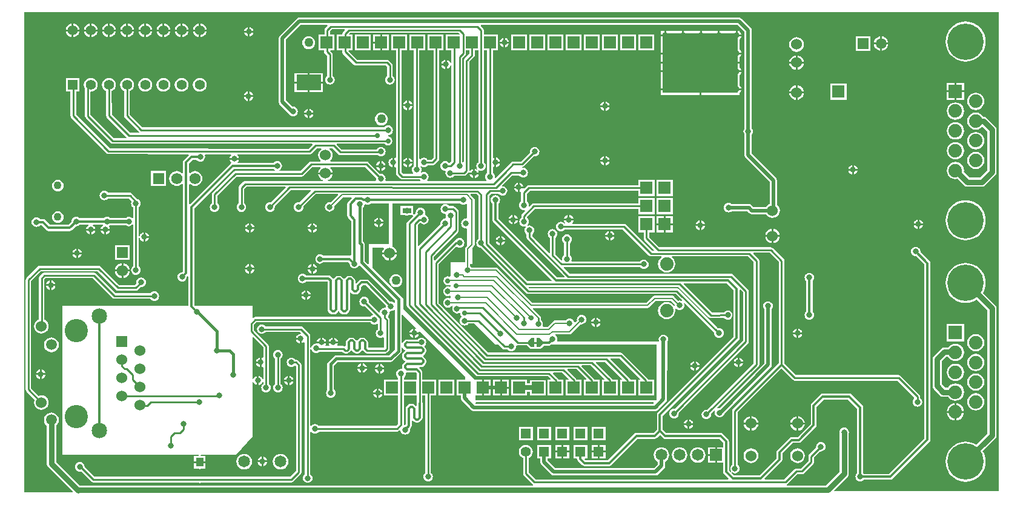
<source format=gbl>
G04*
G04 #@! TF.GenerationSoftware,Altium Limited,Altium Designer,20.1.7 (139)*
G04*
G04 Layer_Physical_Order=2*
G04 Layer_Color=16711680*
%FSLAX25Y25*%
%MOIN*%
G70*
G04*
G04 #@! TF.SameCoordinates,24E638B0-66B5-4ADB-958A-7C5563F4B5AF*
G04*
G04*
G04 #@! TF.FilePolarity,Positive*
G04*
G01*
G75*
%ADD12C,0.01000*%
%ADD15C,0.00800*%
%ADD16C,0.01200*%
%ADD27C,0.05000*%
%ADD29C,0.06200*%
%ADD30R,0.05000X0.03000*%
%ADD33R,0.04330X0.04720*%
%ADD60R,0.41350X0.33150*%
%ADD62R,0.13800X0.08500*%
%ADD116R,0.07000X0.07000*%
%ADD136C,0.03000*%
%ADD137C,0.01500*%
%ADD138C,0.02000*%
%ADD139C,0.01496*%
%ADD140C,0.00984*%
%ADD141C,0.01968*%
%ADD143R,0.06200X0.06200*%
%ADD144C,0.06000*%
%ADD145C,0.04331*%
%ADD146R,0.06200X0.06200*%
%ADD147C,0.06500*%
%ADD148C,0.05900*%
%ADD149R,0.05900X0.05900*%
%ADD150R,0.06500X0.06500*%
%ADD151R,0.05500X0.05500*%
%ADD152C,0.05500*%
%ADD153C,0.07400*%
%ADD154C,0.05510*%
%ADD155R,0.05510X0.05510*%
%ADD156C,0.12795*%
%ADD157R,0.06000X0.06000*%
%ADD158C,0.05984*%
%ADD159C,0.08500*%
%ADD160R,0.07400X0.07400*%
%ADD161C,0.20000*%
%ADD162R,0.06600X0.06600*%
%ADD163C,0.03228*%
%ADD164C,0.02835*%
%ADD165C,0.01300*%
%ADD166C,0.02500*%
G36*
X327809Y342271D02*
X327147Y341763D01*
X326506Y340927D01*
X326103Y339954D01*
X325965Y338910D01*
X326103Y337866D01*
X326506Y336893D01*
X327147Y336057D01*
X327348Y335903D01*
X327187Y335429D01*
X322140D01*
X321555Y335313D01*
X321059Y334981D01*
X316207Y330129D01*
X304817D01*
X304717Y330629D01*
X304758Y330646D01*
X305305Y331066D01*
X305724Y331612D01*
X305987Y332248D01*
X306077Y332930D01*
X305987Y333612D01*
X305724Y334248D01*
X305305Y334794D01*
X304758Y335213D01*
X304122Y335477D01*
X303440Y335567D01*
X302758Y335477D01*
X302122Y335213D01*
X301575Y334794D01*
X301433Y334608D01*
X281890Y334569D01*
X281733Y334886D01*
X281697Y335068D01*
X282084Y335572D01*
X282347Y336208D01*
X282371Y336390D01*
X277229D01*
X277253Y336208D01*
X277517Y335572D01*
X277936Y335026D01*
X278063Y334928D01*
X278086Y334793D01*
X278006Y334341D01*
X277872Y334251D01*
X277601Y334070D01*
X255422Y311901D01*
X254922Y312108D01*
Y322709D01*
X255422Y322955D01*
X256082Y322449D01*
X257080Y322036D01*
X258150Y321895D01*
X259220Y322036D01*
X260218Y322449D01*
X261074Y323106D01*
X261731Y323962D01*
X262144Y324960D01*
X262285Y326030D01*
X262144Y327100D01*
X261731Y328098D01*
X261074Y328954D01*
X260218Y329611D01*
X259220Y330025D01*
X258150Y330165D01*
X257080Y330025D01*
X256082Y329611D01*
X255422Y329105D01*
X254922Y329351D01*
Y334210D01*
X256903Y336218D01*
X259067D01*
X259245Y335985D01*
X259792Y335566D01*
X260428Y335303D01*
X261110Y335213D01*
X261792Y335303D01*
X262428Y335566D01*
X262975Y335985D01*
X263393Y336532D01*
X263657Y337168D01*
X263747Y337850D01*
X263657Y338532D01*
X263507Y338894D01*
X263822Y339394D01*
X277921Y339373D01*
X278090Y338873D01*
X277936Y338755D01*
X277517Y338208D01*
X277253Y337572D01*
X277229Y337390D01*
X282371D01*
X282347Y337572D01*
X282084Y338208D01*
X281664Y338755D01*
X281517Y338868D01*
X281686Y339368D01*
X321148Y339311D01*
X321439Y339368D01*
X321727Y339424D01*
X321730Y339425D01*
X321733Y339426D01*
X321980Y339591D01*
X322225Y339752D01*
X325278Y342771D01*
X327639D01*
X327809Y342271D01*
D02*
G37*
G36*
X409101Y394635D02*
X407003Y392496D01*
X406599Y392091D01*
X406267Y391595D01*
X406150Y391010D01*
Y335134D01*
X405691Y334923D01*
X405359Y335189D01*
Y392326D01*
X406881Y393849D01*
X407213Y394345D01*
X407329Y394930D01*
Y396540D01*
X409101D01*
Y394635D01*
D02*
G37*
G36*
X357934Y326429D02*
X357883Y326040D01*
X357973Y325358D01*
X358068Y325129D01*
X357733Y324629D01*
X331425D01*
X331325Y325129D01*
X332017Y325416D01*
X332853Y326057D01*
X333494Y326893D01*
X333897Y327866D01*
X333969Y328410D01*
X330000D01*
X326031D01*
X326103Y327866D01*
X326506Y326893D01*
X327147Y326057D01*
X327983Y325416D01*
X328675Y325129D01*
X328575Y324629D01*
X285790D01*
X285501Y324572D01*
X285212Y324516D01*
X285209Y324514D01*
X285205Y324513D01*
X284960Y324350D01*
X284714Y324187D01*
X282674Y322167D01*
X282672Y322164D01*
X282669Y322161D01*
X282505Y321917D01*
X282340Y321672D01*
X282339Y321669D01*
X282337Y321665D01*
X282279Y321376D01*
X282221Y321088D01*
X282221Y321084D01*
X282221Y321080D01*
Y312412D01*
X281886Y312155D01*
X281467Y311608D01*
X281203Y310972D01*
X281113Y310290D01*
X281203Y309608D01*
X281467Y308972D01*
X281886Y308425D01*
X282432Y308007D01*
X283068Y307743D01*
X283750Y307653D01*
X284432Y307743D01*
X285068Y308007D01*
X285614Y308425D01*
X286034Y308972D01*
X286297Y309608D01*
X286387Y310290D01*
X286297Y310972D01*
X286034Y311608D01*
X285614Y312155D01*
X285279Y312412D01*
Y320442D01*
X286419Y321571D01*
X307973D01*
X308164Y321109D01*
X299912Y312873D01*
X299500Y312927D01*
X298818Y312837D01*
X298182Y312574D01*
X297636Y312155D01*
X297217Y311608D01*
X296953Y310972D01*
X296863Y310290D01*
X296953Y309608D01*
X297217Y308972D01*
X297636Y308425D01*
X298182Y308007D01*
X298818Y307743D01*
X299500Y307653D01*
X300182Y307743D01*
X300818Y308007D01*
X301364Y308425D01*
X301783Y308972D01*
X302047Y309608D01*
X302137Y310290D01*
X302081Y310715D01*
X310963Y319581D01*
X321767Y319580D01*
X321957Y319117D01*
X315669Y312872D01*
X315250Y312927D01*
X314568Y312837D01*
X313932Y312574D01*
X313386Y312155D01*
X312966Y311608D01*
X312703Y310972D01*
X312613Y310290D01*
X312703Y309608D01*
X312966Y308972D01*
X313386Y308425D01*
X313932Y308007D01*
X314568Y307743D01*
X315250Y307653D01*
X315932Y307743D01*
X316568Y308007D01*
X317114Y308425D01*
X317533Y308972D01*
X317797Y309608D01*
X317887Y310290D01*
X317832Y310709D01*
X324741Y317571D01*
X336799D01*
X336990Y317109D01*
X332846Y312965D01*
X332300Y313037D01*
X331618Y312947D01*
X330982Y312684D01*
X330435Y312264D01*
X330016Y311718D01*
X329753Y311082D01*
X329663Y310400D01*
X329753Y309718D01*
X330016Y309082D01*
X330435Y308536D01*
X330982Y308117D01*
X331618Y307853D01*
X332300Y307763D01*
X332982Y307853D01*
X333618Y308117D01*
X334165Y308536D01*
X334583Y309082D01*
X334847Y309718D01*
X334937Y310400D01*
X334865Y310946D01*
X339671Y315753D01*
X344292D01*
X344483Y315290D01*
X342544Y313365D01*
X342542Y313362D01*
X342540Y313360D01*
X342349Y313074D01*
X342156Y312788D01*
X342155Y312785D01*
X342153Y312782D01*
X342086Y312444D01*
X342018Y312106D01*
X342018Y312103D01*
X342018Y312100D01*
Y305600D01*
X342153Y304918D01*
X342540Y304340D01*
X344218Y302662D01*
Y283825D01*
X343718Y283451D01*
X343360Y283522D01*
X328988D01*
X328924Y283605D01*
X328378Y284023D01*
X327742Y284287D01*
X327060Y284377D01*
X326378Y284287D01*
X325742Y284023D01*
X325196Y283605D01*
X324777Y283058D01*
X324513Y282422D01*
X324423Y281740D01*
X324513Y281058D01*
X324777Y280422D01*
X325196Y279875D01*
X325742Y279456D01*
X326378Y279193D01*
X327060Y279103D01*
X327742Y279193D01*
X328378Y279456D01*
X328924Y279875D01*
X328988Y279958D01*
X342622D01*
X343377Y279203D01*
X343363Y279100D01*
X343453Y278418D01*
X343717Y277782D01*
X344135Y277236D01*
X344682Y276817D01*
X345318Y276553D01*
X346000Y276463D01*
X346682Y276553D01*
X347318Y276817D01*
X347865Y277236D01*
X348284Y277782D01*
X348411Y278088D01*
X349000Y278206D01*
X368316Y258862D01*
Y257668D01*
X367815Y257498D01*
X367764Y257564D01*
X367218Y257983D01*
X366582Y258247D01*
X365900Y258337D01*
X365609Y258298D01*
X353954Y269953D01*
X353424Y270307D01*
X352800Y270431D01*
X349800D01*
X349176Y270307D01*
X348646Y269953D01*
X346931Y268238D01*
X346431Y268445D01*
Y269800D01*
X346307Y270424D01*
X345953Y270953D01*
X344953Y271954D01*
X344424Y272307D01*
X343800Y272431D01*
X342800D01*
X342176Y272307D01*
X341647Y271954D01*
X340647Y270953D01*
X340550Y270809D01*
X340050D01*
X339953Y270953D01*
X338953Y271954D01*
X338424Y272307D01*
X337800Y272431D01*
X336800D01*
X336176Y272307D01*
X335647Y271954D01*
X334647Y270953D01*
X334550Y270809D01*
X334050D01*
X333953Y270953D01*
X332753Y272153D01*
X332224Y272507D01*
X331600Y272631D01*
X319443D01*
X319265Y272865D01*
X318718Y273284D01*
X318082Y273547D01*
X317400Y273637D01*
X316718Y273547D01*
X316082Y273284D01*
X315535Y272865D01*
X315117Y272318D01*
X314853Y271682D01*
X314763Y271000D01*
X314853Y270318D01*
X315117Y269682D01*
X315535Y269135D01*
X316082Y268717D01*
X316718Y268453D01*
X317400Y268363D01*
X318082Y268453D01*
X318718Y268717D01*
X319265Y269135D01*
X319443Y269369D01*
X330924D01*
X331169Y269124D01*
Y253800D01*
X331293Y253176D01*
X331646Y252646D01*
X332646Y251646D01*
X333176Y251293D01*
X333800Y251169D01*
X334800D01*
X335424Y251293D01*
X335953Y251646D01*
X336953Y252646D01*
X337050Y252791D01*
X337550D01*
X337647Y252646D01*
X338647Y251646D01*
X339176Y251293D01*
X339800Y251169D01*
X340800D01*
X341424Y251293D01*
X341953Y251646D01*
X342953Y252646D01*
X343307Y253176D01*
X343431Y253800D01*
Y263155D01*
X343931Y263362D01*
X344647Y262647D01*
X345176Y262293D01*
X345800Y262169D01*
X346800D01*
X347424Y262293D01*
X347954Y262647D01*
X348954Y263647D01*
X349307Y264176D01*
X349431Y264800D01*
Y266124D01*
X350476Y267169D01*
X352124D01*
X363302Y255991D01*
X363263Y255700D01*
X363323Y255246D01*
X362991Y254840D01*
X362903Y254797D01*
X362600Y254837D01*
X361918Y254747D01*
X361282Y254484D01*
X360736Y254064D01*
X360316Y253518D01*
X360053Y252882D01*
X359999Y252471D01*
X359471Y252292D01*
X353882Y257881D01*
X353937Y258300D01*
X353847Y258982D01*
X353584Y259618D01*
X353165Y260164D01*
X352618Y260583D01*
X351982Y260847D01*
X351300Y260937D01*
X350618Y260847D01*
X349982Y260583D01*
X349435Y260164D01*
X349016Y259618D01*
X348753Y258982D01*
X348663Y258300D01*
X348753Y257618D01*
X349016Y256982D01*
X349435Y256435D01*
X349982Y256016D01*
X350618Y255753D01*
X351300Y255663D01*
X351719Y255718D01*
X356128Y251309D01*
X355981Y250749D01*
X355582Y250584D01*
X355035Y250165D01*
X354772Y249821D01*
X291400D01*
X290818Y249706D01*
X290324Y249376D01*
X290262Y249314D01*
X289800Y249505D01*
Y255800D01*
X258349D01*
X257872Y256277D01*
Y272890D01*
Y309593D01*
X279488Y331199D01*
X301439Y331244D01*
X301575Y331066D01*
X302122Y330646D01*
X302163Y330629D01*
X302063Y330129D01*
X280410D01*
X279825Y330013D01*
X279329Y329681D01*
X267909Y318261D01*
X267577Y317765D01*
X267461Y317180D01*
Y312412D01*
X267126Y312155D01*
X266706Y311608D01*
X266443Y310972D01*
X266353Y310290D01*
X266443Y309608D01*
X266706Y308972D01*
X267126Y308425D01*
X267672Y308007D01*
X268308Y307743D01*
X268990Y307653D01*
X269672Y307743D01*
X270308Y308007D01*
X270854Y308425D01*
X271273Y308972D01*
X271537Y309608D01*
X271627Y310290D01*
X271537Y310972D01*
X271273Y311608D01*
X270854Y312155D01*
X270519Y312412D01*
Y316547D01*
X281044Y327071D01*
X316840D01*
X317425Y327187D01*
X317921Y327519D01*
X322774Y332371D01*
X327162D01*
X327322Y331897D01*
X327147Y331763D01*
X326506Y330927D01*
X326103Y329954D01*
X326031Y329410D01*
X330000D01*
X333969D01*
X333897Y329954D01*
X333494Y330927D01*
X332853Y331763D01*
X332678Y331897D01*
X332839Y332371D01*
X352015D01*
X357934Y326429D01*
D02*
G37*
G36*
X364800Y289800D02*
X353800D01*
Y279103D01*
X353338Y278912D01*
X351674Y280578D01*
Y289600D01*
X351671Y289614D01*
X351674Y289629D01*
X351603Y289955D01*
X351538Y290283D01*
X351530Y290295D01*
X351527Y290310D01*
X351337Y290584D01*
X351151Y290862D01*
X351139Y290870D01*
X351131Y290882D01*
X350584Y291411D01*
Y309874D01*
X350664Y309935D01*
X351083Y310482D01*
X351347Y311118D01*
X351421Y311683D01*
X351744Y311888D01*
X351912Y311936D01*
X352548Y311673D01*
X353230Y311583D01*
X353912Y311673D01*
X354548Y311936D01*
X355095Y312355D01*
X355142Y312418D01*
X364800D01*
Y289800D01*
D02*
G37*
G36*
X700631Y153800D02*
X610058D01*
X609867Y154262D01*
X617252Y161648D01*
X617530Y162063D01*
X617804Y162473D01*
X617805Y162474D01*
X617805Y162475D01*
X617902Y162964D01*
X617999Y163449D01*
X618009Y185677D01*
X618087Y186270D01*
X617997Y186952D01*
X617733Y187588D01*
X617314Y188135D01*
X616768Y188554D01*
X616132Y188817D01*
X615450Y188907D01*
X614768Y188817D01*
X614132Y188554D01*
X613586Y188135D01*
X613167Y187588D01*
X612903Y186952D01*
X612813Y186270D01*
X612903Y185588D01*
X612911Y185569D01*
X612901Y164506D01*
X605444Y157049D01*
X583931D01*
X583915Y157089D01*
X583848Y157549D01*
X584001Y157651D01*
X584249Y157816D01*
X589731Y163271D01*
X592300D01*
X592885Y163387D01*
X593381Y163719D01*
X598381Y168719D01*
X598384Y168723D01*
X598388Y168725D01*
X598550Y168971D01*
X598713Y169215D01*
X598714Y169220D01*
X598717Y169223D01*
X598772Y169512D01*
X598829Y169800D01*
X598828Y169805D01*
X598829Y169809D01*
X598813Y172400D01*
X602231Y175818D01*
X602650Y175763D01*
X603332Y175853D01*
X603968Y176117D01*
X604515Y176535D01*
X604934Y177082D01*
X605197Y177718D01*
X605287Y178400D01*
X605197Y179082D01*
X604934Y179718D01*
X604515Y180264D01*
X603968Y180684D01*
X603332Y180947D01*
X602650Y181037D01*
X601968Y180947D01*
X601332Y180684D01*
X600785Y180264D01*
X600366Y179718D01*
X600103Y179082D01*
X600013Y178400D01*
X600068Y177981D01*
X596199Y174111D01*
X596196Y174107D01*
X596192Y174105D01*
X596030Y173859D01*
X595867Y173615D01*
X595866Y173610D01*
X595863Y173607D01*
X595808Y173318D01*
X595751Y173030D01*
X595752Y173025D01*
X595751Y173021D01*
X595767Y170430D01*
X591667Y166329D01*
X589100D01*
X588808Y166271D01*
X588518Y166215D01*
X588517Y166213D01*
X588515Y166213D01*
X588269Y166049D01*
X588021Y165884D01*
X582539Y160429D01*
X571904D01*
X571713Y160891D01*
X580701Y169844D01*
X580744Y169908D01*
X580803Y169956D01*
X581053Y170256D01*
X581171Y170472D01*
X581307Y170676D01*
X581322Y170749D01*
X581357Y170815D01*
X581383Y171059D01*
X581431Y171300D01*
Y174599D01*
X587250Y180469D01*
X590580D01*
X590891Y180531D01*
X591201Y180592D01*
X591203Y180593D01*
X591204Y180593D01*
X591469Y180770D01*
X591731Y180944D01*
X599861Y189044D01*
X599862Y189046D01*
X599863Y189047D01*
X600040Y189311D01*
X600216Y189573D01*
X600216Y189574D01*
X600217Y189576D01*
X600279Y189886D01*
X600341Y190197D01*
X600341Y190199D01*
X600341Y190200D01*
Y200332D01*
X604314Y204369D01*
X617724D01*
X622669Y199424D01*
Y163843D01*
X622436Y163664D01*
X622016Y163118D01*
X621753Y162482D01*
X621663Y161800D01*
X621753Y161118D01*
X622016Y160482D01*
X622436Y159935D01*
X622982Y159517D01*
X623618Y159253D01*
X624300Y159163D01*
X624982Y159253D01*
X625618Y159517D01*
X626164Y159935D01*
X626343Y160169D01*
X640800D01*
X641424Y160293D01*
X641954Y160646D01*
X662454Y181147D01*
X662807Y181676D01*
X662931Y182300D01*
Y279300D01*
X662807Y279924D01*
X662454Y280453D01*
X657398Y285509D01*
X657437Y285800D01*
X657347Y286482D01*
X657084Y287118D01*
X656665Y287665D01*
X656118Y288084D01*
X655482Y288347D01*
X654800Y288437D01*
X654118Y288347D01*
X653482Y288084D01*
X652936Y287665D01*
X652517Y287118D01*
X652253Y286482D01*
X652163Y285800D01*
X652253Y285118D01*
X652517Y284482D01*
X652936Y283935D01*
X653482Y283517D01*
X654118Y283253D01*
X654800Y283163D01*
X655091Y283202D01*
X659669Y278624D01*
Y182976D01*
X640124Y163431D01*
X626343D01*
X626164Y163664D01*
X625931Y163843D01*
Y200100D01*
X625807Y200724D01*
X625454Y201254D01*
X619554Y207154D01*
X619024Y207507D01*
X618400Y207631D01*
X603630D01*
X603623Y207630D01*
X603617Y207631D01*
X603311Y207568D01*
X603006Y207507D01*
X603000Y207504D01*
X602994Y207502D01*
X602736Y207327D01*
X602477Y207154D01*
X602473Y207148D01*
X602467Y207144D01*
X597547Y202144D01*
X597376Y201883D01*
X597203Y201624D01*
X597201Y201618D01*
X597198Y201612D01*
X597139Y201305D01*
X597079Y201000D01*
Y190877D01*
X589906Y183731D01*
X586570D01*
X586566Y183731D01*
X586563Y183731D01*
X586254Y183668D01*
X585946Y183607D01*
X585943Y183605D01*
X585939Y183604D01*
X585679Y183429D01*
X585417Y183254D01*
X585414Y183250D01*
X585411Y183248D01*
X578641Y176418D01*
X578467Y176155D01*
X578293Y175894D01*
X578292Y175891D01*
X578290Y175888D01*
X578230Y175578D01*
X578169Y175270D01*
Y171927D01*
X568836Y162631D01*
X554773D01*
X553345Y164051D01*
X553675Y164428D01*
X553787Y164343D01*
X554082Y164117D01*
X554718Y163853D01*
X555400Y163763D01*
X556082Y163853D01*
X556718Y164117D01*
X557265Y164535D01*
X557684Y165082D01*
X557947Y165718D01*
X558037Y166400D01*
X557947Y167082D01*
X557684Y167718D01*
X557265Y168264D01*
X556929Y168522D01*
Y197436D01*
X581000Y221507D01*
X587289Y215219D01*
X587785Y214887D01*
X588370Y214771D01*
X644827D01*
X654055Y205542D01*
X654021Y204930D01*
X653935Y204865D01*
X653516Y204318D01*
X653253Y203682D01*
X653163Y203000D01*
X653253Y202318D01*
X653516Y201682D01*
X653935Y201135D01*
X654482Y200716D01*
X655118Y200453D01*
X655800Y200363D01*
X656482Y200453D01*
X657118Y200716D01*
X657664Y201135D01*
X658083Y201682D01*
X658347Y202318D01*
X658437Y203000D01*
X658347Y203682D01*
X658083Y204318D01*
X657664Y204865D01*
X657329Y205122D01*
Y205960D01*
X657213Y206545D01*
X656881Y207041D01*
X646541Y217381D01*
X646045Y217713D01*
X645460Y217829D01*
X589004D01*
X582529Y224304D01*
Y280760D01*
X582413Y281345D01*
X582081Y281841D01*
X576171Y287751D01*
X575675Y288083D01*
X575090Y288199D01*
X513714D01*
X508159Y293754D01*
Y296340D01*
X511130D01*
Y305340D01*
X502130D01*
Y296340D01*
X505101D01*
Y293120D01*
X505217Y292535D01*
X505549Y292039D01*
X510896Y286691D01*
X510705Y286229D01*
X509784D01*
X495431Y300581D01*
X494935Y300913D01*
X494350Y301029D01*
X465985D01*
X465836Y301529D01*
X466184Y301982D01*
X466447Y302618D01*
X466471Y302800D01*
X461329D01*
X461353Y302618D01*
X461617Y301982D01*
X461853Y301674D01*
X461465Y301364D01*
X460918Y301783D01*
X460282Y302047D01*
X459600Y302137D01*
X458918Y302047D01*
X458282Y301783D01*
X457735Y301364D01*
X457316Y300818D01*
X457053Y300182D01*
X456963Y299500D01*
X457053Y298818D01*
X457316Y298182D01*
X457735Y297636D01*
X458282Y297217D01*
X458918Y296953D01*
X459600Y296863D01*
X460282Y296953D01*
X460918Y297217D01*
X461465Y297636D01*
X461722Y297971D01*
X493716D01*
X508069Y283618D01*
X508565Y283287D01*
X509150Y283171D01*
X514823D01*
X514993Y282670D01*
X514448Y282252D01*
X513694Y281270D01*
X513221Y280127D01*
X513059Y278900D01*
X513221Y277673D01*
X513694Y276530D01*
X514448Y275548D01*
X515430Y274795D01*
X516573Y274321D01*
X517800Y274159D01*
X519027Y274321D01*
X520170Y274795D01*
X521152Y275548D01*
X521906Y276530D01*
X522379Y277673D01*
X522541Y278900D01*
X522379Y280127D01*
X521906Y281270D01*
X521152Y282252D01*
X520607Y282670D01*
X520777Y283171D01*
X562646D01*
X565691Y280127D01*
Y224304D01*
X540079Y198692D01*
X539660Y198747D01*
X538978Y198657D01*
X538342Y198393D01*
X537795Y197975D01*
X537376Y197428D01*
X537113Y196792D01*
X537023Y196110D01*
X537113Y195428D01*
X537376Y194792D01*
X537795Y194246D01*
X538342Y193826D01*
X538978Y193563D01*
X539660Y193473D01*
X540342Y193563D01*
X540978Y193826D01*
X541525Y194246D01*
X541944Y194792D01*
X542207Y195428D01*
X542297Y196110D01*
X542242Y196529D01*
X544087Y198374D01*
X544511Y198091D01*
X544383Y197782D01*
X544293Y197100D01*
X544383Y196418D01*
X544647Y195782D01*
X545065Y195236D01*
X545612Y194817D01*
X546248Y194553D01*
X546930Y194463D01*
X547612Y194553D01*
X548248Y194817D01*
X548795Y195236D01*
X549214Y195782D01*
X549477Y196418D01*
X549494Y196551D01*
X574982Y222038D01*
X575424Y222700D01*
X575579Y223480D01*
Y254163D01*
X575823Y254482D01*
X576087Y255118D01*
X576177Y255800D01*
X576087Y256482D01*
X575823Y257118D01*
X575405Y257664D01*
X574858Y258084D01*
X574222Y258347D01*
X573540Y258437D01*
X572858Y258347D01*
X572222Y258084D01*
X571675Y257664D01*
X571256Y257118D01*
X570993Y256482D01*
X570903Y255800D01*
X570993Y255118D01*
X571256Y254482D01*
X571501Y254163D01*
Y224325D01*
X546910Y199734D01*
X546248Y199647D01*
X545939Y199519D01*
X545656Y199943D01*
X568301Y222589D01*
X568633Y223085D01*
X568749Y223670D01*
Y280760D01*
X568633Y281345D01*
X568301Y281841D01*
X565464Y284679D01*
X565656Y285141D01*
X574457D01*
X579471Y280127D01*
Y224303D01*
X554319Y199151D01*
X553987Y198655D01*
X553871Y198070D01*
Y168522D01*
X553536Y168264D01*
X553117Y167718D01*
X552853Y167082D01*
X552763Y166400D01*
X552853Y165718D01*
X553117Y165082D01*
X553347Y164781D01*
X553433Y164669D01*
X553057Y164338D01*
X552111Y165278D01*
Y181400D01*
X552110Y181407D01*
X552111Y181414D01*
X552048Y181719D01*
X551987Y182024D01*
X551983Y182030D01*
X551982Y182037D01*
X551807Y182294D01*
X551634Y182554D01*
X551628Y182557D01*
X551624Y182563D01*
X548674Y185463D01*
X548413Y185634D01*
X548154Y185807D01*
X548147Y185809D01*
X548141Y185812D01*
X547835Y185871D01*
X547530Y185931D01*
X517697D01*
X515701Y187934D01*
Y195394D01*
X557453Y237146D01*
X557807Y237676D01*
X557931Y238300D01*
Y264599D01*
X558431Y264806D01*
X559871Y263367D01*
Y236834D01*
X522219Y199182D01*
X521800Y199237D01*
X521118Y199147D01*
X520482Y198883D01*
X519936Y198465D01*
X519517Y197918D01*
X519253Y197282D01*
X519163Y196600D01*
X519253Y195918D01*
X519517Y195282D01*
X519936Y194736D01*
X520482Y194316D01*
X521118Y194053D01*
X521800Y193963D01*
X522482Y194053D01*
X523118Y194316D01*
X523665Y194736D01*
X524084Y195282D01*
X524347Y195918D01*
X524437Y196600D01*
X524382Y197019D01*
X562481Y235119D01*
X562813Y235615D01*
X562929Y236200D01*
Y264000D01*
X562813Y264585D01*
X562481Y265081D01*
X554381Y273181D01*
X553885Y273513D01*
X553300Y273629D01*
X464313D01*
X461134Y276807D01*
X461326Y277269D01*
X503082D01*
X503345Y276925D01*
X503892Y276506D01*
X504528Y276243D01*
X505210Y276153D01*
X505892Y276243D01*
X506528Y276506D01*
X507074Y276925D01*
X507493Y277472D01*
X507757Y278108D01*
X507847Y278790D01*
X507757Y279472D01*
X507493Y280108D01*
X507074Y280655D01*
X506528Y281073D01*
X505892Y281337D01*
X505210Y281427D01*
X504528Y281337D01*
X503892Y281073D01*
X503345Y280655D01*
X503082Y280311D01*
X465669D01*
X465335Y280811D01*
X465437Y281058D01*
X465527Y281740D01*
X465437Y282422D01*
X465173Y283058D01*
X464754Y283605D01*
X464417Y283863D01*
X464410Y290441D01*
X464754Y290705D01*
X465173Y291252D01*
X465437Y291888D01*
X465527Y292570D01*
X465437Y293252D01*
X465173Y293888D01*
X464754Y294434D01*
X464208Y294853D01*
X463572Y295117D01*
X462890Y295207D01*
X462208Y295117D01*
X461572Y294853D01*
X461025Y294434D01*
X460606Y293888D01*
X460343Y293252D01*
X460253Y292570D01*
X460343Y291888D01*
X460606Y291252D01*
X461025Y290705D01*
X461367Y290443D01*
X461374Y283872D01*
X461025Y283605D01*
X460606Y283058D01*
X460343Y282422D01*
X460253Y281740D01*
X460316Y281265D01*
X459842Y281032D01*
X456531Y284349D01*
Y293392D01*
X456875Y293655D01*
X457294Y294202D01*
X457557Y294838D01*
X457647Y295520D01*
X457557Y296202D01*
X457294Y296838D01*
X456875Y297385D01*
X456328Y297803D01*
X455692Y298067D01*
X455010Y298157D01*
X454328Y298067D01*
X453692Y297803D01*
X453146Y297385D01*
X452727Y296838D01*
X452463Y296202D01*
X452373Y295520D01*
X452463Y294838D01*
X452727Y294202D01*
X453146Y293655D01*
X453489Y293392D01*
Y285102D01*
X453027Y284911D01*
X443749Y294184D01*
Y295368D01*
X444085Y295625D01*
X444503Y296172D01*
X444767Y296808D01*
X444857Y297490D01*
X444767Y298172D01*
X444503Y298808D01*
X444085Y299355D01*
X443538Y299774D01*
X442902Y300037D01*
X442220Y300127D01*
X441538Y300037D01*
X441383Y299973D01*
X441131Y300410D01*
X441164Y300435D01*
X441583Y300982D01*
X441847Y301618D01*
X441937Y302300D01*
X441847Y302982D01*
X441583Y303618D01*
X441164Y304165D01*
X440961Y304321D01*
X440935Y304872D01*
X445373Y309311D01*
X502130D01*
Y306340D01*
X511130D01*
Y315340D01*
X502130D01*
Y312369D01*
X444740D01*
X444155Y312253D01*
X443659Y311921D01*
X442309Y310572D01*
X441836Y310806D01*
X441897Y311270D01*
X441807Y311952D01*
X441543Y312588D01*
X441124Y313135D01*
X440789Y313392D01*
Y317527D01*
X442573Y319311D01*
X502130D01*
Y316340D01*
X511130D01*
Y325340D01*
X502130D01*
Y322369D01*
X441940D01*
X441355Y322253D01*
X440859Y321921D01*
X439430Y320493D01*
X439192Y320610D01*
X436870D01*
Y318539D01*
X437052Y318563D01*
X437323Y318675D01*
X437762Y318316D01*
X437731Y318160D01*
Y313392D01*
X437395Y313135D01*
X436976Y312588D01*
X436713Y311952D01*
X436623Y311270D01*
X436713Y310588D01*
X436976Y309952D01*
X437395Y309405D01*
X437942Y308986D01*
X438578Y308723D01*
X439260Y308633D01*
X439724Y308694D01*
X439958Y308221D01*
X438219Y306481D01*
X437887Y305985D01*
X437771Y305400D01*
Y304422D01*
X437435Y304165D01*
X437016Y303618D01*
X436753Y302982D01*
X436663Y302300D01*
X436753Y301618D01*
X437016Y300982D01*
X437435Y300435D01*
X437982Y300016D01*
X438618Y299753D01*
X439300Y299663D01*
X439982Y299753D01*
X440137Y299817D01*
X440389Y299380D01*
X440355Y299355D01*
X439936Y298808D01*
X439673Y298172D01*
X439583Y297490D01*
X439673Y296808D01*
X439936Y296172D01*
X440355Y295625D01*
X440691Y295369D01*
Y293550D01*
X440691Y293550D01*
X440691Y293550D01*
X440748Y293263D01*
X440807Y292965D01*
X440807Y292965D01*
X440807Y292964D01*
X440970Y292720D01*
X441139Y292469D01*
X441139Y292469D01*
X441139Y292468D01*
X461593Y272023D01*
X461402Y271561D01*
X457656D01*
X425151Y304076D01*
Y312177D01*
X425385Y312355D01*
X425804Y312902D01*
X426067Y313538D01*
X426157Y314220D01*
X426067Y314902D01*
X425804Y315538D01*
X425385Y316085D01*
X424838Y316504D01*
X424202Y316767D01*
X423520Y316857D01*
X422838Y316767D01*
X422202Y316504D01*
X421656Y316085D01*
X421237Y315538D01*
X420973Y314902D01*
X420883Y314220D01*
X420973Y313538D01*
X421237Y312902D01*
X421656Y312355D01*
X421889Y312177D01*
Y303400D01*
X421952Y303083D01*
X422013Y302776D01*
X422013Y302776D01*
X422013Y302776D01*
X422190Y302510D01*
X422366Y302247D01*
X454642Y269961D01*
X454451Y269499D01*
X441292D01*
X435740Y275033D01*
X435740Y275033D01*
X420129Y290614D01*
Y294200D01*
Y316556D01*
X421173Y317621D01*
X425328D01*
X425586Y317285D01*
X426132Y316866D01*
X426768Y316603D01*
X427450Y316513D01*
X428132Y316603D01*
X428768Y316866D01*
X429315Y317285D01*
X429734Y317832D01*
X429997Y318468D01*
X430087Y319150D01*
X429997Y319832D01*
X429734Y320468D01*
X429315Y321014D01*
X428768Y321433D01*
X428132Y321697D01*
X427544Y321774D01*
X427395Y322029D01*
X427339Y322276D01*
X430981Y325919D01*
X432833Y327771D01*
X436678D01*
X436936Y327435D01*
X437482Y327016D01*
X438118Y326753D01*
X438800Y326663D01*
X439482Y326753D01*
X440118Y327016D01*
X440664Y327435D01*
X441083Y327982D01*
X441347Y328618D01*
X441437Y329300D01*
X441347Y329982D01*
X441083Y330618D01*
X440664Y331165D01*
X440118Y331583D01*
X439482Y331847D01*
X438800Y331937D01*
X438391Y331883D01*
X438310Y332377D01*
X438865Y332487D01*
X439361Y332819D01*
X444752Y338210D01*
X445180Y338153D01*
X445862Y338243D01*
X446498Y338507D01*
X447045Y338926D01*
X447464Y339472D01*
X447727Y340108D01*
X447817Y340790D01*
X447727Y341472D01*
X447464Y342108D01*
X447045Y342654D01*
X446498Y343074D01*
X445862Y343337D01*
X445180Y343427D01*
X444498Y343337D01*
X443862Y343074D01*
X443316Y342654D01*
X442897Y342108D01*
X442633Y341472D01*
X442543Y340790D01*
X442597Y340380D01*
X437646Y335429D01*
X433400D01*
X432815Y335313D01*
X432319Y334981D01*
X427819Y330482D01*
X423602Y326272D01*
X423129Y326506D01*
X423197Y327020D01*
X423107Y327702D01*
X422844Y328338D01*
X422425Y328885D01*
X422089Y329142D01*
Y332118D01*
X422589Y332452D01*
X422828Y332353D01*
X423010Y332329D01*
Y334900D01*
Y337471D01*
X422828Y337447D01*
X422589Y337348D01*
X422089Y337682D01*
Y396540D01*
X424930D01*
Y405140D01*
X417179D01*
Y407720D01*
X417063Y408305D01*
X416731Y408801D01*
X415434Y410099D01*
X415625Y410561D01*
X556755D01*
X560661Y406655D01*
Y353637D01*
X560417Y353318D01*
X560153Y352682D01*
X560063Y352000D01*
X560153Y351318D01*
X560417Y350682D01*
X560661Y350363D01*
Y338800D01*
X560816Y338020D01*
X561258Y337358D01*
X574411Y324205D01*
Y312072D01*
X574053Y311924D01*
X573217Y311283D01*
X572576Y310447D01*
X572573Y310439D01*
X565545D01*
X564542Y311442D01*
X563880Y311884D01*
X563100Y312039D01*
X553537D01*
X553218Y312283D01*
X552582Y312547D01*
X551900Y312637D01*
X551218Y312547D01*
X550582Y312283D01*
X550035Y311864D01*
X549616Y311318D01*
X549353Y310682D01*
X549263Y310000D01*
X549353Y309318D01*
X549616Y308682D01*
X550035Y308136D01*
X550582Y307716D01*
X551218Y307453D01*
X551900Y307363D01*
X552582Y307453D01*
X553218Y307716D01*
X553537Y307961D01*
X562255D01*
X563258Y306958D01*
X563920Y306516D01*
X564700Y306361D01*
X572616D01*
X573217Y305577D01*
X574053Y304936D01*
X575026Y304533D01*
X576070Y304396D01*
X577114Y304533D01*
X578087Y304936D01*
X578923Y305577D01*
X579564Y306413D01*
X579967Y307386D01*
X580104Y308430D01*
X579967Y309474D01*
X579564Y310447D01*
X578923Y311283D01*
X578489Y311616D01*
Y325050D01*
X578489Y325050D01*
X578334Y325830D01*
X577892Y326492D01*
X564739Y339645D01*
Y350363D01*
X564984Y350682D01*
X565247Y351318D01*
X565337Y352000D01*
X565247Y352682D01*
X564984Y353318D01*
X564739Y353637D01*
Y407500D01*
X564584Y408280D01*
X564142Y408942D01*
X559042Y414042D01*
X558380Y414484D01*
X557600Y414639D01*
X365141D01*
X364800Y414982D01*
Y414639D01*
X315580D01*
X314800Y414484D01*
X314138Y414042D01*
X304858Y404762D01*
X304416Y404100D01*
X304261Y403320D01*
Y368170D01*
X304338Y367784D01*
X304413Y367397D01*
X304415Y367393D01*
X304416Y367390D01*
X304635Y367062D01*
X304853Y366734D01*
X309875Y361672D01*
X309896Y361622D01*
X310315Y361075D01*
X310862Y360656D01*
X311498Y360393D01*
X312180Y360303D01*
X312862Y360393D01*
X313498Y360656D01*
X314044Y361075D01*
X314463Y361622D01*
X314727Y362258D01*
X314817Y362940D01*
X314727Y363622D01*
X314463Y364258D01*
X314044Y364805D01*
X313498Y365224D01*
X312862Y365487D01*
X312180Y365577D01*
X311797Y365526D01*
X308339Y369010D01*
Y402475D01*
X316425Y410561D01*
X331015D01*
X331206Y410099D01*
X329919Y408811D01*
X329587Y408315D01*
X329471Y407730D01*
Y405140D01*
X326330D01*
Y396540D01*
X329271D01*
Y395800D01*
X329387Y395215D01*
X329719Y394719D01*
X330961Y393477D01*
Y382462D01*
X330626Y382205D01*
X330206Y381658D01*
X329943Y381022D01*
X329853Y380340D01*
X329943Y379658D01*
X330206Y379022D01*
X330626Y378475D01*
X331172Y378057D01*
X331808Y377793D01*
X332490Y377703D01*
X333172Y377793D01*
X333808Y378057D01*
X334354Y378475D01*
X334773Y379022D01*
X335037Y379658D01*
X335127Y380340D01*
X335037Y381022D01*
X334773Y381658D01*
X334354Y382205D01*
X334019Y382462D01*
Y394110D01*
X333903Y394695D01*
X333571Y395191D01*
X332723Y396040D01*
X332930Y396540D01*
X334930D01*
Y405140D01*
X332529D01*
Y407096D01*
X333604Y408171D01*
X340434D01*
X340626Y407709D01*
X339759Y406841D01*
X339427Y406345D01*
X339311Y405760D01*
Y405140D01*
X336330D01*
Y396540D01*
X339271D01*
Y395800D01*
X339387Y395215D01*
X339719Y394719D01*
X345719Y388719D01*
X346215Y388387D01*
X346800Y388271D01*
X363166D01*
X363961Y387476D01*
Y382462D01*
X363626Y382205D01*
X363207Y381658D01*
X362943Y381022D01*
X362853Y380340D01*
X362943Y379658D01*
X363207Y379022D01*
X363626Y378475D01*
X364172Y378057D01*
X364800Y377796D01*
Y377490D01*
X365135Y377750D01*
X365490Y377703D01*
X366172Y377793D01*
X366808Y378057D01*
X367354Y378475D01*
X367774Y379022D01*
X368037Y379658D01*
X368127Y380340D01*
X368037Y381022D01*
X367774Y381658D01*
X367354Y382205D01*
X367019Y382462D01*
Y388110D01*
X366903Y388695D01*
X366571Y389191D01*
X364881Y390881D01*
X364689Y391010D01*
X364691Y391435D01*
X364300Y391230D01*
X363800Y391329D01*
X347433D01*
X342723Y396040D01*
X342930Y396540D01*
X344930D01*
Y405140D01*
X343036D01*
X342845Y405602D01*
X343443Y406201D01*
X403196D01*
X403795Y405602D01*
X403604Y405140D01*
X396330D01*
Y396540D01*
X399351D01*
Y389486D01*
X398851Y389454D01*
X398847Y389482D01*
X398584Y390118D01*
X398165Y390665D01*
X397618Y391084D01*
X396982Y391347D01*
X396800Y391371D01*
Y388800D01*
Y386229D01*
X396982Y386253D01*
X397618Y386516D01*
X398165Y386935D01*
X398584Y387482D01*
X398847Y388118D01*
X398851Y388146D01*
X399351Y388114D01*
Y335524D01*
X398370Y334542D01*
X397814Y334569D01*
X397664Y334765D01*
X397118Y335184D01*
X396482Y335447D01*
X395800Y335537D01*
X395118Y335447D01*
X394482Y335184D01*
X393935Y334765D01*
X393516Y334218D01*
X393253Y333582D01*
X393163Y332900D01*
X393253Y332218D01*
X393516Y331582D01*
X393935Y331035D01*
X394482Y330616D01*
X395118Y330353D01*
X395800Y330263D01*
X395855Y330271D01*
X396207Y329813D01*
X396153Y329682D01*
X396063Y329000D01*
X396153Y328318D01*
X396416Y327682D01*
X396835Y327135D01*
X397382Y326716D01*
X398018Y326453D01*
X398700Y326363D01*
X399382Y326453D01*
X400018Y326716D01*
X400564Y327135D01*
X400822Y327471D01*
X406260D01*
X406845Y327587D01*
X407341Y327919D01*
X408725Y329302D01*
X408745Y329300D01*
X411300D01*
Y331371D01*
X411118Y331347D01*
X410482Y331083D01*
X409936Y330664D01*
X409694Y330350D01*
X409541Y330372D01*
X409209Y330539D01*
Y390377D01*
X411722Y392939D01*
X411881Y393183D01*
X412043Y393425D01*
X412044Y393432D01*
X412049Y393439D01*
X412103Y393724D01*
X412159Y394010D01*
Y396540D01*
X414121D01*
Y335032D01*
X413786Y334774D01*
X413367Y334228D01*
X413103Y333592D01*
X413013Y332910D01*
X413103Y332228D01*
X413367Y331592D01*
X413494Y331426D01*
X413137Y331069D01*
X413118Y331083D01*
X412482Y331347D01*
X412300Y331371D01*
Y329300D01*
X414371D01*
X414347Y329482D01*
X414083Y330118D01*
X413956Y330284D01*
X414313Y330641D01*
X414332Y330627D01*
X414968Y330363D01*
X415650Y330273D01*
X416332Y330363D01*
X416968Y330627D01*
X417515Y331046D01*
X417934Y331592D01*
X418197Y332228D01*
X418287Y332910D01*
X418197Y333592D01*
X417934Y334228D01*
X417515Y334774D01*
X417179Y335032D01*
Y396540D01*
X419031D01*
Y329142D01*
X418695Y328885D01*
X418277Y328338D01*
X418013Y327702D01*
X417923Y327020D01*
X418013Y326338D01*
X418277Y325702D01*
X418695Y325155D01*
X418730Y325129D01*
X418560Y324629D01*
X386150D01*
X385980Y325129D01*
X386015Y325155D01*
X386434Y325702D01*
X386697Y326338D01*
X386787Y327020D01*
X386697Y327702D01*
X386434Y328338D01*
X386015Y328885D01*
X385468Y329304D01*
X384832Y329567D01*
X384150Y329657D01*
X383468Y329567D01*
X382976Y329363D01*
X382607Y329671D01*
X382580Y329714D01*
X382747Y330118D01*
X382837Y330800D01*
X382747Y331482D01*
X382484Y332118D01*
X382250Y332422D01*
X382607Y332779D01*
X382832Y332607D01*
X383468Y332343D01*
X384150Y332253D01*
X384832Y332343D01*
X385468Y332607D01*
X386015Y333026D01*
X386272Y333361D01*
X389060D01*
X389351Y333418D01*
X389642Y333476D01*
X389643Y333477D01*
X389645Y333477D01*
X389891Y333641D01*
X390139Y333806D01*
X392119Y335776D01*
X392120Y335777D01*
X392121Y335779D01*
X392286Y336024D01*
X392452Y336271D01*
X392452Y336273D01*
X392453Y336275D01*
X392511Y336567D01*
X392569Y336856D01*
X392569Y336858D01*
X392569Y336860D01*
Y396540D01*
X394930D01*
Y405140D01*
X386330D01*
Y396540D01*
X389511D01*
Y337496D01*
X388429Y336419D01*
X386272D01*
X386015Y336754D01*
X385468Y337174D01*
X384832Y337437D01*
X384150Y337527D01*
X383468Y337437D01*
X382832Y337174D01*
X382285Y336754D01*
X382240Y336695D01*
X381740Y336864D01*
Y396540D01*
X384930D01*
Y405140D01*
X376330D01*
Y396540D01*
X378681D01*
Y332971D01*
X378671Y332922D01*
X378335Y332664D01*
X377917Y332118D01*
X377653Y331482D01*
X377563Y330800D01*
X377653Y330118D01*
X377917Y329482D01*
X378248Y329049D01*
X378081Y328549D01*
X372973D01*
X371899Y329624D01*
Y396540D01*
X374930D01*
Y405140D01*
X366330D01*
Y396540D01*
X368841D01*
Y337515D01*
X368341Y337199D01*
X367982Y337347D01*
X367800Y337371D01*
Y334800D01*
Y332229D01*
X367982Y332253D01*
X368341Y332401D01*
X368841Y332085D01*
Y328990D01*
X368957Y328405D01*
X369289Y327909D01*
X371259Y325939D01*
X371755Y325607D01*
X372340Y325491D01*
X382022D01*
X382312Y325108D01*
X382150Y324629D01*
X363306D01*
X362972Y325129D01*
X363067Y325358D01*
X363157Y326040D01*
X363067Y326722D01*
X362804Y327358D01*
X362385Y327905D01*
X361838Y328324D01*
X361202Y328587D01*
X360520Y328677D01*
X360071Y328618D01*
X353733Y334979D01*
X353732Y334980D01*
X353731Y334981D01*
X353485Y335146D01*
X353238Y335312D01*
X353237Y335312D01*
X353235Y335313D01*
X352941Y335371D01*
X352653Y335429D01*
X352652Y335429D01*
X352650Y335429D01*
X332812D01*
X332652Y335903D01*
X332853Y336057D01*
X333494Y336893D01*
X333897Y337866D01*
X334034Y338910D01*
X333897Y339954D01*
X333494Y340927D01*
X332853Y341763D01*
X332191Y342271D01*
X332361Y342771D01*
X333776D01*
X337109Y339439D01*
X337354Y339275D01*
X337602Y339108D01*
X337603Y339108D01*
X337605Y339107D01*
X337894Y339049D01*
X338187Y338991D01*
X358648Y338945D01*
X358656Y338935D01*
X359202Y338516D01*
X359838Y338253D01*
X360520Y338163D01*
X361202Y338253D01*
X361838Y338516D01*
X362385Y338935D01*
X362804Y339482D01*
X363067Y340118D01*
X363157Y340800D01*
X363067Y341482D01*
X362804Y342118D01*
X362385Y342665D01*
X361838Y343084D01*
X361202Y343347D01*
X360520Y343437D01*
X359838Y343347D01*
X359202Y343084D01*
X358656Y342665D01*
X358237Y342118D01*
X358189Y342005D01*
X338825Y342048D01*
X336165Y344707D01*
X336357Y345169D01*
X362575Y345180D01*
X362717Y344967D01*
X363517Y344433D01*
X364460Y344245D01*
X364496Y344216D01*
X364496Y344252D01*
X365403Y344433D01*
X366203Y344967D01*
X366737Y345767D01*
X366925Y346710D01*
X366737Y347653D01*
X366203Y348453D01*
X365403Y348987D01*
X364516Y349164D01*
X364520Y349981D01*
X365142Y350063D01*
X365778Y350326D01*
X366324Y350746D01*
X366743Y351292D01*
X367007Y351928D01*
X367097Y352610D01*
X367007Y353292D01*
X366743Y353928D01*
X366324Y354474D01*
X365778Y354893D01*
X365142Y355157D01*
X364542Y355236D01*
X364542Y355318D01*
X364460Y355247D01*
X363778Y355157D01*
X363142Y354893D01*
X362596Y354474D01*
X362338Y354139D01*
X229273D01*
X222293Y361111D01*
X222361Y374137D01*
X222741Y374294D01*
X223524Y374896D01*
X224126Y375679D01*
X224503Y376591D01*
X224632Y377570D01*
X224503Y378549D01*
X224126Y379461D01*
X223524Y380244D01*
X222741Y380846D01*
X221829Y381224D01*
X220850Y381352D01*
X219871Y381224D01*
X218959Y380846D01*
X218176Y380244D01*
X217574Y379461D01*
X217196Y378549D01*
X217068Y377570D01*
X217196Y376591D01*
X217574Y375679D01*
X218176Y374896D01*
X218959Y374294D01*
X219303Y374152D01*
X219231Y360488D01*
X219232Y360484D01*
X219231Y360479D01*
X219288Y360191D01*
X219344Y359902D01*
X219346Y359898D01*
X219347Y359894D01*
X219512Y359649D01*
X219673Y359404D01*
X219677Y359402D01*
X219679Y359398D01*
X227458Y351629D01*
X227343Y351230D01*
X227270Y351129D01*
X222433D01*
X212428Y361135D01*
X212389Y374149D01*
X212741Y374294D01*
X213525Y374896D01*
X214126Y375679D01*
X214504Y376591D01*
X214632Y377570D01*
X214504Y378549D01*
X214126Y379461D01*
X213525Y380244D01*
X212741Y380846D01*
X211829Y381224D01*
X210850Y381352D01*
X209871Y381224D01*
X208959Y380846D01*
X208175Y380244D01*
X207574Y379461D01*
X207196Y378549D01*
X207068Y377570D01*
X207196Y376591D01*
X207574Y375679D01*
X208175Y374896D01*
X208959Y374294D01*
X209331Y374140D01*
X209371Y360495D01*
X209429Y360205D01*
X209487Y359915D01*
X209488Y359913D01*
X209489Y359911D01*
X209653Y359666D01*
X209819Y359419D01*
X220555Y348682D01*
X220348Y348182D01*
X213563Y348180D01*
X200689Y361053D01*
Y373647D01*
X200850Y373788D01*
X201829Y373917D01*
X202741Y374294D01*
X203524Y374896D01*
X204126Y375679D01*
X204503Y376591D01*
X204632Y377570D01*
X204503Y378549D01*
X204126Y379461D01*
X203524Y380244D01*
X202741Y380846D01*
X201829Y381224D01*
X200850Y381352D01*
X199871Y381224D01*
X198959Y380846D01*
X198176Y380244D01*
X197574Y379461D01*
X197196Y378549D01*
X197068Y377570D01*
X197196Y376591D01*
X197574Y375679D01*
X197631Y375606D01*
Y360420D01*
X197747Y359835D01*
X198079Y359339D01*
X211849Y345569D01*
X211849Y345568D01*
X211849Y345568D01*
X212096Y345403D01*
X212345Y345237D01*
X212345Y345237D01*
X212345Y345237D01*
X212635Y345179D01*
X212930Y345121D01*
X212930Y345121D01*
X212931Y345121D01*
X322691Y345164D01*
X322881Y344702D01*
X320523Y342370D01*
X211335Y342529D01*
X192759Y361133D01*
Y373820D01*
X194600D01*
Y381320D01*
X187100D01*
Y373820D01*
X189701D01*
Y360500D01*
X189759Y360208D01*
X189817Y359916D01*
X189817Y359915D01*
X189817Y359915D01*
X189983Y359666D01*
X190148Y359419D01*
X209618Y339919D01*
X209866Y339753D01*
X210113Y339588D01*
X210113Y339588D01*
X210114Y339587D01*
X210406Y339529D01*
X210698Y339471D01*
X254621Y339407D01*
X254830Y338907D01*
X252042Y336082D01*
X251865Y335812D01*
X251686Y335544D01*
X251684Y335538D01*
X251681Y335533D01*
X251620Y335216D01*
X251558Y334900D01*
Y329102D01*
X251238Y328994D01*
X251058Y328967D01*
X250218Y329611D01*
X249220Y330025D01*
X248150Y330165D01*
X247080Y330025D01*
X246082Y329611D01*
X245226Y328954D01*
X244569Y328098D01*
X244156Y327100D01*
X244015Y326030D01*
X244156Y324960D01*
X244569Y323962D01*
X245226Y323106D01*
X246082Y322449D01*
X247080Y322036D01*
X248150Y321895D01*
X249220Y322036D01*
X250218Y322449D01*
X251058Y323093D01*
X251238Y323066D01*
X251558Y322958D01*
Y276739D01*
Y274807D01*
X251143Y274431D01*
X251100Y274437D01*
X250418Y274347D01*
X249782Y274083D01*
X249236Y273664D01*
X248816Y273118D01*
X248553Y272482D01*
X248463Y271800D01*
X248553Y271118D01*
X248816Y270482D01*
X249236Y269935D01*
X249782Y269516D01*
X250418Y269253D01*
X251100Y269163D01*
X251782Y269253D01*
X252418Y269516D01*
X252964Y269935D01*
X253383Y270482D01*
X253647Y271118D01*
X253737Y271800D01*
X253715Y271968D01*
X254077Y272290D01*
X254508Y272109D01*
Y255800D01*
X185300D01*
Y173800D01*
X260180D01*
X260238Y173660D01*
X259905Y173160D01*
X257640D01*
Y170300D01*
X263970D01*
Y173160D01*
X261223D01*
X261165Y173300D01*
X261498Y173800D01*
X280800D01*
X289800Y183800D01*
Y213905D01*
X290300Y214004D01*
X290516Y213482D01*
X290935Y212935D01*
X291482Y212516D01*
X292118Y212253D01*
X292300Y212229D01*
Y214800D01*
Y217371D01*
X292118Y217347D01*
X291482Y217084D01*
X290935Y216665D01*
X290516Y216118D01*
X290300Y215596D01*
X289800Y215695D01*
Y233800D01*
Y238445D01*
X290262Y238636D01*
X295779Y233120D01*
Y227558D01*
X295279Y227224D01*
X294982Y227347D01*
X294800Y227371D01*
Y224800D01*
Y222229D01*
X294982Y222253D01*
X295279Y222376D01*
X295779Y222042D01*
Y215747D01*
X295279Y215647D01*
X295083Y216118D01*
X294665Y216665D01*
X294118Y217084D01*
X293482Y217347D01*
X293300Y217371D01*
Y214800D01*
Y212229D01*
X293482Y212253D01*
X294118Y212516D01*
X294665Y212935D01*
X295083Y213482D01*
X295279Y213953D01*
X295779Y213853D01*
Y212928D01*
X295436Y212665D01*
X295017Y212118D01*
X294753Y211482D01*
X294663Y210800D01*
X294753Y210118D01*
X295017Y209482D01*
X295436Y208935D01*
X295982Y208517D01*
X296618Y208253D01*
X297300Y208163D01*
X297982Y208253D01*
X298618Y208517D01*
X299165Y208935D01*
X299584Y209482D01*
X299847Y210118D01*
X299937Y210800D01*
X299847Y211482D01*
X299584Y212118D01*
X299165Y212665D01*
X298821Y212928D01*
Y233750D01*
X298706Y234332D01*
X298376Y234826D01*
X298376Y234826D01*
X290721Y242480D01*
Y245470D01*
X292030Y246779D01*
X354772D01*
X355035Y246435D01*
X355582Y246017D01*
X356218Y245753D01*
X356900Y245663D01*
X357582Y245753D01*
X358218Y246017D01*
X358271Y246057D01*
X358771Y245810D01*
Y242922D01*
X358436Y242665D01*
X358016Y242118D01*
X357753Y241482D01*
X357663Y240800D01*
X357753Y240118D01*
X358016Y239482D01*
X358436Y238935D01*
X358982Y238516D01*
X359618Y238253D01*
X360300Y238163D01*
X360982Y238253D01*
X361618Y238516D01*
X361771Y238633D01*
X362271Y238387D01*
Y232933D01*
X362167Y232829D01*
X353433D01*
X353431Y232832D01*
Y235800D01*
X353307Y236424D01*
X352954Y236953D01*
X351954Y237953D01*
X351424Y238307D01*
X350800Y238431D01*
X349800D01*
X349176Y238307D01*
X348646Y237953D01*
X347646Y236953D01*
X347550Y236809D01*
X347050D01*
X346954Y236953D01*
X345953Y237953D01*
X345424Y238307D01*
X344800Y238431D01*
X343800D01*
X343176Y238307D01*
X342647Y237953D01*
X341647Y236953D01*
X341293Y236424D01*
X341169Y235800D01*
Y233783D01*
X340669Y233524D01*
X340385Y233713D01*
X339800Y233829D01*
X336713D01*
X336467Y234329D01*
X336583Y234482D01*
X336847Y235118D01*
X336871Y235300D01*
X331729D01*
X331753Y235118D01*
X332016Y234482D01*
X332133Y234329D01*
X331887Y233829D01*
X330213D01*
X329967Y234329D01*
X330083Y234482D01*
X330347Y235118D01*
X330371Y235300D01*
X324941D01*
X324800Y235137D01*
X324118Y235047D01*
X323482Y234784D01*
X322936Y234365D01*
X322516Y233818D01*
X322253Y233182D01*
X322229Y233002D01*
X321729Y233034D01*
Y239390D01*
X321672Y239681D01*
X321615Y239971D01*
X321613Y239973D01*
X321613Y239975D01*
X321449Y240220D01*
X321285Y240468D01*
X321255Y240498D01*
X321253Y240499D01*
X321252Y240501D01*
X317572Y244181D01*
X317075Y244513D01*
X316490Y244629D01*
X297122D01*
X296865Y244965D01*
X296318Y245384D01*
X295682Y245647D01*
X295000Y245737D01*
X294318Y245647D01*
X293682Y245384D01*
X293135Y244965D01*
X292717Y244418D01*
X292453Y243782D01*
X292363Y243100D01*
X292453Y242418D01*
X292717Y241782D01*
X293135Y241235D01*
X293682Y240816D01*
X294318Y240553D01*
X295000Y240463D01*
X295682Y240553D01*
X296318Y240816D01*
X296865Y241235D01*
X297122Y241571D01*
X315857D01*
X316514Y240913D01*
X316319Y240480D01*
X316285Y240435D01*
X315618Y240347D01*
X314982Y240084D01*
X314436Y239665D01*
X314017Y239118D01*
X313753Y238482D01*
X313729Y238300D01*
X316300D01*
Y237800D01*
X316800D01*
Y235229D01*
X316982Y235253D01*
X317618Y235517D01*
X318164Y235935D01*
X318170Y235943D01*
X318671Y235774D01*
Y163222D01*
X318336Y162964D01*
X317916Y162418D01*
X317653Y161782D01*
X317563Y161100D01*
X317653Y160418D01*
X317916Y159782D01*
X318336Y159236D01*
X318882Y158817D01*
X319518Y158553D01*
X320200Y158463D01*
X320882Y158553D01*
X321518Y158817D01*
X322064Y159236D01*
X322483Y159782D01*
X322747Y160418D01*
X322837Y161100D01*
X322747Y161782D01*
X322483Y162418D01*
X322064Y162964D01*
X321729Y163222D01*
Y186435D01*
X322229Y186604D01*
X322435Y186336D01*
X322982Y185916D01*
X323618Y185653D01*
X324300Y185563D01*
X324982Y185653D01*
X325618Y185916D01*
X326165Y186336D01*
X326498Y186771D01*
X369450D01*
X370035Y186887D01*
X370531Y187219D01*
X370789Y187476D01*
X371316Y187296D01*
X371353Y187018D01*
X371617Y186382D01*
X372036Y185836D01*
X372582Y185416D01*
X373218Y185153D01*
X373900Y185063D01*
X374582Y185153D01*
X375218Y185416D01*
X375764Y185836D01*
X376184Y186382D01*
X376447Y187018D01*
X376537Y187700D01*
X376475Y188168D01*
X376954Y188646D01*
X377307Y189176D01*
X377431Y189800D01*
Y192655D01*
X377931Y192862D01*
X378646Y192147D01*
X379176Y191793D01*
X379800Y191669D01*
X380800D01*
X381424Y191793D01*
X381954Y192147D01*
X382954Y193147D01*
X383307Y193676D01*
X383431Y194300D01*
Y202300D01*
X383329Y202813D01*
Y206540D01*
X384979D01*
X384979Y164028D01*
X384635Y163765D01*
X384216Y163218D01*
X383953Y162582D01*
X383863Y161900D01*
X383953Y161218D01*
X384216Y160582D01*
X384635Y160036D01*
X385182Y159616D01*
X385818Y159353D01*
X386500Y159263D01*
X387182Y159353D01*
X387818Y159616D01*
X388365Y160036D01*
X388784Y160582D01*
X389047Y161218D01*
X389137Y161900D01*
X389047Y162582D01*
X388784Y163218D01*
X388365Y163765D01*
X388021Y164028D01*
X388021Y206540D01*
X390930D01*
Y215140D01*
X383329D01*
Y219300D01*
X383213Y219885D01*
X382881Y220381D01*
X381744Y221519D01*
X381644Y221669D01*
X381911Y222169D01*
X382800D01*
X383424Y222293D01*
X383953Y222646D01*
X384953Y223646D01*
X385307Y224176D01*
X385431Y224800D01*
Y225800D01*
X385307Y226424D01*
X384953Y226954D01*
X383953Y227954D01*
X383809Y228050D01*
Y228550D01*
X383953Y228646D01*
X384953Y229646D01*
X385307Y230176D01*
X385431Y230800D01*
Y231800D01*
X385307Y232424D01*
X384953Y232954D01*
X384541Y233367D01*
X384573Y233865D01*
X384665Y233935D01*
X385084Y234482D01*
X385347Y235118D01*
X385437Y235800D01*
X385347Y236482D01*
X385084Y237118D01*
X384665Y237665D01*
X384118Y238084D01*
X383482Y238347D01*
X382800Y238437D01*
X382118Y238347D01*
X381482Y238084D01*
X380936Y237665D01*
X380678Y237329D01*
X375313D01*
X374800Y237431D01*
X374176Y237307D01*
X373646Y236953D01*
X372646Y235953D01*
X372384Y235561D01*
X371884Y235713D01*
Y251063D01*
X372346Y251254D01*
X379874Y243726D01*
X379591Y243302D01*
X379482Y243347D01*
X379300Y243371D01*
Y241300D01*
X381371D01*
X381347Y241482D01*
X381302Y241591D01*
X381726Y241874D01*
X406800Y216800D01*
Y215140D01*
X402330D01*
Y206540D01*
X404591D01*
Y205130D01*
X404668Y204743D01*
X404745Y204351D01*
X404746Y204351D01*
X404746Y204350D01*
X404965Y204022D01*
X405187Y203690D01*
X406800Y202073D01*
X410257Y198609D01*
X410257Y198609D01*
X410258Y198608D01*
X410587Y198389D01*
X410918Y198167D01*
X410919Y198167D01*
X410920Y198166D01*
X411308Y198089D01*
X411698Y198011D01*
X411699Y198011D01*
X411700Y198011D01*
X511560D01*
X511563Y198012D01*
X511567Y198011D01*
X511954Y198089D01*
X512340Y198166D01*
X512343Y198168D01*
X512347Y198169D01*
X512674Y198389D01*
X513002Y198608D01*
X513004Y198611D01*
X513007Y198613D01*
X517477Y203113D01*
X517694Y203440D01*
X517913Y203768D01*
X517914Y203772D01*
X517917Y203776D01*
X517992Y204162D01*
X518069Y204549D01*
X518088Y235835D01*
X518324Y236142D01*
X518587Y236778D01*
X518677Y237460D01*
X518587Y238142D01*
X518324Y238778D01*
X517905Y239324D01*
X517358Y239743D01*
X516722Y240007D01*
X516040Y240097D01*
X515358Y240007D01*
X514722Y239743D01*
X514176Y239324D01*
X513757Y238778D01*
X513493Y238142D01*
X513403Y237460D01*
X513490Y236800D01*
X513490Y236697D01*
X513184Y236300D01*
X457741D01*
X457463Y236716D01*
X457547Y236918D01*
X457637Y237600D01*
X457547Y238282D01*
X457283Y238918D01*
X456865Y239464D01*
X456463Y239773D01*
X456633Y240272D01*
X464300D01*
X464300Y240272D01*
X464846Y240381D01*
X465309Y240690D01*
X470454Y245835D01*
X471000Y245763D01*
X471682Y245853D01*
X472318Y246116D01*
X472864Y246535D01*
X473283Y247082D01*
X473547Y247718D01*
X473637Y248400D01*
X473547Y249082D01*
X473283Y249718D01*
X472864Y250265D01*
X472318Y250683D01*
X471682Y250947D01*
X471000Y251037D01*
X470318Y250947D01*
X469682Y250683D01*
X469136Y250265D01*
X468716Y249718D01*
X468453Y249082D01*
X468363Y248400D01*
X468435Y247854D01*
X467430Y246849D01*
X466957Y247009D01*
X466947Y247082D01*
X466683Y247718D01*
X466264Y248265D01*
X465718Y248684D01*
X465082Y248947D01*
X464400Y249037D01*
X463718Y248947D01*
X463082Y248684D01*
X462535Y248265D01*
X462200Y247827D01*
X456196D01*
X456196Y247827D01*
X455650Y247719D01*
X455186Y247409D01*
X455186Y247409D01*
X452204Y244427D01*
X449783D01*
X449485Y244927D01*
X449647Y245318D01*
X449737Y246000D01*
X449647Y246682D01*
X449383Y247318D01*
X448965Y247865D01*
X448669Y248091D01*
Y249260D01*
X448553Y249845D01*
X448221Y250341D01*
X447787Y250631D01*
X444158Y254261D01*
X444349Y254723D01*
X507180D01*
X507449Y254776D01*
X507720Y254829D01*
X507723Y254831D01*
X507726Y254831D01*
X507955Y254984D01*
X508184Y255136D01*
X511747Y258663D01*
X520372D01*
X522332Y256673D01*
X522263Y256150D01*
X522283Y255999D01*
X521805Y255801D01*
X521152Y256652D01*
X520170Y257405D01*
X519027Y257879D01*
X517800Y258041D01*
X516573Y257879D01*
X515430Y257405D01*
X514448Y256652D01*
X513694Y255670D01*
X513221Y254527D01*
X513059Y253300D01*
X513221Y252073D01*
X513694Y250930D01*
X514448Y249948D01*
X515430Y249195D01*
X516573Y248721D01*
X517800Y248559D01*
X519027Y248721D01*
X520170Y249195D01*
X521152Y249948D01*
X521906Y250930D01*
X522379Y252073D01*
X522541Y253300D01*
X522412Y254277D01*
X522890Y254475D01*
X523035Y254286D01*
X523582Y253867D01*
X524218Y253603D01*
X524900Y253513D01*
X525582Y253603D01*
X526218Y253867D01*
X526764Y254286D01*
X527183Y254832D01*
X527447Y255468D01*
X527537Y256150D01*
X527447Y256832D01*
X527250Y257308D01*
X527674Y257591D01*
X543993Y241265D01*
X543953Y240960D01*
X544043Y240278D01*
X544307Y239642D01*
X544726Y239095D01*
X545272Y238677D01*
X545908Y238413D01*
X546590Y238323D01*
X547272Y238413D01*
X547908Y238677D01*
X548455Y239095D01*
X548874Y239642D01*
X549137Y240278D01*
X549227Y240960D01*
X549137Y241642D01*
X548874Y242278D01*
X548455Y242825D01*
X547908Y243244D01*
X547272Y243507D01*
X546590Y243597D01*
X546057Y243527D01*
X524482Y265111D01*
X524481Y265111D01*
X524481Y265111D01*
X524224Y265284D01*
X523986Y265443D01*
X523985Y265443D01*
X523985Y265443D01*
X523683Y265503D01*
X523400Y265559D01*
X523400Y265559D01*
X523400Y265559D01*
X442204D01*
X441784Y265979D01*
X441976Y266441D01*
X524246D01*
X541007Y249640D01*
X541014Y249636D01*
X541018Y249629D01*
X541261Y249470D01*
X541503Y249308D01*
X541510Y249306D01*
X541517Y249302D01*
X541803Y249248D01*
X542088Y249191D01*
X542096Y249192D01*
X542103Y249191D01*
X549322Y249253D01*
X549566Y248936D01*
X550112Y248517D01*
X550748Y248253D01*
X551430Y248163D01*
X552112Y248253D01*
X552748Y248517D01*
X553295Y248936D01*
X553714Y249482D01*
X553977Y250118D01*
X554067Y250800D01*
X553977Y251482D01*
X553714Y252118D01*
X553295Y252664D01*
X552748Y253083D01*
X552112Y253347D01*
X551430Y253437D01*
X550748Y253347D01*
X550112Y253083D01*
X549566Y252664D01*
X549294Y252311D01*
X542719Y252255D01*
X527173Y267837D01*
X527365Y268299D01*
X550795D01*
X554669Y264433D01*
Y238976D01*
X512917Y197223D01*
X512563Y196694D01*
X512439Y196070D01*
Y187746D01*
X510624Y185931D01*
X501200D01*
X500576Y185807D01*
X500046Y185453D01*
X485524Y170931D01*
X473176D01*
X472699Y171408D01*
X472890Y171870D01*
X474090D01*
Y179380D01*
X466580D01*
Y171870D01*
X468327D01*
X468574Y171621D01*
X468679Y171490D01*
X468740Y171184D01*
X468798Y170877D01*
X468802Y170872D01*
X468803Y170866D01*
X468976Y170606D01*
X469148Y170345D01*
X469153Y170342D01*
X469157Y170336D01*
X471347Y168147D01*
X471876Y167793D01*
X472500Y167669D01*
X486200D01*
X486824Y167793D01*
X487354Y168147D01*
X501876Y182669D01*
X511300D01*
X511924Y182793D01*
X512454Y183147D01*
X513913Y184606D01*
X514413Y184605D01*
X515865Y183148D01*
X515866Y183148D01*
X515867Y183147D01*
X516129Y182971D01*
X516393Y182794D01*
X516395Y182794D01*
X516396Y182793D01*
X516706Y182731D01*
X517017Y182669D01*
X517019Y182669D01*
X517020Y182669D01*
X546862D01*
X548849Y180716D01*
Y178050D01*
X545430D01*
Y173800D01*
Y169550D01*
X548849D01*
Y164600D01*
X548849Y164598D01*
X548849Y164595D01*
X548911Y164286D01*
X548973Y163976D01*
X548974Y163974D01*
X548975Y163971D01*
X549150Y163710D01*
X549327Y163446D01*
X549328Y163445D01*
X549330Y163443D01*
X551896Y160892D01*
X551705Y160429D01*
X445605D01*
X441859Y164182D01*
Y172199D01*
X442224Y172350D01*
X443008Y172952D01*
X443610Y173736D01*
X443988Y174650D01*
X444117Y175630D01*
X443988Y176610D01*
X443610Y177524D01*
X443008Y178308D01*
X442224Y178910D01*
X441310Y179288D01*
X440330Y179417D01*
X439350Y179288D01*
X438436Y178910D01*
X437652Y178308D01*
X437050Y177524D01*
X436672Y176610D01*
X436543Y175630D01*
X436672Y174650D01*
X437050Y173736D01*
X437652Y172952D01*
X438436Y172350D01*
X438801Y172199D01*
Y163550D01*
X438859Y163259D01*
X438916Y162966D01*
X438917Y162966D01*
X438917Y162965D01*
X439080Y162721D01*
X439247Y162470D01*
X443887Y157820D01*
X443888Y157819D01*
X443889Y157819D01*
X444135Y157654D01*
X444292Y157549D01*
X444228Y157100D01*
X444208Y157049D01*
X260881D01*
X260875Y158416D01*
X261227Y158771D01*
X311300D01*
X311885Y158887D01*
X312381Y159219D01*
X316381Y163219D01*
X316713Y163715D01*
X316829Y164300D01*
Y223290D01*
X316772Y223578D01*
X316717Y223866D01*
X316714Y223870D01*
X316713Y223875D01*
X316550Y224119D01*
X316389Y224364D01*
X314899Y225874D01*
X314894Y225877D01*
X314891Y225881D01*
X314648Y226044D01*
X314405Y226209D01*
X314400Y226210D01*
X314395Y226213D01*
X314107Y226270D01*
X313820Y226329D01*
X313815Y226328D01*
X313810Y226329D01*
X313422D01*
X313164Y226664D01*
X312618Y227083D01*
X311982Y227347D01*
X311300Y227437D01*
X310618Y227347D01*
X309982Y227083D01*
X309436Y226664D01*
X309016Y226118D01*
X308753Y225482D01*
X308663Y224800D01*
X308753Y224118D01*
X309016Y223482D01*
X309436Y222936D01*
X309982Y222516D01*
X310618Y222253D01*
X311300Y222163D01*
X311982Y222253D01*
X312618Y222516D01*
X313164Y222936D01*
X313389Y222950D01*
X313771Y222582D01*
Y164934D01*
X310666Y161829D01*
X260858D01*
X260837Y166086D01*
X261190Y166440D01*
X263970D01*
Y169300D01*
X257640D01*
Y166440D01*
X260635D01*
X260656Y162184D01*
X260303Y161829D01*
X202934D01*
X197433Y167330D01*
X197347Y167982D01*
X197083Y168618D01*
X196665Y169165D01*
X196118Y169583D01*
X195482Y169847D01*
X194800Y169937D01*
X194118Y169847D01*
X193482Y169583D01*
X192936Y169165D01*
X192517Y168618D01*
X192253Y167982D01*
X192163Y167300D01*
X192253Y166618D01*
X192517Y165982D01*
X192936Y165436D01*
X193482Y165016D01*
X194118Y164753D01*
X194800Y164663D01*
X195482Y164753D01*
X195625Y164812D01*
X201219Y159219D01*
X201715Y158887D01*
X202300Y158771D01*
X260672D01*
X260679Y157403D01*
X260326Y157049D01*
X194756D01*
X181769Y170036D01*
Y190034D01*
X182067Y190263D01*
X182707Y191097D01*
X183109Y192068D01*
X183247Y193110D01*
X183109Y194152D01*
X182707Y195123D01*
X182067Y195957D01*
X181233Y196597D01*
X180262Y196999D01*
X179220Y197137D01*
X178178Y196999D01*
X177207Y196597D01*
X176373Y195957D01*
X175733Y195123D01*
X175331Y194152D01*
X175193Y193110D01*
X175331Y192068D01*
X175733Y191097D01*
X176373Y190263D01*
X176671Y190034D01*
Y168980D01*
X176865Y168005D01*
X177418Y167178D01*
X191004Y153591D01*
X190813Y153129D01*
X164319D01*
Y222060D01*
Y407700D01*
Y417771D01*
X700631D01*
Y153800D01*
D02*
G37*
G36*
X403926Y312366D02*
X404472Y311947D01*
X405108Y311683D01*
X405790Y311593D01*
X406472Y311683D01*
X407108Y311947D01*
X407271Y312071D01*
X407771Y311825D01*
X407778Y304253D01*
X407402Y303923D01*
X407300Y303937D01*
X406618Y303847D01*
X405982Y303584D01*
X405436Y303165D01*
X405017Y302618D01*
X404753Y301982D01*
X404663Y301300D01*
X404753Y300618D01*
X405017Y299982D01*
X405436Y299435D01*
X405982Y299016D01*
X406618Y298753D01*
X407300Y298663D01*
X407407Y298677D01*
X407784Y298348D01*
X407792Y288811D01*
X407291Y288309D01*
X406981Y287846D01*
X406873Y287300D01*
X406873Y287300D01*
Y279800D01*
X398800D01*
X398840Y272176D01*
X398400Y271939D01*
X398343Y271977D01*
X397400Y272165D01*
X396457Y271977D01*
X395657Y271443D01*
X395123Y270643D01*
X394935Y269700D01*
X395123Y268757D01*
X395657Y267957D01*
X396457Y267423D01*
X397400Y267235D01*
X398343Y267423D01*
X398425Y267478D01*
X398867Y267243D01*
X398870Y266662D01*
X398372Y266327D01*
X398082Y266447D01*
X397400Y266537D01*
X396718Y266447D01*
X396082Y266183D01*
X395535Y265764D01*
X395116Y265218D01*
X394853Y264582D01*
X394763Y263900D01*
X394853Y263218D01*
X395116Y262582D01*
X395535Y262035D01*
X396082Y261616D01*
X396718Y261353D01*
X397400Y261263D01*
X398082Y261353D01*
X398397Y261484D01*
X398899Y261150D01*
X398903Y260348D01*
X398405Y260013D01*
X398082Y260147D01*
X397400Y260237D01*
X396718Y260147D01*
X396082Y259883D01*
X395535Y259465D01*
X395116Y258918D01*
X394853Y258282D01*
X394763Y257600D01*
X394853Y256918D01*
X395116Y256282D01*
X395535Y255735D01*
X396082Y255316D01*
X396718Y255053D01*
X397400Y254963D01*
X398082Y255053D01*
X398718Y255316D01*
X399265Y255735D01*
X399450Y255977D01*
X399670Y256004D01*
X399754Y255982D01*
X400005Y255450D01*
X399853Y255082D01*
X399763Y254400D01*
X399853Y253718D01*
X400116Y253082D01*
X400535Y252536D01*
X401082Y252116D01*
X401718Y251853D01*
X402400Y251763D01*
X403082Y251853D01*
X403647Y252087D01*
X403773Y252064D01*
X403859Y252027D01*
X404169Y251832D01*
X404323Y251057D01*
X404857Y250257D01*
X404918Y250217D01*
X404934Y249717D01*
X404736Y249565D01*
X404317Y249018D01*
X404053Y248382D01*
X403963Y247700D01*
X404053Y247018D01*
X404317Y246382D01*
X404736Y245835D01*
X405282Y245416D01*
X405918Y245153D01*
X406600Y245063D01*
X407282Y245153D01*
X407918Y245416D01*
X408464Y245835D01*
X408722Y246171D01*
X411849D01*
X423520Y234500D01*
X425297D01*
X427359Y232439D01*
X427855Y232107D01*
X428440Y231991D01*
X430248D01*
X430506Y231656D01*
X431052Y231237D01*
X431688Y230973D01*
X432370Y230883D01*
X433052Y230973D01*
X433688Y231237D01*
X434235Y231656D01*
X434654Y232202D01*
X434917Y232838D01*
X435007Y233520D01*
X434961Y233867D01*
X435028Y233978D01*
X435094Y234045D01*
X435415Y234247D01*
X435800Y234171D01*
X440944D01*
X440999Y234089D01*
X441000Y234088D01*
X441001Y234087D01*
X442581Y232517D01*
X442745Y232408D01*
X442910Y232298D01*
X442911Y232298D01*
X442913Y232297D01*
X443107Y232259D01*
X443300Y232220D01*
X444970D01*
X445360Y232298D01*
X445660Y232498D01*
X445960Y232298D01*
X446350Y232220D01*
X448020D01*
X448026Y232222D01*
X448033Y232221D01*
X448221Y232260D01*
X448410Y232298D01*
X448416Y232302D01*
X448422Y232303D01*
X448581Y232412D01*
X448741Y232519D01*
X448745Y232524D01*
X448750Y232528D01*
X450252Y234069D01*
X453100D01*
X453724Y234193D01*
X454184Y234500D01*
X512100D01*
Y203990D01*
X412690D01*
Y206540D01*
X416130D01*
Y210840D01*
Y215140D01*
X412363D01*
X372800Y253800D01*
Y259800D01*
X355800Y276800D01*
Y287800D01*
X361930D01*
X362176Y287300D01*
X361806Y286817D01*
X361403Y285844D01*
X361331Y285300D01*
X365300D01*
X369269D01*
X369197Y285844D01*
X368794Y286817D01*
X368153Y287653D01*
X367317Y288294D01*
X366800Y288508D01*
Y312418D01*
X379210D01*
X379311Y312438D01*
X403870D01*
X403926Y312366D01*
D02*
G37*
G36*
X414121Y316532D02*
Y292742D01*
X413786Y292484D01*
X413367Y291938D01*
X413103Y291302D01*
X413013Y290620D01*
X413103Y289938D01*
X413367Y289302D01*
X413786Y288755D01*
X414332Y288336D01*
X414968Y288073D01*
X415424Y288013D01*
X440489Y262948D01*
X440985Y262617D01*
X441570Y262501D01*
X522766D01*
X526342Y258924D01*
X526059Y258500D01*
X525582Y258697D01*
X524900Y258787D01*
X524331Y258712D01*
X521987Y261092D01*
X521982Y261095D01*
X521979Y261099D01*
X521752Y261251D01*
X521526Y261405D01*
X521521Y261406D01*
X521516Y261409D01*
X521249Y261462D01*
X520981Y261517D01*
X520975Y261516D01*
X520970Y261517D01*
X511160D01*
X510891Y261464D01*
X510620Y261411D01*
X510617Y261409D01*
X510614Y261409D01*
X510385Y261256D01*
X510156Y261104D01*
X506593Y257577D01*
X443801D01*
X424870Y276509D01*
X424406Y276819D01*
X423860Y276927D01*
X423860Y276927D01*
X410500D01*
X410164Y277364D01*
X409727Y277700D01*
Y278800D01*
X410800D01*
X410781Y287762D01*
X411729Y288711D01*
X411729Y288711D01*
X412039Y289174D01*
X412147Y289720D01*
X412147Y289720D01*
Y314200D01*
X412094Y314470D01*
X412041Y314742D01*
X412039Y314744D01*
X412039Y314746D01*
X411885Y314977D01*
X411733Y315206D01*
X409842Y317109D01*
X410035Y317571D01*
X413071D01*
X414121Y316532D01*
D02*
G37*
G36*
X368316Y253732D02*
Y231839D01*
X365061Y228584D01*
X335800D01*
X335117Y228449D01*
X334538Y228062D01*
X331538Y225062D01*
X331152Y224483D01*
X331016Y223800D01*
Y209664D01*
X330697Y209248D01*
X330433Y208612D01*
X330343Y207930D01*
X330433Y207248D01*
X330697Y206612D01*
X331116Y206066D01*
X331662Y205646D01*
X332298Y205383D01*
X332980Y205293D01*
X333662Y205383D01*
X334298Y205646D01*
X334844Y206066D01*
X335263Y206612D01*
X335527Y207248D01*
X335617Y207930D01*
X335527Y208612D01*
X335263Y209248D01*
X334844Y209794D01*
X334584Y209994D01*
Y223061D01*
X336539Y225016D01*
X365800D01*
X366483Y225151D01*
X366483Y225151D01*
X366483Y225152D01*
X367062Y225538D01*
X371361Y229838D01*
X371361Y229838D01*
X371748Y230417D01*
X371884Y231100D01*
X371884Y231100D01*
Y232888D01*
X372384Y233039D01*
X372646Y232646D01*
X373646Y231646D01*
X373791Y231550D01*
Y231050D01*
X373646Y230954D01*
X372646Y229954D01*
X372293Y229424D01*
X372169Y228800D01*
Y227800D01*
X372293Y227176D01*
X372646Y226646D01*
X373646Y225646D01*
X373791Y225550D01*
Y225050D01*
X373646Y224954D01*
X372646Y223954D01*
X372293Y223424D01*
X372169Y222800D01*
Y221800D01*
X372216Y221560D01*
X371796Y221111D01*
X371600Y221137D01*
X370918Y221047D01*
X370282Y220783D01*
X369736Y220364D01*
X369317Y219818D01*
X369053Y219182D01*
X368963Y218500D01*
X369053Y217818D01*
X369317Y217182D01*
X369736Y216635D01*
X370071Y216378D01*
Y215140D01*
X362330D01*
Y206540D01*
X370071D01*
Y191084D01*
X368816Y189829D01*
X326345D01*
X326165Y190065D01*
X325618Y190483D01*
X324982Y190747D01*
X324300Y190837D01*
X323618Y190747D01*
X322982Y190483D01*
X322435Y190065D01*
X322229Y189796D01*
X321729Y189965D01*
Y231965D01*
X322229Y231998D01*
X322253Y231818D01*
X322516Y231182D01*
X322936Y230635D01*
X323482Y230217D01*
X324118Y229953D01*
X324800Y229863D01*
X325482Y229953D01*
X326118Y230217D01*
X326664Y230635D01*
X326768Y230771D01*
X339166D01*
X339719Y230219D01*
X340215Y229887D01*
X340800Y229771D01*
X341800D01*
X342385Y229887D01*
X342881Y230219D01*
X343519Y230856D01*
X343953Y231147D01*
X344050Y231291D01*
X344550D01*
X344647Y231147D01*
X345647Y230147D01*
X346176Y229793D01*
X346800Y229669D01*
X347800D01*
X348424Y229793D01*
X348954Y230147D01*
X349954Y231147D01*
X350050Y231291D01*
X350550D01*
X350646Y231147D01*
X351081Y230856D01*
X351719Y230219D01*
X352215Y229887D01*
X352800Y229771D01*
X362800D01*
X363385Y229887D01*
X363881Y230219D01*
X364881Y231219D01*
X365213Y231715D01*
X365329Y232300D01*
Y248200D01*
X365213Y248785D01*
X364881Y249281D01*
X364461Y249702D01*
X364464Y250336D01*
X364883Y250882D01*
X365147Y251518D01*
X365237Y252200D01*
X365177Y252654D01*
X365509Y253060D01*
X365597Y253103D01*
X365900Y253063D01*
X366582Y253153D01*
X367218Y253416D01*
X367764Y253836D01*
X367815Y253902D01*
X368316Y253732D01*
D02*
G37*
G36*
X449600Y236640D02*
Y234860D01*
X448020Y233240D01*
X446350D01*
Y238160D01*
X448020D01*
X449600Y236640D01*
D02*
G37*
G36*
X444970Y233240D02*
X443300D01*
X441720Y234810D01*
Y236590D01*
X443300Y238160D01*
X444970D01*
Y233240D01*
D02*
G37*
G36*
X374800Y219169D02*
X379768D01*
X380271Y218667D01*
Y215140D01*
X373129D01*
Y216378D01*
X373464Y216635D01*
X373884Y217182D01*
X374147Y217818D01*
X374237Y218500D01*
X374200Y218778D01*
X374649Y219199D01*
X374800Y219169D01*
D02*
G37*
G36*
X510717Y202300D02*
X510555Y202089D01*
X412702D01*
X412539Y202300D01*
X412785Y202800D01*
X510471D01*
X510717Y202300D01*
D02*
G37*
G36*
X380271Y202813D02*
X380169Y202300D01*
Y200945D01*
X379669Y200738D01*
X378954Y201453D01*
X378424Y201807D01*
X377800Y201931D01*
X376800D01*
X376176Y201807D01*
X375646Y201453D01*
X374646Y200453D01*
X374293Y199924D01*
X374169Y199300D01*
Y190766D01*
X373977Y190461D01*
X373500Y190418D01*
X373129Y190770D01*
Y206540D01*
X380271D01*
Y202813D01*
D02*
G37*
%LPC*%
G36*
X323300Y301371D02*
Y299300D01*
X325371D01*
X325347Y299482D01*
X325083Y300118D01*
X324664Y300664D01*
X324118Y301083D01*
X323482Y301347D01*
X323300Y301371D01*
D02*
G37*
G36*
X322300D02*
X322118Y301347D01*
X321482Y301083D01*
X320936Y300664D01*
X320516Y300118D01*
X320253Y299482D01*
X320229Y299300D01*
X322300D01*
Y301371D01*
D02*
G37*
G36*
X288800D02*
Y299300D01*
X290871D01*
X290847Y299482D01*
X290583Y300118D01*
X290164Y300664D01*
X289618Y301083D01*
X288982Y301347D01*
X288800Y301371D01*
D02*
G37*
G36*
X287800D02*
X287618Y301347D01*
X286982Y301083D01*
X286436Y300664D01*
X286017Y300118D01*
X285753Y299482D01*
X285729Y299300D01*
X287800D01*
Y301371D01*
D02*
G37*
G36*
X325371Y298300D02*
X323300D01*
Y296229D01*
X323482Y296253D01*
X324118Y296516D01*
X324664Y296936D01*
X325083Y297482D01*
X325347Y298118D01*
X325371Y298300D01*
D02*
G37*
G36*
X322300D02*
X320229D01*
X320253Y298118D01*
X320516Y297482D01*
X320936Y296936D01*
X321482Y296516D01*
X322118Y296253D01*
X322300Y296229D01*
Y298300D01*
D02*
G37*
G36*
X290871D02*
X288800D01*
Y296229D01*
X288982Y296253D01*
X289618Y296516D01*
X290164Y296936D01*
X290583Y297482D01*
X290847Y298118D01*
X290871Y298300D01*
D02*
G37*
G36*
X287800D02*
X285729D01*
X285753Y298118D01*
X286017Y297482D01*
X286436Y296936D01*
X286982Y296516D01*
X287618Y296253D01*
X287800Y296229D01*
Y298300D01*
D02*
G37*
G36*
X323300Y278871D02*
Y276800D01*
X325371D01*
X325347Y276982D01*
X325083Y277618D01*
X324664Y278165D01*
X324118Y278584D01*
X323482Y278847D01*
X323300Y278871D01*
D02*
G37*
G36*
X322300D02*
X322118Y278847D01*
X321482Y278584D01*
X320936Y278165D01*
X320516Y277618D01*
X320253Y276982D01*
X320229Y276800D01*
X322300D01*
Y278871D01*
D02*
G37*
G36*
X288800D02*
Y276800D01*
X290871D01*
X290847Y276982D01*
X290583Y277618D01*
X290164Y278165D01*
X289618Y278584D01*
X288982Y278847D01*
X288800Y278871D01*
D02*
G37*
G36*
X287800D02*
X287618Y278847D01*
X286982Y278584D01*
X286436Y278165D01*
X286017Y277618D01*
X285753Y276982D01*
X285729Y276800D01*
X287800D01*
Y278871D01*
D02*
G37*
G36*
X325371Y275800D02*
X323300D01*
Y273729D01*
X323482Y273753D01*
X324118Y274016D01*
X324664Y274435D01*
X325083Y274982D01*
X325347Y275618D01*
X325371Y275800D01*
D02*
G37*
G36*
X322300D02*
X320229D01*
X320253Y275618D01*
X320516Y274982D01*
X320936Y274435D01*
X321482Y274016D01*
X322118Y273753D01*
X322300Y273729D01*
Y275800D01*
D02*
G37*
G36*
X290871D02*
X288800D01*
Y273729D01*
X288982Y273753D01*
X289618Y274016D01*
X290164Y274435D01*
X290583Y274982D01*
X290847Y275618D01*
X290871Y275800D01*
D02*
G37*
G36*
X287800D02*
X285729D01*
X285753Y275618D01*
X286017Y274982D01*
X286436Y274435D01*
X286982Y274016D01*
X287618Y273753D01*
X287800Y273729D01*
Y275800D01*
D02*
G37*
G36*
X319800Y264371D02*
Y262300D01*
X321871D01*
X321847Y262482D01*
X321584Y263118D01*
X321164Y263665D01*
X320618Y264084D01*
X319982Y264347D01*
X319800Y264371D01*
D02*
G37*
G36*
X318800D02*
X318618Y264347D01*
X317982Y264084D01*
X317436Y263665D01*
X317017Y263118D01*
X316753Y262482D01*
X316729Y262300D01*
X318800D01*
Y264371D01*
D02*
G37*
G36*
X321871Y261300D02*
X319800D01*
Y259229D01*
X319982Y259253D01*
X320618Y259517D01*
X321164Y259935D01*
X321584Y260482D01*
X321847Y261118D01*
X321871Y261300D01*
D02*
G37*
G36*
X318800D02*
X316729D01*
X316753Y261118D01*
X317017Y260482D01*
X317436Y259935D01*
X317982Y259517D01*
X318618Y259253D01*
X318800Y259229D01*
Y261300D01*
D02*
G37*
G36*
X359800Y304371D02*
Y302300D01*
X361871D01*
X361847Y302482D01*
X361583Y303118D01*
X361164Y303664D01*
X360618Y304083D01*
X359982Y304347D01*
X359800Y304371D01*
D02*
G37*
G36*
X358800D02*
X358618Y304347D01*
X357982Y304083D01*
X357435Y303664D01*
X357016Y303118D01*
X356753Y302482D01*
X356729Y302300D01*
X358800D01*
Y304371D01*
D02*
G37*
G36*
X361871Y301300D02*
X359800D01*
Y299229D01*
X359982Y299253D01*
X360618Y299517D01*
X361164Y299936D01*
X361583Y300482D01*
X361847Y301118D01*
X361871Y301300D01*
D02*
G37*
G36*
X358800D02*
X356729D01*
X356753Y301118D01*
X357016Y300482D01*
X357435Y299936D01*
X357982Y299517D01*
X358618Y299253D01*
X358800Y299229D01*
Y301300D01*
D02*
G37*
G36*
X261350Y411286D02*
Y408070D01*
X264566D01*
X264504Y408549D01*
X264126Y409461D01*
X263525Y410245D01*
X262741Y410846D01*
X261829Y411224D01*
X261350Y411286D01*
D02*
G37*
G36*
X260350D02*
X259871Y411224D01*
X258959Y410846D01*
X258175Y410245D01*
X257574Y409461D01*
X257196Y408549D01*
X257134Y408070D01*
X260350D01*
Y411286D01*
D02*
G37*
G36*
X251350D02*
Y408070D01*
X254567D01*
X254503Y408549D01*
X254126Y409461D01*
X253524Y410245D01*
X252741Y410846D01*
X251829Y411224D01*
X251350Y411286D01*
D02*
G37*
G36*
X250350D02*
X249871Y411224D01*
X248959Y410846D01*
X248176Y410245D01*
X247574Y409461D01*
X247197Y408549D01*
X247133Y408070D01*
X250350D01*
Y411286D01*
D02*
G37*
G36*
X241350D02*
Y408070D01*
X244566D01*
X244503Y408549D01*
X244126Y409461D01*
X243525Y410245D01*
X242741Y410846D01*
X241829Y411224D01*
X241350Y411286D01*
D02*
G37*
G36*
X240350D02*
X239871Y411224D01*
X238959Y410846D01*
X238176Y410245D01*
X237574Y409461D01*
X237196Y408549D01*
X237134Y408070D01*
X240350D01*
Y411286D01*
D02*
G37*
G36*
X231350D02*
Y408070D01*
X234566D01*
X234504Y408549D01*
X234126Y409461D01*
X233524Y410245D01*
X232741Y410846D01*
X231829Y411224D01*
X231350Y411286D01*
D02*
G37*
G36*
X230350D02*
X229871Y411224D01*
X228959Y410846D01*
X228175Y410245D01*
X227574Y409461D01*
X227197Y408549D01*
X227133Y408070D01*
X230350D01*
Y411286D01*
D02*
G37*
G36*
X221350D02*
Y408070D01*
X224567D01*
X224503Y408549D01*
X224126Y409461D01*
X223524Y410245D01*
X222741Y410846D01*
X221829Y411224D01*
X221350Y411286D01*
D02*
G37*
G36*
X220350D02*
X219871Y411224D01*
X218959Y410846D01*
X218176Y410245D01*
X217574Y409461D01*
X217196Y408549D01*
X217133Y408070D01*
X220350D01*
Y411286D01*
D02*
G37*
G36*
X211350D02*
Y408070D01*
X214566D01*
X214504Y408549D01*
X214126Y409461D01*
X213525Y410245D01*
X212741Y410846D01*
X211829Y411224D01*
X211350Y411286D01*
D02*
G37*
G36*
X210350D02*
X209871Y411224D01*
X208959Y410846D01*
X208175Y410245D01*
X207574Y409461D01*
X207196Y408549D01*
X207134Y408070D01*
X210350D01*
Y411286D01*
D02*
G37*
G36*
X201350D02*
Y408070D01*
X204567D01*
X204503Y408549D01*
X204126Y409461D01*
X203524Y410245D01*
X202741Y410846D01*
X201829Y411224D01*
X201350Y411286D01*
D02*
G37*
G36*
X200350D02*
X199871Y411224D01*
X198959Y410846D01*
X198176Y410245D01*
X197574Y409461D01*
X197196Y408549D01*
X197134Y408070D01*
X200350D01*
Y411286D01*
D02*
G37*
G36*
X191350D02*
Y408070D01*
X194567D01*
X194503Y408549D01*
X194126Y409461D01*
X193525Y410245D01*
X192741Y410846D01*
X191829Y411224D01*
X191350Y411286D01*
D02*
G37*
G36*
X190350D02*
X189871Y411224D01*
X188959Y410846D01*
X188175Y410245D01*
X187574Y409461D01*
X187197Y408549D01*
X187134Y408070D01*
X190350D01*
Y411286D01*
D02*
G37*
G36*
X288300Y409371D02*
Y407300D01*
X290371D01*
X290347Y407482D01*
X290084Y408118D01*
X289665Y408665D01*
X289118Y409084D01*
X288482Y409347D01*
X288300Y409371D01*
D02*
G37*
G36*
X287300D02*
X287118Y409347D01*
X286482Y409084D01*
X285935Y408665D01*
X285517Y408118D01*
X285253Y407482D01*
X285229Y407300D01*
X287300D01*
Y409371D01*
D02*
G37*
G36*
X555880Y407351D02*
X555698Y407327D01*
X555377Y407194D01*
X547533D01*
X547212Y407327D01*
X547030Y407351D01*
Y404780D01*
X546030D01*
Y407351D01*
X545848Y407327D01*
X545527Y407194D01*
X537693D01*
X537372Y407327D01*
X537190Y407351D01*
Y404780D01*
X536190D01*
Y407351D01*
X536008Y407327D01*
X535687Y407194D01*
X527853D01*
X527532Y407327D01*
X527350Y407351D01*
Y404780D01*
X526350D01*
Y407351D01*
X526168Y407327D01*
X525847Y407194D01*
X518013D01*
X517692Y407327D01*
X517510Y407351D01*
Y404780D01*
X517010D01*
Y404280D01*
X514439D01*
X514463Y404098D01*
X514637Y403678D01*
Y396018D01*
X514473Y395622D01*
X514449Y395440D01*
X517020D01*
Y394440D01*
X514449D01*
X514473Y394258D01*
X514637Y393862D01*
Y390119D01*
X536312D01*
X557987D01*
Y392870D01*
X558254Y393075D01*
X558673Y393622D01*
X558937Y394258D01*
X558961Y394440D01*
X556390D01*
Y395440D01*
X558961D01*
X558937Y395622D01*
X558673Y396258D01*
X558254Y396804D01*
X557987Y397010D01*
Y402718D01*
X558245Y402915D01*
X558664Y403462D01*
X558927Y404098D01*
X558951Y404280D01*
X556380D01*
Y404780D01*
X555880D01*
Y407351D01*
D02*
G37*
G36*
X556880D02*
Y405280D01*
X558951D01*
X558927Y405462D01*
X558664Y406098D01*
X558245Y406644D01*
X557987Y406842D01*
Y407194D01*
X557383D01*
X557062Y407327D01*
X556880Y407351D01*
D02*
G37*
G36*
X516510D02*
X516328Y407327D01*
X516007Y407194D01*
X514637D01*
Y405882D01*
X514463Y405462D01*
X514439Y405280D01*
X516510D01*
Y407351D01*
D02*
G37*
G36*
X290371Y406300D02*
X288300D01*
Y404229D01*
X288482Y404253D01*
X289118Y404517D01*
X289665Y404936D01*
X290084Y405482D01*
X290347Y406118D01*
X290371Y406300D01*
D02*
G37*
G36*
X287300D02*
X285229D01*
X285253Y406118D01*
X285517Y405482D01*
X285935Y404936D01*
X286482Y404517D01*
X287118Y404253D01*
X287300Y404229D01*
Y406300D01*
D02*
G37*
G36*
X264566Y407070D02*
X261350D01*
Y403854D01*
X261829Y403917D01*
X262741Y404294D01*
X263525Y404895D01*
X264126Y405679D01*
X264504Y406591D01*
X264566Y407070D01*
D02*
G37*
G36*
X260350D02*
X257134D01*
X257196Y406591D01*
X257574Y405679D01*
X258175Y404895D01*
X258959Y404294D01*
X259871Y403917D01*
X260350Y403854D01*
Y407070D01*
D02*
G37*
G36*
X254567D02*
X251350D01*
Y403854D01*
X251829Y403917D01*
X252741Y404294D01*
X253524Y404895D01*
X254126Y405679D01*
X254503Y406591D01*
X254567Y407070D01*
D02*
G37*
G36*
X250350D02*
X247133D01*
X247197Y406591D01*
X247574Y405679D01*
X248176Y404895D01*
X248959Y404294D01*
X249871Y403917D01*
X250350Y403854D01*
Y407070D01*
D02*
G37*
G36*
X244566D02*
X241350D01*
Y403854D01*
X241829Y403917D01*
X242741Y404294D01*
X243525Y404895D01*
X244126Y405679D01*
X244503Y406591D01*
X244566Y407070D01*
D02*
G37*
G36*
X240350D02*
X237134D01*
X237196Y406591D01*
X237574Y405679D01*
X238176Y404895D01*
X238959Y404294D01*
X239871Y403917D01*
X240350Y403854D01*
Y407070D01*
D02*
G37*
G36*
X234566D02*
X231350D01*
Y403854D01*
X231829Y403917D01*
X232741Y404294D01*
X233524Y404895D01*
X234126Y405679D01*
X234504Y406591D01*
X234566Y407070D01*
D02*
G37*
G36*
X230350D02*
X227133D01*
X227197Y406591D01*
X227574Y405679D01*
X228175Y404895D01*
X228959Y404294D01*
X229871Y403917D01*
X230350Y403854D01*
Y407070D01*
D02*
G37*
G36*
X224567D02*
X221350D01*
Y403854D01*
X221829Y403917D01*
X222741Y404294D01*
X223524Y404895D01*
X224126Y405679D01*
X224503Y406591D01*
X224567Y407070D01*
D02*
G37*
G36*
X220350D02*
X217133D01*
X217196Y406591D01*
X217574Y405679D01*
X218176Y404895D01*
X218959Y404294D01*
X219871Y403917D01*
X220350Y403854D01*
Y407070D01*
D02*
G37*
G36*
X214566D02*
X211350D01*
Y403854D01*
X211829Y403917D01*
X212741Y404294D01*
X213525Y404895D01*
X214126Y405679D01*
X214504Y406591D01*
X214566Y407070D01*
D02*
G37*
G36*
X210350D02*
X207134D01*
X207196Y406591D01*
X207574Y405679D01*
X208175Y404895D01*
X208959Y404294D01*
X209871Y403917D01*
X210350Y403854D01*
Y407070D01*
D02*
G37*
G36*
X204567D02*
X201350D01*
Y403854D01*
X201829Y403917D01*
X202741Y404294D01*
X203524Y404895D01*
X204126Y405679D01*
X204503Y406591D01*
X204567Y407070D01*
D02*
G37*
G36*
X200350D02*
X197134D01*
X197196Y406591D01*
X197574Y405679D01*
X198176Y404895D01*
X198959Y404294D01*
X199871Y403917D01*
X200350Y403854D01*
Y407070D01*
D02*
G37*
G36*
X194567D02*
X191350D01*
Y403854D01*
X191829Y403917D01*
X192741Y404294D01*
X193525Y404895D01*
X194126Y405679D01*
X194503Y406591D01*
X194567Y407070D01*
D02*
G37*
G36*
X190350D02*
X187134D01*
X187197Y406591D01*
X187574Y405679D01*
X188175Y404895D01*
X188959Y404294D01*
X189871Y403917D01*
X190350Y403854D01*
Y407070D01*
D02*
G37*
G36*
X428930Y403421D02*
Y401350D01*
X431001D01*
X430977Y401532D01*
X430714Y402168D01*
X430295Y402714D01*
X429748Y403133D01*
X429112Y403397D01*
X428930Y403421D01*
D02*
G37*
G36*
X427930D02*
X427748Y403397D01*
X427112Y403133D01*
X426566Y402714D01*
X426147Y402168D01*
X425883Y401532D01*
X425859Y401350D01*
X427930D01*
Y403421D01*
D02*
G37*
G36*
X360130Y405140D02*
X356330D01*
Y401340D01*
X360130D01*
Y405140D01*
D02*
G37*
G36*
X636300Y404218D02*
Y400800D01*
X639718D01*
X639648Y401331D01*
X639250Y402292D01*
X638617Y403117D01*
X637792Y403750D01*
X636831Y404148D01*
X636300Y404218D01*
D02*
G37*
G36*
X635300D02*
X634769Y404148D01*
X633808Y403750D01*
X632983Y403117D01*
X632350Y402292D01*
X631952Y401331D01*
X631882Y400800D01*
X635300D01*
Y404218D01*
D02*
G37*
G36*
X431001Y400350D02*
X428930D01*
Y398279D01*
X429112Y398303D01*
X429748Y398567D01*
X430295Y398986D01*
X430714Y399532D01*
X430977Y400168D01*
X431001Y400350D01*
D02*
G37*
G36*
X427930D02*
X425859D01*
X425883Y400168D01*
X426147Y399532D01*
X426566Y398986D01*
X427112Y398567D01*
X427748Y398303D01*
X427930Y398279D01*
Y400350D01*
D02*
G37*
G36*
X320800Y404330D02*
X319886Y404210D01*
X319035Y403857D01*
X318304Y403296D01*
X317743Y402565D01*
X317390Y401714D01*
X317270Y400800D01*
X317390Y399886D01*
X317743Y399035D01*
X318304Y398304D01*
X319035Y397743D01*
X319886Y397390D01*
X320800Y397270D01*
X321714Y397390D01*
X322565Y397743D01*
X323296Y398304D01*
X323857Y399035D01*
X324210Y399886D01*
X324330Y400800D01*
X324210Y401714D01*
X323857Y402565D01*
X323296Y403296D01*
X322565Y403857D01*
X321714Y404210D01*
X320800Y404330D01*
D02*
G37*
G36*
X510930Y405140D02*
X502330D01*
Y396540D01*
X510930D01*
Y405140D01*
D02*
G37*
G36*
X500930D02*
X492330D01*
Y396540D01*
X500930D01*
Y405140D01*
D02*
G37*
G36*
X490930D02*
X482330D01*
Y396540D01*
X490930D01*
Y405140D01*
D02*
G37*
G36*
X480930D02*
X472330D01*
Y396540D01*
X480930D01*
Y405140D01*
D02*
G37*
G36*
X470930D02*
X462330D01*
Y396540D01*
X470930D01*
Y405140D01*
D02*
G37*
G36*
X460930D02*
X452330D01*
Y396540D01*
X460930D01*
Y405140D01*
D02*
G37*
G36*
X450930D02*
X442330D01*
Y396540D01*
X450930D01*
Y405140D01*
D02*
G37*
G36*
X440930D02*
X432330D01*
Y396540D01*
X440930D01*
Y405140D01*
D02*
G37*
G36*
X364800Y405270D02*
Y405140D01*
X361130D01*
Y400840D01*
Y396540D01*
X364930D01*
Y405140D01*
X364930D01*
X364800Y405270D01*
D02*
G37*
G36*
X360130Y400340D02*
X356330D01*
Y396540D01*
X360130D01*
Y400340D01*
D02*
G37*
G36*
X354930Y405140D02*
X346330D01*
Y396540D01*
X354930D01*
Y405140D01*
D02*
G37*
G36*
X639718Y399800D02*
X636300D01*
Y396382D01*
X636831Y396452D01*
X637792Y396850D01*
X638617Y397483D01*
X639250Y398308D01*
X639648Y399269D01*
X639718Y399800D01*
D02*
G37*
G36*
X635300D02*
X631882D01*
X631952Y399269D01*
X632350Y398308D01*
X632983Y397483D01*
X633808Y396850D01*
X634769Y396452D01*
X635300Y396382D01*
Y399800D01*
D02*
G37*
G36*
X629750Y404250D02*
X621850D01*
Y396350D01*
X629750D01*
Y404250D01*
D02*
G37*
G36*
X589300Y403834D02*
X588256Y403697D01*
X587283Y403294D01*
X586447Y402653D01*
X585806Y401817D01*
X585403Y400844D01*
X585265Y399800D01*
X585403Y398756D01*
X585806Y397783D01*
X586447Y396947D01*
X587283Y396306D01*
X588256Y395903D01*
X589300Y395765D01*
X590344Y395903D01*
X591317Y396306D01*
X592153Y396947D01*
X592794Y397783D01*
X593197Y398756D01*
X593334Y399800D01*
X593197Y400844D01*
X592794Y401817D01*
X592153Y402653D01*
X591317Y403294D01*
X590344Y403697D01*
X589300Y403834D01*
D02*
G37*
G36*
X682330Y412444D02*
X680604Y412308D01*
X678920Y411904D01*
X677321Y411241D01*
X675844Y410337D01*
X674528Y409212D01*
X673403Y407896D01*
X672499Y406419D01*
X671836Y404820D01*
X671432Y403136D01*
X671296Y401410D01*
X671432Y399684D01*
X671836Y398000D01*
X672499Y396401D01*
X673403Y394924D01*
X674528Y393608D01*
X675844Y392483D01*
X677321Y391579D01*
X678920Y390916D01*
X680604Y390512D01*
X682330Y390376D01*
X684056Y390512D01*
X685740Y390916D01*
X687339Y391579D01*
X688816Y392483D01*
X690132Y393608D01*
X691257Y394924D01*
X692161Y396401D01*
X692824Y398000D01*
X693228Y399684D01*
X693364Y401410D01*
X693228Y403136D01*
X692824Y404820D01*
X692161Y406419D01*
X691257Y407896D01*
X690132Y409212D01*
X688816Y410337D01*
X687339Y411241D01*
X685740Y411904D01*
X684056Y412308D01*
X682330Y412444D01*
D02*
G37*
G36*
X589800Y393769D02*
Y390300D01*
X593269D01*
X593197Y390844D01*
X592794Y391817D01*
X592153Y392653D01*
X591317Y393294D01*
X590344Y393697D01*
X589800Y393769D01*
D02*
G37*
G36*
X588800D02*
X588256Y393697D01*
X587283Y393294D01*
X586447Y392653D01*
X585806Y391817D01*
X585403Y390844D01*
X585331Y390300D01*
X588800D01*
Y393769D01*
D02*
G37*
G36*
X395800Y391371D02*
X395618Y391347D01*
X394982Y391084D01*
X394436Y390665D01*
X394017Y390118D01*
X393753Y389482D01*
X393729Y389300D01*
X395800D01*
Y391371D01*
D02*
G37*
G36*
Y388300D02*
X393729D01*
X393753Y388118D01*
X394017Y387482D01*
X394436Y386935D01*
X394982Y386516D01*
X395618Y386253D01*
X395800Y386229D01*
Y388300D01*
D02*
G37*
G36*
X593269Y389300D02*
X589800D01*
Y385831D01*
X590344Y385903D01*
X591317Y386306D01*
X592153Y386947D01*
X592794Y387783D01*
X593197Y388756D01*
X593269Y389300D01*
D02*
G37*
G36*
X588800D02*
X585331D01*
X585403Y388756D01*
X585806Y387783D01*
X586447Y386947D01*
X587283Y386306D01*
X588256Y385903D01*
X588800Y385831D01*
Y389300D01*
D02*
G37*
G36*
X328700Y384050D02*
X321300D01*
Y379300D01*
X328700D01*
Y384050D01*
D02*
G37*
G36*
X320300D02*
X312900D01*
Y379300D01*
X320300D01*
Y384050D01*
D02*
G37*
G36*
X681430Y378710D02*
X677230D01*
Y374510D01*
X681430D01*
Y378710D01*
D02*
G37*
G36*
X676230D02*
X672030D01*
Y374510D01*
X676230D01*
Y378710D01*
D02*
G37*
G36*
X589800Y377269D02*
Y373800D01*
X593269D01*
X593197Y374344D01*
X592794Y375317D01*
X592153Y376153D01*
X591317Y376794D01*
X590344Y377197D01*
X589800Y377269D01*
D02*
G37*
G36*
X588800D02*
X588256Y377197D01*
X587283Y376794D01*
X586447Y376153D01*
X585806Y375317D01*
X585403Y374344D01*
X585331Y373800D01*
X588800D01*
Y377269D01*
D02*
G37*
G36*
X260850Y381352D02*
X259871Y381224D01*
X258959Y380846D01*
X258175Y380244D01*
X257574Y379461D01*
X257196Y378549D01*
X257068Y377570D01*
X257196Y376591D01*
X257574Y375679D01*
X258175Y374896D01*
X258959Y374294D01*
X259871Y373917D01*
X260850Y373788D01*
X261829Y373917D01*
X262741Y374294D01*
X263525Y374896D01*
X264126Y375679D01*
X264504Y376591D01*
X264632Y377570D01*
X264504Y378549D01*
X264126Y379461D01*
X263525Y380244D01*
X262741Y380846D01*
X261829Y381224D01*
X260850Y381352D01*
D02*
G37*
G36*
X250850D02*
X249871Y381224D01*
X248959Y380846D01*
X248176Y380244D01*
X247574Y379461D01*
X247197Y378549D01*
X247068Y377570D01*
X247197Y376591D01*
X247574Y375679D01*
X248176Y374896D01*
X248959Y374294D01*
X249871Y373917D01*
X250850Y373788D01*
X251829Y373917D01*
X252741Y374294D01*
X253524Y374896D01*
X254126Y375679D01*
X254503Y376591D01*
X254632Y377570D01*
X254503Y378549D01*
X254126Y379461D01*
X253524Y380244D01*
X252741Y380846D01*
X251829Y381224D01*
X250850Y381352D01*
D02*
G37*
G36*
X240850D02*
X239871Y381224D01*
X238959Y380846D01*
X238176Y380244D01*
X237574Y379461D01*
X237196Y378549D01*
X237068Y377570D01*
X237196Y376591D01*
X237574Y375679D01*
X238176Y374896D01*
X238959Y374294D01*
X239871Y373917D01*
X240850Y373788D01*
X241829Y373917D01*
X242741Y374294D01*
X243525Y374896D01*
X244126Y375679D01*
X244503Y376591D01*
X244632Y377570D01*
X244503Y378549D01*
X244126Y379461D01*
X243525Y380244D01*
X242741Y380846D01*
X241829Y381224D01*
X240850Y381352D01*
D02*
G37*
G36*
X230850D02*
X229871Y381224D01*
X228959Y380846D01*
X228175Y380244D01*
X227574Y379461D01*
X227197Y378549D01*
X227068Y377570D01*
X227197Y376591D01*
X227574Y375679D01*
X228175Y374896D01*
X228959Y374294D01*
X229871Y373917D01*
X230850Y373788D01*
X231829Y373917D01*
X232741Y374294D01*
X233524Y374896D01*
X234126Y375679D01*
X234504Y376591D01*
X234632Y377570D01*
X234504Y378549D01*
X234126Y379461D01*
X233524Y380244D01*
X232741Y380846D01*
X231829Y381224D01*
X230850Y381352D01*
D02*
G37*
G36*
X328700Y378300D02*
X321300D01*
Y373550D01*
X328700D01*
Y378300D01*
D02*
G37*
G36*
X320300D02*
X312900D01*
Y373550D01*
X320300D01*
Y378300D01*
D02*
G37*
G36*
X557987Y389119D02*
X536812D01*
Y372044D01*
X557987D01*
Y373163D01*
X558264Y373376D01*
X558683Y373922D01*
X558947Y374558D01*
X558971Y374740D01*
X556400D01*
Y375740D01*
X558971D01*
X558947Y375922D01*
X558683Y376558D01*
X558264Y377104D01*
X557987Y377317D01*
Y383020D01*
X558254Y383225D01*
X558673Y383772D01*
X558937Y384408D01*
X558961Y384590D01*
X556390D01*
Y385590D01*
X558961D01*
X558937Y385772D01*
X558673Y386408D01*
X558254Y386954D01*
X557987Y387160D01*
Y389119D01*
D02*
G37*
G36*
X535812D02*
X514637D01*
Y386168D01*
X514473Y385772D01*
X514449Y385590D01*
X517020D01*
Y384590D01*
X514449D01*
X514473Y384408D01*
X514637Y384012D01*
Y376294D01*
X514483Y375922D01*
X514459Y375740D01*
X517030D01*
Y374740D01*
X514459D01*
X514483Y374558D01*
X514637Y374186D01*
Y372044D01*
X535812D01*
Y389119D01*
D02*
G37*
G36*
X288180Y373881D02*
Y371810D01*
X290251D01*
X290227Y371992D01*
X289964Y372628D01*
X289545Y373175D01*
X288998Y373593D01*
X288362Y373857D01*
X288180Y373881D01*
D02*
G37*
G36*
X287180D02*
X286998Y373857D01*
X286362Y373593D01*
X285816Y373175D01*
X285397Y372628D01*
X285133Y371992D01*
X285109Y371810D01*
X287180D01*
Y373881D01*
D02*
G37*
G36*
X593269Y372800D02*
X589800D01*
Y369331D01*
X590344Y369403D01*
X591317Y369806D01*
X592153Y370447D01*
X592794Y371283D01*
X593197Y372256D01*
X593269Y372800D01*
D02*
G37*
G36*
X588800D02*
X585331D01*
X585403Y372256D01*
X585806Y371283D01*
X586447Y370447D01*
X587283Y369806D01*
X588256Y369403D01*
X588800Y369331D01*
Y372800D01*
D02*
G37*
G36*
X681430Y373510D02*
X677230D01*
Y369310D01*
X681430D01*
Y373510D01*
D02*
G37*
G36*
X676230D02*
X672030D01*
Y369310D01*
X676230D01*
Y373510D01*
D02*
G37*
G36*
X616800Y378300D02*
X607800D01*
Y369300D01*
X616800D01*
Y378300D01*
D02*
G37*
G36*
X290251Y370810D02*
X288180D01*
Y368739D01*
X288362Y368763D01*
X288998Y369026D01*
X289545Y369445D01*
X289964Y369992D01*
X290227Y370628D01*
X290251Y370810D01*
D02*
G37*
G36*
X287180D02*
X285109D01*
X285133Y370628D01*
X285397Y369992D01*
X285816Y369445D01*
X286362Y369026D01*
X286998Y368763D01*
X287180Y368739D01*
Y370810D01*
D02*
G37*
G36*
X375800Y368871D02*
Y366800D01*
X377871D01*
X377847Y366982D01*
X377584Y367618D01*
X377165Y368164D01*
X376618Y368583D01*
X375982Y368847D01*
X375800Y368871D01*
D02*
G37*
G36*
X374800D02*
X374618Y368847D01*
X373982Y368583D01*
X373435Y368164D01*
X373017Y367618D01*
X372753Y366982D01*
X372729Y366800D01*
X374800D01*
Y368871D01*
D02*
G37*
G36*
X484300Y368371D02*
Y366300D01*
X486371D01*
X486347Y366482D01*
X486084Y367118D01*
X485665Y367665D01*
X485118Y368084D01*
X484482Y368347D01*
X484300Y368371D01*
D02*
G37*
G36*
X483300D02*
X483118Y368347D01*
X482482Y368084D01*
X481936Y367665D01*
X481517Y367118D01*
X481253Y366482D01*
X481229Y366300D01*
X483300D01*
Y368371D01*
D02*
G37*
G36*
X687930Y373251D02*
X686703Y373089D01*
X685560Y372616D01*
X684578Y371862D01*
X683824Y370880D01*
X683351Y369737D01*
X683189Y368510D01*
X683351Y367283D01*
X683824Y366140D01*
X684578Y365158D01*
X685560Y364405D01*
X686703Y363931D01*
X687930Y363769D01*
X689157Y363931D01*
X690300Y364405D01*
X691282Y365158D01*
X692035Y366140D01*
X692509Y367283D01*
X692671Y368510D01*
X692509Y369737D01*
X692035Y370880D01*
X691282Y371862D01*
X690300Y372616D01*
X689157Y373089D01*
X687930Y373251D01*
D02*
G37*
G36*
X377871Y365800D02*
X375800D01*
Y363729D01*
X375982Y363753D01*
X376618Y364017D01*
X377165Y364436D01*
X377584Y364982D01*
X377847Y365618D01*
X377871Y365800D01*
D02*
G37*
G36*
X374800D02*
X372729D01*
X372753Y365618D01*
X373017Y364982D01*
X373435Y364436D01*
X373982Y364017D01*
X374618Y363753D01*
X374800Y363729D01*
Y365800D01*
D02*
G37*
G36*
X486371Y365300D02*
X484300D01*
Y363229D01*
X484482Y363253D01*
X485118Y363516D01*
X485665Y363935D01*
X486084Y364482D01*
X486347Y365118D01*
X486371Y365300D01*
D02*
G37*
G36*
X483300D02*
X481229D01*
X481253Y365118D01*
X481517Y364482D01*
X481936Y363935D01*
X482482Y363516D01*
X483118Y363253D01*
X483300Y363229D01*
Y365300D01*
D02*
G37*
G36*
X321300Y364371D02*
Y362300D01*
X323371D01*
X323347Y362482D01*
X323083Y363118D01*
X322664Y363665D01*
X322118Y364084D01*
X321482Y364347D01*
X321300Y364371D01*
D02*
G37*
G36*
X320300D02*
X320118Y364347D01*
X319482Y364084D01*
X318935Y363665D01*
X318516Y363118D01*
X318253Y362482D01*
X318229Y362300D01*
X320300D01*
Y364371D01*
D02*
G37*
G36*
X323371Y361300D02*
X321300D01*
Y359229D01*
X321482Y359253D01*
X322118Y359517D01*
X322664Y359935D01*
X323083Y360482D01*
X323347Y361118D01*
X323371Y361300D01*
D02*
G37*
G36*
X320300D02*
X318229D01*
X318253Y361118D01*
X318516Y360482D01*
X318935Y359935D01*
X319482Y359517D01*
X320118Y359253D01*
X320300Y359229D01*
Y361300D01*
D02*
G37*
G36*
X360800Y362330D02*
X359886Y362210D01*
X359035Y361857D01*
X358304Y361296D01*
X357743Y360565D01*
X357390Y359714D01*
X357270Y358800D01*
X357390Y357886D01*
X357743Y357035D01*
X358304Y356304D01*
X359035Y355743D01*
X359886Y355390D01*
X360800Y355270D01*
X361714Y355390D01*
X362565Y355743D01*
X363296Y356304D01*
X363857Y357035D01*
X364210Y357886D01*
X364296Y358543D01*
X364300Y358571D01*
X364555Y358554D01*
X364557Y359046D01*
X364300Y359029D01*
X364296Y359057D01*
X364210Y359714D01*
X363857Y360565D01*
X363296Y361296D01*
X362565Y361857D01*
X361714Y362210D01*
X360800Y362330D01*
D02*
G37*
G36*
X676730Y367851D02*
X675503Y367689D01*
X674360Y367215D01*
X673378Y366462D01*
X672624Y365480D01*
X672151Y364337D01*
X671989Y363110D01*
X672151Y361883D01*
X672624Y360740D01*
X673378Y359758D01*
X674360Y359005D01*
X675503Y358531D01*
X676730Y358369D01*
X677957Y358531D01*
X679100Y359005D01*
X680082Y359758D01*
X680835Y360740D01*
X681309Y361883D01*
X681471Y363110D01*
X681309Y364337D01*
X680835Y365480D01*
X680082Y366462D01*
X679100Y367215D01*
X677957Y367689D01*
X676730Y367851D01*
D02*
G37*
G36*
Y356951D02*
X675503Y356789D01*
X674360Y356315D01*
X673378Y355562D01*
X672624Y354580D01*
X672151Y353437D01*
X671989Y352210D01*
X672151Y350983D01*
X672624Y349840D01*
X673378Y348858D01*
X674360Y348105D01*
X675503Y347631D01*
X676730Y347469D01*
X677957Y347631D01*
X679100Y348105D01*
X680082Y348858D01*
X680835Y349840D01*
X681309Y350983D01*
X681471Y352210D01*
X681309Y353437D01*
X680835Y354580D01*
X680082Y355562D01*
X679100Y356315D01*
X677957Y356789D01*
X676730Y356951D01*
D02*
G37*
G36*
X687930Y351551D02*
X686703Y351389D01*
X685560Y350916D01*
X684578Y350162D01*
X683824Y349180D01*
X683351Y348037D01*
X683189Y346810D01*
X683351Y345583D01*
X683824Y344440D01*
X684578Y343458D01*
X685560Y342705D01*
X686703Y342231D01*
X687930Y342069D01*
X689157Y342231D01*
X690300Y342705D01*
X691282Y343458D01*
X692035Y344440D01*
X692509Y345583D01*
X692671Y346810D01*
X692509Y348037D01*
X692035Y349180D01*
X691282Y350162D01*
X690300Y350916D01*
X689157Y351389D01*
X687930Y351551D01*
D02*
G37*
G36*
X676730Y346051D02*
X675503Y345889D01*
X674360Y345415D01*
X673378Y344662D01*
X672624Y343680D01*
X672151Y342537D01*
X671989Y341310D01*
X672151Y340083D01*
X672624Y338940D01*
X673378Y337958D01*
X674360Y337205D01*
X675503Y336731D01*
X676730Y336569D01*
X677957Y336731D01*
X679100Y337205D01*
X680082Y337958D01*
X680835Y338940D01*
X681309Y340083D01*
X681471Y341310D01*
X681309Y342537D01*
X680835Y343680D01*
X680082Y344662D01*
X679100Y345415D01*
X677957Y345889D01*
X676730Y346051D01*
D02*
G37*
G36*
X484300Y338371D02*
Y336300D01*
X486371D01*
X486347Y336482D01*
X486084Y337118D01*
X485665Y337665D01*
X485118Y338084D01*
X484482Y338347D01*
X484300Y338371D01*
D02*
G37*
G36*
X483300D02*
X483118Y338347D01*
X482482Y338084D01*
X481936Y337665D01*
X481517Y337118D01*
X481253Y336482D01*
X481229Y336300D01*
X483300D01*
Y338371D01*
D02*
G37*
G36*
X366800Y337371D02*
X366618Y337347D01*
X365982Y337084D01*
X365436Y336665D01*
X365017Y336118D01*
X364962Y335987D01*
X364800Y336019D01*
Y335596D01*
X364753Y335482D01*
X364663Y334800D01*
X364753Y334118D01*
X364800Y334004D01*
Y333607D01*
X364952Y333637D01*
X365017Y333482D01*
X365436Y332936D01*
X365982Y332517D01*
X366618Y332253D01*
X366800Y332229D01*
Y334800D01*
Y337371D01*
D02*
G37*
G36*
X424010Y337471D02*
Y335400D01*
X426081D01*
X426057Y335582D01*
X425794Y336218D01*
X425375Y336765D01*
X424828Y337183D01*
X424192Y337447D01*
X424010Y337471D01*
D02*
G37*
G36*
X375800Y337371D02*
Y335300D01*
X377871D01*
X377847Y335482D01*
X377584Y336118D01*
X377165Y336665D01*
X376618Y337084D01*
X375982Y337347D01*
X375800Y337371D01*
D02*
G37*
G36*
X374800D02*
X374618Y337347D01*
X373982Y337084D01*
X373435Y336665D01*
X373017Y336118D01*
X372753Y335482D01*
X372729Y335300D01*
X374800D01*
Y337371D01*
D02*
G37*
G36*
X361010Y335501D02*
Y333430D01*
X363081D01*
X363057Y333612D01*
X362793Y334248D01*
X362374Y334794D01*
X361828Y335213D01*
X361192Y335477D01*
X361010Y335501D01*
D02*
G37*
G36*
X360010D02*
X359828Y335477D01*
X359192Y335213D01*
X358646Y334794D01*
X358226Y334248D01*
X357963Y333612D01*
X357939Y333430D01*
X360010D01*
Y335501D01*
D02*
G37*
G36*
X486371Y335300D02*
X484300D01*
Y333229D01*
X484482Y333253D01*
X485118Y333517D01*
X485665Y333935D01*
X486084Y334482D01*
X486347Y335118D01*
X486371Y335300D01*
D02*
G37*
G36*
X483300D02*
X481229D01*
X481253Y335118D01*
X481517Y334482D01*
X481936Y333935D01*
X482482Y333517D01*
X483118Y333253D01*
X483300Y333229D01*
Y335300D01*
D02*
G37*
G36*
X426081Y334400D02*
X424010D01*
Y332329D01*
X424192Y332353D01*
X424828Y332616D01*
X425375Y333035D01*
X425794Y333582D01*
X426057Y334218D01*
X426081Y334400D01*
D02*
G37*
G36*
X377871Y334300D02*
X375800D01*
Y332229D01*
X375982Y332253D01*
X376618Y332517D01*
X377165Y332936D01*
X377584Y333482D01*
X377847Y334118D01*
X377871Y334300D01*
D02*
G37*
G36*
X374800D02*
X372729D01*
X372753Y334118D01*
X373017Y333482D01*
X373435Y332936D01*
X373982Y332517D01*
X374618Y332253D01*
X374800Y332229D01*
Y334300D01*
D02*
G37*
G36*
X620800Y333371D02*
Y331300D01*
X622871D01*
X622847Y331482D01*
X622583Y332118D01*
X622164Y332664D01*
X621618Y333084D01*
X620982Y333347D01*
X620800Y333371D01*
D02*
G37*
G36*
X619800D02*
X619618Y333347D01*
X618982Y333084D01*
X618435Y332664D01*
X618016Y332118D01*
X617753Y331482D01*
X617729Y331300D01*
X619800D01*
Y333371D01*
D02*
G37*
G36*
X687930Y340651D02*
X686703Y340489D01*
X685560Y340016D01*
X684578Y339262D01*
X683824Y338280D01*
X683351Y337137D01*
X683189Y335910D01*
X683351Y334683D01*
X683824Y333540D01*
X684578Y332558D01*
X685560Y331805D01*
X686703Y331331D01*
X687930Y331169D01*
X689157Y331331D01*
X690300Y331805D01*
X691282Y332558D01*
X692035Y333540D01*
X692509Y334683D01*
X692671Y335910D01*
X692509Y337137D01*
X692035Y338280D01*
X691282Y339262D01*
X690300Y340016D01*
X689157Y340489D01*
X687930Y340651D01*
D02*
G37*
G36*
X363081Y332430D02*
X361010D01*
Y330359D01*
X361192Y330383D01*
X361828Y330646D01*
X362374Y331066D01*
X362793Y331612D01*
X363057Y332248D01*
X363081Y332430D01*
D02*
G37*
G36*
X360010D02*
X357939D01*
X357963Y332248D01*
X358226Y331612D01*
X358646Y331066D01*
X359192Y330646D01*
X359828Y330383D01*
X360010Y330359D01*
Y332430D01*
D02*
G37*
G36*
X622871Y330300D02*
X620800D01*
Y328229D01*
X620982Y328253D01*
X621618Y328517D01*
X622164Y328936D01*
X622583Y329482D01*
X622847Y330118D01*
X622871Y330300D01*
D02*
G37*
G36*
X619800D02*
X617729D01*
X617753Y330118D01*
X618016Y329482D01*
X618435Y328936D01*
X618982Y328517D01*
X619618Y328253D01*
X619800Y328229D01*
Y330300D01*
D02*
G37*
G36*
X687930Y362351D02*
X686703Y362189D01*
X685560Y361716D01*
X684578Y360962D01*
X683824Y359980D01*
X683351Y358837D01*
X683189Y357610D01*
X683351Y356383D01*
X683824Y355240D01*
X684578Y354258D01*
X685560Y353505D01*
X686703Y353031D01*
X687930Y352869D01*
X689157Y353031D01*
X690300Y353505D01*
X691282Y354258D01*
X691314Y354299D01*
X691813Y354332D01*
X694251Y351894D01*
Y330687D01*
X690175Y326619D01*
X684416D01*
X681372Y329663D01*
X681471Y330410D01*
X681309Y331637D01*
X680835Y332780D01*
X680082Y333762D01*
X679100Y334516D01*
X677957Y334989D01*
X676730Y335151D01*
X675503Y334989D01*
X674360Y334516D01*
X673378Y333762D01*
X672624Y332780D01*
X672151Y331637D01*
X671989Y330410D01*
X672151Y329183D01*
X672624Y328040D01*
X673378Y327058D01*
X674360Y326305D01*
X675503Y325831D01*
X676730Y325669D01*
X677957Y325831D01*
X677983Y325842D01*
X681558Y322268D01*
X682384Y321715D01*
X683360Y321521D01*
X691230D01*
X691718Y321618D01*
X692203Y321714D01*
X692204Y321715D01*
X692205Y321715D01*
X692618Y321991D01*
X693031Y322266D01*
X698601Y327826D01*
X698601Y327827D01*
X698602Y327828D01*
X698878Y328240D01*
X699154Y328652D01*
X699154Y328654D01*
X699155Y328655D01*
X699252Y329142D01*
X699349Y329628D01*
X699349Y329629D01*
X699349Y329630D01*
Y352950D01*
X699155Y353925D01*
X698602Y354752D01*
X694022Y359332D01*
X693628Y359596D01*
X693239Y359866D01*
X693216Y359872D01*
X693195Y359885D01*
X692731Y359977D01*
X692268Y360079D01*
X691956Y360084D01*
X691282Y360962D01*
X690300Y361716D01*
X689157Y362189D01*
X687930Y362351D01*
D02*
G37*
G36*
X414371Y328300D02*
X412300D01*
Y326229D01*
X412482Y326253D01*
X413118Y326517D01*
X413664Y326936D01*
X414083Y327482D01*
X414347Y328118D01*
X414371Y328300D01*
D02*
G37*
G36*
X411300D02*
X409229D01*
X409253Y328118D01*
X409516Y327482D01*
X409936Y326936D01*
X410482Y326517D01*
X411118Y326253D01*
X411300Y326229D01*
Y328300D01*
D02*
G37*
G36*
X242250Y330130D02*
X234050D01*
Y321930D01*
X242250D01*
Y330130D01*
D02*
G37*
G36*
X436870Y323681D02*
Y321610D01*
X438941D01*
X438917Y321792D01*
X438654Y322428D01*
X438235Y322974D01*
X437688Y323394D01*
X437052Y323657D01*
X436870Y323681D01*
D02*
G37*
G36*
X435870D02*
X435688Y323657D01*
X435052Y323394D01*
X434506Y322974D01*
X434087Y322428D01*
X433823Y321792D01*
X433799Y321610D01*
X435870D01*
Y323681D01*
D02*
G37*
G36*
X182710Y325303D02*
X181884Y325194D01*
X181114Y324875D01*
X180452Y324367D01*
X179945Y323706D01*
X179626Y322936D01*
X179517Y322110D01*
X179626Y321284D01*
X179945Y320514D01*
X180452Y319852D01*
X181114Y319345D01*
X181884Y319026D01*
X182710Y318917D01*
X183536Y319026D01*
X184306Y319345D01*
X184968Y319852D01*
X185475Y320514D01*
X185794Y321284D01*
X185903Y322110D01*
X185794Y322936D01*
X185475Y323706D01*
X184968Y324367D01*
X184306Y324875D01*
X183536Y325194D01*
X182710Y325303D01*
D02*
G37*
G36*
X435870Y320610D02*
X433799D01*
X433823Y320428D01*
X434087Y319792D01*
X434506Y319246D01*
X435052Y318827D01*
X435688Y318563D01*
X435870Y318539D01*
Y320610D01*
D02*
G37*
G36*
X521130Y325340D02*
X512130D01*
Y316340D01*
X521130D01*
Y325340D01*
D02*
G37*
G36*
Y315340D02*
X512130D01*
Y306340D01*
X521130D01*
Y315340D01*
D02*
G37*
G36*
X208300Y319337D02*
X207618Y319247D01*
X206982Y318984D01*
X206435Y318565D01*
X206016Y318018D01*
X205753Y317382D01*
X205663Y316700D01*
X205753Y316018D01*
X206016Y315382D01*
X206435Y314836D01*
X206982Y314417D01*
X207618Y314153D01*
X208300Y314063D01*
X208982Y314153D01*
X209618Y314417D01*
X210164Y314836D01*
X210345Y315071D01*
X221866D01*
X223385Y313552D01*
X223133Y312942D01*
X223043Y312260D01*
X223133Y311578D01*
X223396Y310942D01*
X223815Y310396D01*
X224171Y310123D01*
Y304371D01*
X223671Y304201D01*
X223615Y304275D01*
X223068Y304694D01*
X222432Y304957D01*
X221750Y305047D01*
X221068Y304957D01*
X220432Y304694D01*
X220092Y304433D01*
X211588D01*
X211248Y304694D01*
X210612Y304957D01*
X209930Y305047D01*
X209248Y304957D01*
X208612Y304694D01*
X208066Y304275D01*
X208002Y304192D01*
X194667D01*
X194634Y304235D01*
X194088Y304654D01*
X193452Y304917D01*
X192770Y305007D01*
X192088Y304917D01*
X191452Y304654D01*
X190905Y304235D01*
X190487Y303688D01*
X190223Y303052D01*
X190133Y302370D01*
X190147Y302267D01*
X188533Y300653D01*
X186627D01*
X186230Y300574D01*
X178428D01*
X175752Y303250D01*
X175174Y303637D01*
X174492Y303772D01*
X172878D01*
X172815Y303854D01*
X172268Y304274D01*
X171632Y304537D01*
X170950Y304627D01*
X170268Y304537D01*
X169632Y304274D01*
X169086Y303854D01*
X168667Y303308D01*
X168403Y302672D01*
X168313Y301990D01*
X168403Y301308D01*
X168667Y300672D01*
X169086Y300126D01*
X169632Y299707D01*
X170268Y299443D01*
X170950Y299353D01*
X171632Y299443D01*
X172268Y299707D01*
X172815Y300126D01*
X172878Y300208D01*
X173754D01*
X176430Y297532D01*
X177008Y297145D01*
X177690Y297010D01*
X186548D01*
X186945Y297089D01*
X189271D01*
X189953Y297224D01*
X190531Y297611D01*
X192667Y299747D01*
X192770Y299733D01*
X193452Y299823D01*
X194088Y300086D01*
X194634Y300505D01*
X194728Y300628D01*
X199489D01*
X199588Y300128D01*
X199482Y300083D01*
X198935Y299664D01*
X198516Y299118D01*
X198253Y298482D01*
X198229Y298300D01*
X203371D01*
X203347Y298482D01*
X203083Y299118D01*
X202664Y299664D01*
X202118Y300083D01*
X202012Y300128D01*
X202111Y300628D01*
X207489D01*
X207588Y300128D01*
X207482Y300083D01*
X206936Y299664D01*
X206517Y299118D01*
X206253Y298482D01*
X206229Y298300D01*
X211371D01*
X211347Y298482D01*
X211084Y299118D01*
X210851Y299421D01*
X210978Y300005D01*
X210992Y300020D01*
X211248Y300127D01*
X211588Y300387D01*
X220092D01*
X220432Y300127D01*
X221068Y299863D01*
X221750Y299773D01*
X222432Y299863D01*
X223068Y300127D01*
X223615Y300546D01*
X223671Y300619D01*
X224171Y300449D01*
Y277722D01*
X223835Y277465D01*
X223416Y276918D01*
X223153Y276282D01*
X223063Y275600D01*
X223153Y274918D01*
X223416Y274282D01*
X223835Y273735D01*
X224382Y273317D01*
X225018Y273053D01*
X225700Y272963D01*
X226382Y273053D01*
X227018Y273317D01*
X227565Y273735D01*
X227983Y274282D01*
X228247Y274918D01*
X228337Y275600D01*
X228247Y276282D01*
X227983Y276918D01*
X227565Y277465D01*
X227229Y277722D01*
Y293265D01*
X227729Y293298D01*
X227753Y293118D01*
X228016Y292482D01*
X228435Y291935D01*
X228982Y291516D01*
X229618Y291253D01*
X229800Y291229D01*
Y293800D01*
Y296371D01*
X229618Y296347D01*
X228982Y296083D01*
X228435Y295665D01*
X228016Y295118D01*
X227753Y294482D01*
X227729Y294302D01*
X227229Y294335D01*
Y310154D01*
X227544Y310396D01*
X227963Y310942D01*
X228227Y311578D01*
X228317Y312260D01*
X228227Y312942D01*
X227963Y313578D01*
X227544Y314124D01*
X226998Y314544D01*
X226522Y314741D01*
X223581Y317681D01*
X223085Y318013D01*
X222500Y318129D01*
X210498D01*
X210164Y318565D01*
X209618Y318984D01*
X208982Y319247D01*
X208300Y319337D01*
D02*
G37*
G36*
X433850Y305981D02*
Y303910D01*
X435921D01*
X435897Y304092D01*
X435634Y304728D01*
X435215Y305275D01*
X434668Y305694D01*
X434032Y305957D01*
X433850Y305981D01*
D02*
G37*
G36*
X432850D02*
X432668Y305957D01*
X432032Y305694D01*
X431486Y305275D01*
X431067Y304728D01*
X430803Y304092D01*
X430779Y303910D01*
X432850D01*
Y305981D01*
D02*
G37*
G36*
X464400Y305871D02*
Y303800D01*
X466471D01*
X466447Y303982D01*
X466184Y304618D01*
X465765Y305165D01*
X465218Y305584D01*
X464582Y305847D01*
X464400Y305871D01*
D02*
G37*
G36*
X463400D02*
X463218Y305847D01*
X462582Y305584D01*
X462036Y305165D01*
X461617Y304618D01*
X461353Y303982D01*
X461329Y303800D01*
X463400D01*
Y305871D01*
D02*
G37*
G36*
X182710Y307983D02*
X181884Y307874D01*
X181114Y307555D01*
X180452Y307048D01*
X179945Y306386D01*
X179626Y305616D01*
X179517Y304790D01*
X179626Y303964D01*
X179945Y303194D01*
X180452Y302533D01*
X181114Y302025D01*
X181884Y301706D01*
X182710Y301597D01*
X183536Y301706D01*
X184306Y302025D01*
X184968Y302533D01*
X185475Y303194D01*
X185794Y303964D01*
X185903Y304790D01*
X185794Y305616D01*
X185475Y306386D01*
X184968Y307048D01*
X184306Y307555D01*
X183536Y307874D01*
X182710Y307983D01*
D02*
G37*
G36*
X521130Y305340D02*
X517130D01*
Y301340D01*
X521130D01*
Y305340D01*
D02*
G37*
G36*
X516130D02*
X512130D01*
Y301340D01*
X516130D01*
Y305340D01*
D02*
G37*
G36*
X656800Y303371D02*
Y301300D01*
X658871D01*
X658847Y301482D01*
X658583Y302118D01*
X658165Y302664D01*
X657618Y303083D01*
X656982Y303347D01*
X656800Y303371D01*
D02*
G37*
G36*
X655800D02*
X655618Y303347D01*
X654982Y303083D01*
X654435Y302664D01*
X654016Y302118D01*
X653753Y301482D01*
X653729Y301300D01*
X655800D01*
Y303371D01*
D02*
G37*
G36*
X435921Y302910D02*
X433850D01*
Y300839D01*
X434032Y300863D01*
X434668Y301127D01*
X435215Y301546D01*
X435634Y302092D01*
X435897Y302728D01*
X435921Y302910D01*
D02*
G37*
G36*
X432850D02*
X430779D01*
X430803Y302728D01*
X431067Y302092D01*
X431486Y301546D01*
X432032Y301127D01*
X432668Y300863D01*
X432850Y300839D01*
Y302910D01*
D02*
G37*
G36*
X536800Y302871D02*
Y300800D01*
X538871D01*
X538847Y300982D01*
X538584Y301618D01*
X538165Y302165D01*
X537618Y302584D01*
X536982Y302847D01*
X536800Y302871D01*
D02*
G37*
G36*
X535800D02*
X535618Y302847D01*
X534982Y302584D01*
X534436Y302165D01*
X534017Y301618D01*
X533753Y300982D01*
X533729Y300800D01*
X535800D01*
Y302871D01*
D02*
G37*
G36*
X658871Y300300D02*
X656800D01*
Y298229D01*
X656982Y298253D01*
X657618Y298517D01*
X658165Y298936D01*
X658583Y299482D01*
X658847Y300118D01*
X658871Y300300D01*
D02*
G37*
G36*
X655800D02*
X653729D01*
X653753Y300118D01*
X654016Y299482D01*
X654435Y298936D01*
X654982Y298517D01*
X655618Y298253D01*
X655800Y298229D01*
Y300300D01*
D02*
G37*
G36*
X538871Y299800D02*
X536800D01*
Y297729D01*
X536982Y297753D01*
X537618Y298017D01*
X538165Y298435D01*
X538584Y298982D01*
X538847Y299618D01*
X538871Y299800D01*
D02*
G37*
G36*
X535800D02*
X533729D01*
X533753Y299618D01*
X534017Y298982D01*
X534436Y298435D01*
X534982Y298017D01*
X535618Y297753D01*
X535800Y297729D01*
Y299800D01*
D02*
G37*
G36*
X521130Y300340D02*
X517130D01*
Y296340D01*
X521130D01*
Y300340D01*
D02*
G37*
G36*
X516130D02*
X512130D01*
Y296340D01*
X516130D01*
Y300340D01*
D02*
G37*
G36*
X211371Y297300D02*
X209300D01*
Y295229D01*
X209482Y295253D01*
X210118Y295516D01*
X210665Y295936D01*
X211084Y296482D01*
X211347Y297118D01*
X211371Y297300D01*
D02*
G37*
G36*
X208300D02*
X206229D01*
X206253Y297118D01*
X206517Y296482D01*
X206936Y295936D01*
X207482Y295516D01*
X208118Y295253D01*
X208300Y295229D01*
Y297300D01*
D02*
G37*
G36*
X203371D02*
X201300D01*
Y295229D01*
X201482Y295253D01*
X202118Y295516D01*
X202664Y295936D01*
X203083Y296482D01*
X203347Y297118D01*
X203371Y297300D01*
D02*
G37*
G36*
X200300D02*
X198229D01*
X198253Y297118D01*
X198516Y296482D01*
X198935Y295936D01*
X199482Y295516D01*
X200118Y295253D01*
X200300Y295229D01*
Y297300D01*
D02*
G37*
G36*
X487000Y297131D02*
Y295060D01*
X489071D01*
X489047Y295242D01*
X488784Y295878D01*
X488365Y296425D01*
X487818Y296844D01*
X487182Y297107D01*
X487000Y297131D01*
D02*
G37*
G36*
X486000D02*
X485818Y297107D01*
X485182Y296844D01*
X484635Y296425D01*
X484216Y295878D01*
X483953Y295242D01*
X483929Y295060D01*
X486000D01*
Y297131D01*
D02*
G37*
G36*
X576570Y298399D02*
Y294930D01*
X580039D01*
X579967Y295474D01*
X579564Y296447D01*
X578923Y297283D01*
X578087Y297924D01*
X577114Y298327D01*
X576570Y298399D01*
D02*
G37*
G36*
X575570D02*
X575026Y298327D01*
X574053Y297924D01*
X573217Y297283D01*
X572576Y296447D01*
X572173Y295474D01*
X572101Y294930D01*
X575570D01*
Y298399D01*
D02*
G37*
G36*
X230800Y296371D02*
Y294300D01*
X232871D01*
X232847Y294482D01*
X232583Y295118D01*
X232165Y295665D01*
X231618Y296083D01*
X230982Y296347D01*
X230800Y296371D01*
D02*
G37*
G36*
X426800Y294371D02*
Y292300D01*
X428871D01*
X428847Y292482D01*
X428583Y293118D01*
X428164Y293665D01*
X427618Y294083D01*
X426982Y294347D01*
X426800Y294371D01*
D02*
G37*
G36*
X425800D02*
X425618Y294347D01*
X424982Y294083D01*
X424436Y293665D01*
X424017Y293118D01*
X423753Y292482D01*
X423729Y292300D01*
X425800D01*
Y294371D01*
D02*
G37*
G36*
X489071Y294060D02*
X487000D01*
Y291989D01*
X487182Y292013D01*
X487818Y292277D01*
X488365Y292695D01*
X488784Y293242D01*
X489047Y293878D01*
X489071Y294060D01*
D02*
G37*
G36*
X486000D02*
X483929D01*
X483953Y293878D01*
X484216Y293242D01*
X484635Y292695D01*
X485182Y292277D01*
X485818Y292013D01*
X486000Y291989D01*
Y294060D01*
D02*
G37*
G36*
X682330Y314044D02*
X680604Y313908D01*
X678920Y313504D01*
X677321Y312841D01*
X675844Y311937D01*
X674528Y310812D01*
X673403Y309496D01*
X672499Y308019D01*
X671836Y306420D01*
X671432Y304736D01*
X671296Y303010D01*
X671432Y301284D01*
X671836Y299600D01*
X672499Y298001D01*
X673403Y296524D01*
X674528Y295208D01*
X675844Y294083D01*
X677321Y293179D01*
X678920Y292516D01*
X680604Y292112D01*
X682330Y291976D01*
X684056Y292112D01*
X685740Y292516D01*
X687339Y293179D01*
X688816Y294083D01*
X690132Y295208D01*
X691257Y296524D01*
X692161Y298001D01*
X692824Y299600D01*
X693228Y301284D01*
X693364Y303010D01*
X693228Y304736D01*
X692824Y306420D01*
X692161Y308019D01*
X691257Y309496D01*
X690132Y310812D01*
X688816Y311937D01*
X687339Y312841D01*
X685740Y313504D01*
X684056Y313908D01*
X682330Y314044D01*
D02*
G37*
G36*
X232871Y293300D02*
X230800D01*
Y291229D01*
X230982Y291253D01*
X231618Y291516D01*
X232165Y291935D01*
X232583Y292482D01*
X232847Y293118D01*
X232871Y293300D01*
D02*
G37*
G36*
X580039Y293930D02*
X576570D01*
Y290461D01*
X577114Y290533D01*
X578087Y290936D01*
X578923Y291577D01*
X579564Y292413D01*
X579967Y293386D01*
X580039Y293930D01*
D02*
G37*
G36*
X575570D02*
X572101D01*
X572173Y293386D01*
X572576Y292413D01*
X573217Y291577D01*
X574053Y290936D01*
X575026Y290533D01*
X575570Y290461D01*
Y293930D01*
D02*
G37*
G36*
X428871Y291300D02*
X426800D01*
Y289229D01*
X426982Y289253D01*
X427618Y289516D01*
X428164Y289935D01*
X428583Y290482D01*
X428847Y291118D01*
X428871Y291300D01*
D02*
G37*
G36*
X425800D02*
X423729D01*
X423753Y291118D01*
X424017Y290482D01*
X424436Y289935D01*
X424982Y289516D01*
X425618Y289253D01*
X425800Y289229D01*
Y291300D01*
D02*
G37*
G36*
X193800Y287371D02*
Y285300D01*
X195871D01*
X195847Y285482D01*
X195583Y286118D01*
X195165Y286665D01*
X194618Y287084D01*
X193982Y287347D01*
X193800Y287371D01*
D02*
G37*
G36*
X192800D02*
X192618Y287347D01*
X191982Y287084D01*
X191436Y286665D01*
X191016Y286118D01*
X190753Y285482D01*
X190729Y285300D01*
X192800D01*
Y287371D01*
D02*
G37*
G36*
X195871Y284300D02*
X193800D01*
Y282229D01*
X193982Y282253D01*
X194618Y282517D01*
X195165Y282936D01*
X195583Y283482D01*
X195847Y284118D01*
X195871Y284300D01*
D02*
G37*
G36*
X192800D02*
X190729D01*
X190753Y284118D01*
X191016Y283482D01*
X191436Y282936D01*
X191982Y282517D01*
X192618Y282253D01*
X192800Y282229D01*
Y284300D01*
D02*
G37*
G36*
X222400Y289400D02*
X214200D01*
Y281200D01*
X222400D01*
Y289400D01*
D02*
G37*
G36*
X218800Y279369D02*
Y275800D01*
X222370D01*
X222294Y276370D01*
X221881Y277368D01*
X221224Y278224D01*
X220368Y278881D01*
X219370Y279294D01*
X218800Y279369D01*
D02*
G37*
G36*
X217800D02*
X217230Y279294D01*
X216232Y278881D01*
X215376Y278224D01*
X214719Y277368D01*
X214305Y276370D01*
X214230Y275800D01*
X217800D01*
Y279369D01*
D02*
G37*
G36*
X202530Y274221D02*
X175370D01*
X175358Y274219D01*
X175346Y274221D01*
X175067Y274161D01*
X174788Y274106D01*
X174778Y274099D01*
X174766Y274096D01*
X174531Y273934D01*
X174294Y273776D01*
X174287Y273766D01*
X174277Y273759D01*
X172707Y272139D01*
X172553Y271899D01*
X172395Y271662D01*
X172392Y271650D01*
X172386Y271640D01*
X172334Y271359D01*
X172279Y271080D01*
Y248441D01*
X171683Y248194D01*
X170847Y247553D01*
X170206Y246717D01*
X169803Y245744D01*
X169666Y244700D01*
X169803Y243656D01*
X170206Y242683D01*
X170847Y241847D01*
X171683Y241206D01*
X172656Y240803D01*
X173700Y240666D01*
X174744Y240803D01*
X175717Y241206D01*
X176553Y241847D01*
X177194Y242683D01*
X177597Y243656D01*
X177734Y244700D01*
X177597Y245744D01*
X177194Y246717D01*
X176553Y247553D01*
X175717Y248194D01*
X175321Y248358D01*
Y270464D01*
X176014Y271179D01*
X201900D01*
X212854Y260224D01*
X212854Y260224D01*
X213348Y259894D01*
X213930Y259779D01*
X233672D01*
X233935Y259436D01*
X234482Y259016D01*
X235118Y258753D01*
X235800Y258663D01*
X236482Y258753D01*
X237118Y259016D01*
X237665Y259436D01*
X238084Y259982D01*
X238347Y260618D01*
X238437Y261300D01*
X238347Y261982D01*
X238084Y262618D01*
X237665Y263164D01*
X237118Y263583D01*
X236482Y263847D01*
X235800Y263937D01*
X235118Y263847D01*
X234482Y263583D01*
X233935Y263164D01*
X233672Y262821D01*
X214560D01*
X203606Y273776D01*
X203112Y274106D01*
X202530Y274221D01*
D02*
G37*
G36*
X222370Y274800D02*
X218800D01*
Y271231D01*
X219370Y271305D01*
X220368Y271719D01*
X221224Y272376D01*
X221881Y273232D01*
X222294Y274230D01*
X222370Y274800D01*
D02*
G37*
G36*
X217800D02*
X214230D01*
X214305Y274230D01*
X214719Y273232D01*
X215376Y272376D01*
X216232Y271719D01*
X217230Y271305D01*
X217800Y271231D01*
Y274800D01*
D02*
G37*
G36*
X179300Y269871D02*
Y267800D01*
X181371D01*
X181347Y267982D01*
X181084Y268618D01*
X180665Y269164D01*
X180118Y269584D01*
X179482Y269847D01*
X179300Y269871D01*
D02*
G37*
G36*
X178300D02*
X178118Y269847D01*
X177482Y269584D01*
X176936Y269164D01*
X176516Y268618D01*
X176253Y267982D01*
X176229Y267800D01*
X178300D01*
Y269871D01*
D02*
G37*
G36*
X172810Y277911D02*
X172228Y277796D01*
X171734Y277466D01*
X171734Y277466D01*
X165474Y271206D01*
X165145Y270712D01*
X165029Y270130D01*
Y209850D01*
X165145Y209268D01*
X165474Y208774D01*
X170008Y204240D01*
X169803Y203744D01*
X169666Y202700D01*
X169803Y201656D01*
X170206Y200683D01*
X170847Y199847D01*
X171683Y199206D01*
X172656Y198803D01*
X173700Y198665D01*
X174744Y198803D01*
X175717Y199206D01*
X176553Y199847D01*
X177194Y200683D01*
X177597Y201656D01*
X177734Y202700D01*
X177597Y203744D01*
X177194Y204717D01*
X176553Y205553D01*
X175717Y206194D01*
X174744Y206597D01*
X173700Y206734D01*
X172656Y206597D01*
X172160Y206392D01*
X168071Y210480D01*
Y269500D01*
X173440Y274869D01*
X204540D01*
X214684Y264724D01*
X215178Y264394D01*
X215760Y264279D01*
X225680D01*
X226262Y264394D01*
X226756Y264724D01*
X228264Y266232D01*
X228560Y266193D01*
X229242Y266283D01*
X229878Y266547D01*
X230424Y266966D01*
X230843Y267512D01*
X231107Y268148D01*
X231197Y268830D01*
X231107Y269512D01*
X230843Y270148D01*
X230424Y270694D01*
X229878Y271113D01*
X229242Y271377D01*
X228560Y271467D01*
X227878Y271377D01*
X227242Y271113D01*
X226695Y270694D01*
X226276Y270148D01*
X226013Y269512D01*
X225923Y268830D01*
X225997Y268269D01*
X225050Y267321D01*
X216390D01*
X206246Y277466D01*
X205752Y277796D01*
X205170Y277911D01*
X172810D01*
X172810Y277911D01*
D02*
G37*
G36*
X181371Y266800D02*
X179300D01*
Y264729D01*
X179482Y264753D01*
X180118Y265017D01*
X180665Y265436D01*
X181084Y265982D01*
X181347Y266618D01*
X181371Y266800D01*
D02*
G37*
G36*
X178300D02*
X176229D01*
X176253Y266618D01*
X176516Y265982D01*
X176936Y265436D01*
X177482Y265017D01*
X178118Y264753D01*
X178300Y264729D01*
Y266800D01*
D02*
G37*
G36*
X596310Y274107D02*
X595628Y274017D01*
X594992Y273753D01*
X594446Y273335D01*
X594027Y272788D01*
X593763Y272152D01*
X593673Y271470D01*
X593763Y270788D01*
X594027Y270152D01*
X594446Y269605D01*
X594528Y269543D01*
Y252728D01*
X594446Y252664D01*
X594027Y252118D01*
X593763Y251482D01*
X593673Y250800D01*
X593763Y250118D01*
X594027Y249482D01*
X594446Y248936D01*
X594992Y248517D01*
X595628Y248253D01*
X596310Y248163D01*
X596992Y248253D01*
X597628Y248517D01*
X598174Y248936D01*
X598594Y249482D01*
X598857Y250118D01*
X598947Y250800D01*
X598857Y251482D01*
X598594Y252118D01*
X598174Y252664D01*
X598092Y252728D01*
Y269543D01*
X598174Y269605D01*
X598594Y270152D01*
X598857Y270788D01*
X598947Y271470D01*
X598857Y272152D01*
X598594Y272788D01*
X598174Y273335D01*
X597628Y273753D01*
X596992Y274017D01*
X596310Y274107D01*
D02*
G37*
G36*
X479300Y249371D02*
Y247300D01*
X481371D01*
X481347Y247482D01*
X481083Y248118D01*
X480664Y248664D01*
X480118Y249083D01*
X479482Y249347D01*
X479300Y249371D01*
D02*
G37*
G36*
X478300D02*
X478118Y249347D01*
X477482Y249083D01*
X476935Y248664D01*
X476516Y248118D01*
X476253Y247482D01*
X476229Y247300D01*
X478300D01*
Y249371D01*
D02*
G37*
G36*
X481371Y246300D02*
X479300D01*
Y244229D01*
X479482Y244253D01*
X480118Y244516D01*
X480664Y244935D01*
X481083Y245482D01*
X481347Y246118D01*
X481371Y246300D01*
D02*
G37*
G36*
X478300D02*
X476229D01*
X476253Y246118D01*
X476516Y245482D01*
X476935Y244935D01*
X477482Y244516D01*
X478118Y244253D01*
X478300Y244229D01*
Y246300D01*
D02*
G37*
G36*
X590300Y243371D02*
Y241300D01*
X592371D01*
X592347Y241482D01*
X592084Y242118D01*
X591665Y242665D01*
X591118Y243084D01*
X590482Y243347D01*
X590300Y243371D01*
D02*
G37*
G36*
X589300D02*
X589118Y243347D01*
X588482Y243084D01*
X587935Y242665D01*
X587516Y242118D01*
X587253Y241482D01*
X587229Y241300D01*
X589300D01*
Y243371D01*
D02*
G37*
G36*
X378300D02*
X378118Y243347D01*
X377482Y243084D01*
X376936Y242665D01*
X376517Y242118D01*
X376253Y241482D01*
X376229Y241300D01*
X378300D01*
Y243371D01*
D02*
G37*
G36*
X592371Y240300D02*
X590300D01*
Y238229D01*
X590482Y238253D01*
X591118Y238516D01*
X591665Y238935D01*
X592084Y239482D01*
X592347Y240118D01*
X592371Y240300D01*
D02*
G37*
G36*
X589300D02*
X587229D01*
X587253Y240118D01*
X587516Y239482D01*
X587935Y238935D01*
X588482Y238516D01*
X589118Y238253D01*
X589300Y238229D01*
Y240300D01*
D02*
G37*
G36*
X381371D02*
X379300D01*
Y238229D01*
X379482Y238253D01*
X380118Y238516D01*
X380664Y238935D01*
X381083Y239482D01*
X381347Y240118D01*
X381371Y240300D01*
D02*
G37*
G36*
X378300D02*
X376229D01*
X376253Y240118D01*
X376517Y239482D01*
X376936Y238935D01*
X377482Y238516D01*
X378118Y238253D01*
X378300Y238229D01*
Y240300D01*
D02*
G37*
G36*
X681430Y245840D02*
X672030D01*
Y236440D01*
X681430D01*
Y245840D01*
D02*
G37*
G36*
X334800Y238371D02*
Y236300D01*
X336871D01*
X336847Y236482D01*
X336583Y237118D01*
X336164Y237665D01*
X335618Y238084D01*
X334982Y238347D01*
X334800Y238371D01*
D02*
G37*
G36*
X333800D02*
X333618Y238347D01*
X332982Y238084D01*
X332435Y237665D01*
X332016Y237118D01*
X331753Y236482D01*
X331729Y236300D01*
X333800D01*
Y238371D01*
D02*
G37*
G36*
X328300D02*
Y236300D01*
X330371D01*
X330347Y236482D01*
X330083Y237118D01*
X329664Y237665D01*
X329118Y238084D01*
X328482Y238347D01*
X328300Y238371D01*
D02*
G37*
G36*
X327300D02*
X327118Y238347D01*
X326482Y238084D01*
X325936Y237665D01*
X325517Y237118D01*
X325253Y236482D01*
X325229Y236300D01*
X327300D01*
Y238371D01*
D02*
G37*
G36*
X315800Y237300D02*
X313729D01*
X313753Y237118D01*
X314017Y236482D01*
X314436Y235935D01*
X314982Y235517D01*
X315618Y235253D01*
X315800Y235229D01*
Y237300D01*
D02*
G37*
G36*
X687930Y240381D02*
X686703Y240219D01*
X685560Y239745D01*
X684578Y238992D01*
X683824Y238010D01*
X683351Y236867D01*
X683189Y235640D01*
X683351Y234413D01*
X683824Y233270D01*
X684578Y232288D01*
X685560Y231535D01*
X686703Y231061D01*
X687930Y230899D01*
X689157Y231061D01*
X690300Y231535D01*
X691282Y232288D01*
X692035Y233270D01*
X692509Y234413D01*
X692671Y235640D01*
X692509Y236867D01*
X692035Y238010D01*
X691282Y238992D01*
X690300Y239745D01*
X689157Y240219D01*
X687930Y240381D01*
D02*
G37*
G36*
X179220Y238477D02*
X178178Y238339D01*
X177207Y237937D01*
X176373Y237297D01*
X175733Y236463D01*
X175331Y235492D01*
X175193Y234450D01*
X175331Y233408D01*
X175733Y232437D01*
X176373Y231603D01*
X177207Y230963D01*
X178178Y230561D01*
X179220Y230423D01*
X180262Y230561D01*
X181233Y230963D01*
X182067Y231603D01*
X182707Y232437D01*
X183109Y233408D01*
X183247Y234450D01*
X183109Y235492D01*
X182707Y236463D01*
X182067Y237297D01*
X181233Y237937D01*
X180262Y238339D01*
X179220Y238477D01*
D02*
G37*
G36*
X676730Y234981D02*
X675503Y234819D01*
X674360Y234345D01*
X673378Y233592D01*
X673007Y233109D01*
X670560D01*
X669585Y232915D01*
X668758Y232362D01*
X664828Y228432D01*
X664275Y227606D01*
X664081Y226630D01*
Y211860D01*
X664275Y210884D01*
X664828Y210058D01*
X668248Y206638D01*
X669074Y206085D01*
X670050Y205891D01*
X672762D01*
X673378Y205088D01*
X674360Y204334D01*
X675503Y203861D01*
X676730Y203699D01*
X677957Y203861D01*
X679100Y204334D01*
X680082Y205088D01*
X680835Y206070D01*
X681309Y207213D01*
X681471Y208440D01*
X681309Y209667D01*
X680835Y210810D01*
X680082Y211792D01*
X679100Y212545D01*
X677957Y213019D01*
X676730Y213181D01*
X675503Y213019D01*
X674360Y212545D01*
X673378Y211792D01*
X672762Y210989D01*
X671106D01*
X669179Y212916D01*
Y225574D01*
X671616Y228011D01*
X672566D01*
X672624Y227870D01*
X673378Y226888D01*
X674360Y226134D01*
X675503Y225661D01*
X676730Y225499D01*
X677957Y225661D01*
X679100Y226134D01*
X680082Y226888D01*
X680835Y227870D01*
X681309Y229013D01*
X681471Y230240D01*
X681309Y231467D01*
X680835Y232610D01*
X680082Y233592D01*
X679100Y234345D01*
X677957Y234819D01*
X676730Y234981D01*
D02*
G37*
G36*
X557800Y227371D02*
Y225300D01*
X559871D01*
X559847Y225482D01*
X559584Y226118D01*
X559164Y226664D01*
X558618Y227083D01*
X557982Y227347D01*
X557800Y227371D01*
D02*
G37*
G36*
X556800D02*
X556618Y227347D01*
X555982Y227083D01*
X555436Y226664D01*
X555017Y226118D01*
X554753Y225482D01*
X554729Y225300D01*
X556800D01*
Y227371D01*
D02*
G37*
G36*
X293800D02*
X293618Y227347D01*
X292982Y227083D01*
X292436Y226664D01*
X292017Y226118D01*
X291753Y225482D01*
X291729Y225300D01*
X293800D01*
Y227371D01*
D02*
G37*
G36*
X533800Y225371D02*
Y223300D01*
X535871D01*
X535847Y223482D01*
X535583Y224118D01*
X535164Y224664D01*
X534618Y225083D01*
X533982Y225347D01*
X533800Y225371D01*
D02*
G37*
G36*
X532800D02*
X532618Y225347D01*
X531982Y225083D01*
X531435Y224664D01*
X531016Y224118D01*
X530753Y223482D01*
X530729Y223300D01*
X532800D01*
Y225371D01*
D02*
G37*
G36*
X559871Y224300D02*
X557800D01*
Y222229D01*
X557982Y222253D01*
X558618Y222516D01*
X559164Y222936D01*
X559584Y223482D01*
X559847Y224118D01*
X559871Y224300D01*
D02*
G37*
G36*
X556800D02*
X554729D01*
X554753Y224118D01*
X555017Y223482D01*
X555436Y222936D01*
X555982Y222516D01*
X556618Y222253D01*
X556800Y222229D01*
Y224300D01*
D02*
G37*
G36*
X293800D02*
X291729D01*
X291753Y224118D01*
X292017Y223482D01*
X292436Y222936D01*
X292982Y222516D01*
X293618Y222253D01*
X293800Y222229D01*
Y224300D01*
D02*
G37*
G36*
X535871Y222300D02*
X533800D01*
Y220229D01*
X533982Y220253D01*
X534618Y220516D01*
X535164Y220936D01*
X535583Y221482D01*
X535847Y222118D01*
X535871Y222300D01*
D02*
G37*
G36*
X532800D02*
X530729D01*
X530753Y222118D01*
X531016Y221482D01*
X531435Y220936D01*
X531982Y220516D01*
X532618Y220253D01*
X532800Y220229D01*
Y222300D01*
D02*
G37*
G36*
X687930Y229481D02*
X686703Y229319D01*
X685560Y228845D01*
X684578Y228092D01*
X683824Y227110D01*
X683351Y225967D01*
X683189Y224740D01*
X683351Y223513D01*
X683824Y222370D01*
X684578Y221388D01*
X685560Y220635D01*
X686703Y220161D01*
X687930Y219999D01*
X689157Y220161D01*
X690300Y220635D01*
X691282Y221388D01*
X692035Y222370D01*
X692509Y223513D01*
X692671Y224740D01*
X692509Y225967D01*
X692035Y227110D01*
X691282Y228092D01*
X690300Y228845D01*
X689157Y229319D01*
X687930Y229481D01*
D02*
G37*
G36*
X173800Y220871D02*
Y218800D01*
X175871D01*
X175847Y218982D01*
X175584Y219618D01*
X175164Y220164D01*
X174618Y220584D01*
X173982Y220847D01*
X173800Y220871D01*
D02*
G37*
G36*
X172800D02*
X172618Y220847D01*
X171982Y220584D01*
X171435Y220164D01*
X171017Y219618D01*
X170753Y218982D01*
X170729Y218800D01*
X172800D01*
Y220871D01*
D02*
G37*
G36*
X175871Y217800D02*
X173800D01*
Y215729D01*
X173982Y215753D01*
X174618Y216017D01*
X175164Y216436D01*
X175584Y216982D01*
X175847Y217618D01*
X175871Y217800D01*
D02*
G37*
G36*
X172800D02*
X170729D01*
X170753Y217618D01*
X171017Y216982D01*
X171435Y216436D01*
X171982Y216017D01*
X172618Y215753D01*
X172800Y215729D01*
Y217800D01*
D02*
G37*
G36*
X310300Y217371D02*
Y215300D01*
X312371D01*
X312347Y215482D01*
X312084Y216118D01*
X311665Y216665D01*
X311118Y217084D01*
X310482Y217347D01*
X310300Y217371D01*
D02*
G37*
G36*
X309300D02*
X309118Y217347D01*
X308482Y217084D01*
X307936Y216665D01*
X307517Y216118D01*
X307253Y215482D01*
X307229Y215300D01*
X309300D01*
Y217371D01*
D02*
G37*
G36*
X676730Y224081D02*
X675503Y223919D01*
X674360Y223445D01*
X673378Y222692D01*
X672624Y221710D01*
X672151Y220567D01*
X671989Y219340D01*
X672151Y218113D01*
X672624Y216970D01*
X673378Y215988D01*
X674360Y215234D01*
X675503Y214761D01*
X676730Y214599D01*
X677957Y214761D01*
X679100Y215234D01*
X680082Y215988D01*
X680835Y216970D01*
X681309Y218113D01*
X681471Y219340D01*
X681309Y220567D01*
X680835Y221710D01*
X680082Y222692D01*
X679100Y223445D01*
X677957Y223919D01*
X676730Y224081D01*
D02*
G37*
G36*
X312371Y214300D02*
X310300D01*
Y212229D01*
X310482Y212253D01*
X311118Y212516D01*
X311665Y212935D01*
X312084Y213482D01*
X312347Y214118D01*
X312371Y214300D01*
D02*
G37*
G36*
X309300D02*
X307229D01*
X307253Y214118D01*
X307517Y213482D01*
X307936Y212935D01*
X308482Y212516D01*
X309118Y212253D01*
X309300Y212229D01*
Y214300D01*
D02*
G37*
G36*
X687930Y218681D02*
X686703Y218519D01*
X685560Y218045D01*
X684578Y217292D01*
X683824Y216310D01*
X683351Y215167D01*
X683189Y213940D01*
X683351Y212713D01*
X683824Y211570D01*
X684578Y210588D01*
X685560Y209835D01*
X686703Y209361D01*
X687930Y209199D01*
X689157Y209361D01*
X690300Y209835D01*
X691282Y210588D01*
X692035Y211570D01*
X692509Y212713D01*
X692671Y213940D01*
X692509Y215167D01*
X692035Y216310D01*
X691282Y217292D01*
X690300Y218045D01*
X689157Y218519D01*
X687930Y218681D01*
D02*
G37*
G36*
X303800Y231637D02*
X303118Y231547D01*
X302482Y231283D01*
X301936Y230865D01*
X301517Y230318D01*
X301253Y229682D01*
X301163Y229000D01*
X301253Y228318D01*
X301517Y227682D01*
X301936Y227135D01*
X302279Y226872D01*
Y212928D01*
X301936Y212665D01*
X301517Y212118D01*
X301253Y211482D01*
X301163Y210800D01*
X301253Y210118D01*
X301517Y209482D01*
X301936Y208935D01*
X302482Y208517D01*
X303118Y208253D01*
X303800Y208163D01*
X304482Y208253D01*
X305118Y208517D01*
X305664Y208935D01*
X306083Y209482D01*
X306347Y210118D01*
X306437Y210800D01*
X306347Y211482D01*
X306083Y212118D01*
X305664Y212665D01*
X305321Y212928D01*
Y226872D01*
X305664Y227135D01*
X306083Y227682D01*
X306347Y228318D01*
X306437Y229000D01*
X306347Y229682D01*
X306083Y230318D01*
X305664Y230865D01*
X305118Y231283D01*
X304482Y231547D01*
X303800Y231637D01*
D02*
G37*
G36*
X400930Y215140D02*
X392330D01*
Y206540D01*
X400930D01*
Y215140D01*
D02*
G37*
G36*
X687930Y207781D02*
X686703Y207619D01*
X685560Y207145D01*
X684578Y206392D01*
X683824Y205410D01*
X683351Y204267D01*
X683189Y203040D01*
X683351Y201813D01*
X683824Y200670D01*
X684578Y199688D01*
X685560Y198934D01*
X686703Y198461D01*
X687930Y198299D01*
X689157Y198461D01*
X690300Y198934D01*
X691282Y199688D01*
X692035Y200670D01*
X692509Y201813D01*
X692671Y203040D01*
X692509Y204267D01*
X692035Y205410D01*
X691282Y206392D01*
X690300Y207145D01*
X689157Y207619D01*
X687930Y207781D01*
D02*
G37*
G36*
X677230Y202215D02*
Y198040D01*
X681405D01*
X681309Y198767D01*
X680835Y199910D01*
X680082Y200892D01*
X679100Y201645D01*
X677957Y202119D01*
X677230Y202215D01*
D02*
G37*
G36*
X676230D02*
X675503Y202119D01*
X674360Y201645D01*
X673378Y200892D01*
X672624Y199910D01*
X672151Y198767D01*
X672055Y198040D01*
X676230D01*
Y202215D01*
D02*
G37*
G36*
X681405Y197040D02*
X677230D01*
Y192865D01*
X677957Y192961D01*
X679100Y193435D01*
X680082Y194188D01*
X680835Y195170D01*
X681309Y196313D01*
X681405Y197040D01*
D02*
G37*
G36*
X676230D02*
X672055D01*
X672151Y196313D01*
X672624Y195170D01*
X673378Y194188D01*
X674360Y193435D01*
X675503Y192961D01*
X676230Y192865D01*
Y197040D01*
D02*
G37*
G36*
X590320Y195119D02*
Y191650D01*
X593789D01*
X593717Y192194D01*
X593314Y193167D01*
X592673Y194003D01*
X591837Y194644D01*
X590864Y195047D01*
X590320Y195119D01*
D02*
G37*
G36*
X589320D02*
X588776Y195047D01*
X587803Y194644D01*
X586967Y194003D01*
X586326Y193167D01*
X585923Y192194D01*
X585851Y191650D01*
X589320D01*
Y195119D01*
D02*
G37*
G36*
X564730D02*
Y191650D01*
X568199D01*
X568127Y192194D01*
X567724Y193167D01*
X567083Y194003D01*
X566247Y194644D01*
X565274Y195047D01*
X564730Y195119D01*
D02*
G37*
G36*
X563730D02*
X563186Y195047D01*
X562213Y194644D01*
X561377Y194003D01*
X560736Y193167D01*
X560333Y192194D01*
X560261Y191650D01*
X563730D01*
Y195119D01*
D02*
G37*
G36*
X530300Y193371D02*
Y191300D01*
X532371D01*
X532347Y191482D01*
X532084Y192118D01*
X531665Y192665D01*
X531118Y193084D01*
X530482Y193347D01*
X530300Y193371D01*
D02*
G37*
G36*
X529300D02*
X529118Y193347D01*
X528482Y193084D01*
X527936Y192665D01*
X527517Y192118D01*
X527253Y191482D01*
X527229Y191300D01*
X529300D01*
Y193371D01*
D02*
G37*
G36*
X532371Y190300D02*
X530300D01*
Y188229D01*
X530482Y188253D01*
X531118Y188516D01*
X531665Y188935D01*
X532084Y189482D01*
X532347Y190118D01*
X532371Y190300D01*
D02*
G37*
G36*
X529300D02*
X527229D01*
X527253Y190118D01*
X527517Y189482D01*
X527936Y188935D01*
X528482Y188516D01*
X529118Y188253D01*
X529300Y188229D01*
Y190300D01*
D02*
G37*
G36*
X593789Y190650D02*
X590320D01*
Y187181D01*
X590864Y187253D01*
X591837Y187656D01*
X592673Y188297D01*
X593314Y189133D01*
X593717Y190106D01*
X593789Y190650D01*
D02*
G37*
G36*
X589320D02*
X585851D01*
X585923Y190106D01*
X586326Y189133D01*
X586967Y188297D01*
X587803Y187656D01*
X588776Y187253D01*
X589320Y187181D01*
Y190650D01*
D02*
G37*
G36*
X568199D02*
X564730D01*
Y187181D01*
X565274Y187253D01*
X566247Y187656D01*
X567083Y188297D01*
X567724Y189133D01*
X568127Y190106D01*
X568199Y190650D01*
D02*
G37*
G36*
X563730D02*
X560261D01*
X560333Y190106D01*
X560736Y189133D01*
X561377Y188297D01*
X562213Y187656D01*
X563186Y187253D01*
X563730Y187181D01*
Y190650D01*
D02*
G37*
G36*
X484090Y189380D02*
X476580D01*
Y181870D01*
X484090D01*
Y189380D01*
D02*
G37*
G36*
X474090D02*
X466580D01*
Y181870D01*
X474090D01*
Y189380D01*
D02*
G37*
G36*
X464090D02*
X456580D01*
Y181870D01*
X464090D01*
Y189380D01*
D02*
G37*
G36*
X454090D02*
X446580D01*
Y181870D01*
X454090D01*
Y189380D01*
D02*
G37*
G36*
X444090D02*
X436580D01*
Y181870D01*
X444090D01*
Y189380D01*
D02*
G37*
G36*
X682330Y279574D02*
X680604Y279438D01*
X678920Y279034D01*
X677321Y278371D01*
X675844Y277467D01*
X674528Y276342D01*
X673403Y275026D01*
X672499Y273549D01*
X671836Y271950D01*
X671432Y270266D01*
X671296Y268540D01*
X671432Y266814D01*
X671836Y265130D01*
X672499Y263531D01*
X673403Y262054D01*
X674528Y260738D01*
X675844Y259613D01*
X677321Y258709D01*
X678920Y258046D01*
X680604Y257642D01*
X682330Y257506D01*
X684056Y257642D01*
X685740Y258046D01*
X687339Y258709D01*
X688373Y259342D01*
X694251Y253464D01*
Y185666D01*
X688094Y179509D01*
X687339Y179971D01*
X685740Y180634D01*
X684056Y181038D01*
X682330Y181174D01*
X680604Y181038D01*
X678920Y180634D01*
X677321Y179971D01*
X675844Y179067D01*
X674528Y177942D01*
X673403Y176626D01*
X672499Y175149D01*
X671836Y173550D01*
X671432Y171866D01*
X671296Y170140D01*
X671432Y168414D01*
X671836Y166730D01*
X672499Y165131D01*
X673403Y163654D01*
X674528Y162338D01*
X675844Y161213D01*
X677321Y160309D01*
X678920Y159646D01*
X680604Y159242D01*
X682330Y159106D01*
X684056Y159242D01*
X685740Y159646D01*
X687339Y160309D01*
X688816Y161213D01*
X690132Y162338D01*
X691257Y163654D01*
X692161Y165131D01*
X692824Y166730D01*
X693228Y168414D01*
X693364Y170140D01*
X693228Y171866D01*
X692824Y173550D01*
X692161Y175149D01*
X691699Y175904D01*
X698602Y182808D01*
X699155Y183634D01*
X699349Y184610D01*
Y254520D01*
X699155Y255496D01*
X698602Y256322D01*
X691870Y263055D01*
X692161Y263531D01*
X692824Y265130D01*
X693228Y266814D01*
X693364Y268540D01*
X693228Y270266D01*
X692824Y271950D01*
X692161Y273549D01*
X691257Y275026D01*
X690132Y276342D01*
X688816Y277467D01*
X687339Y278371D01*
X685740Y279034D01*
X684056Y279438D01*
X682330Y279574D01*
D02*
G37*
G36*
X484090Y179380D02*
X480835D01*
Y176125D01*
X484090D01*
Y179380D01*
D02*
G37*
G36*
X479835D02*
X476580D01*
Y176125D01*
X479835D01*
Y179380D01*
D02*
G37*
G36*
X464090D02*
X460835D01*
Y176125D01*
X464090D01*
Y179380D01*
D02*
G37*
G36*
X459835D02*
X456580D01*
Y176125D01*
X459835D01*
Y179380D01*
D02*
G37*
G36*
X544430Y178050D02*
X540680D01*
Y174300D01*
X544430D01*
Y178050D01*
D02*
G37*
G36*
X484090Y175125D02*
X480835D01*
Y171870D01*
X484090D01*
Y175125D01*
D02*
G37*
G36*
X479835D02*
X476580D01*
Y171870D01*
X479835D01*
Y175125D01*
D02*
G37*
G36*
X464090D02*
X460835D01*
Y171870D01*
X464090D01*
Y175125D01*
D02*
G37*
G36*
X459835D02*
X456580D01*
Y171870D01*
X459835D01*
Y175125D01*
D02*
G37*
G36*
X295800Y172871D02*
Y170800D01*
X297871D01*
X297847Y170982D01*
X297584Y171618D01*
X297165Y172164D01*
X296618Y172583D01*
X295982Y172847D01*
X295800Y172871D01*
D02*
G37*
G36*
X294800D02*
X294618Y172847D01*
X293982Y172583D01*
X293436Y172164D01*
X293017Y171618D01*
X292753Y170982D01*
X292729Y170800D01*
X294800D01*
Y172871D01*
D02*
G37*
G36*
X544430Y173300D02*
X540680D01*
Y169550D01*
X544430D01*
Y173300D01*
D02*
G37*
G36*
X534930Y178087D02*
X533820Y177941D01*
X532787Y177512D01*
X531899Y176831D01*
X531218Y175943D01*
X530789Y174909D01*
X530643Y173800D01*
X530789Y172690D01*
X531218Y171657D01*
X531899Y170769D01*
X532787Y170088D01*
X533820Y169659D01*
X534930Y169513D01*
X536039Y169659D01*
X537073Y170088D01*
X537961Y170769D01*
X538642Y171657D01*
X539071Y172690D01*
X539217Y173800D01*
X539071Y174909D01*
X538642Y175943D01*
X537961Y176831D01*
X537073Y177512D01*
X536039Y177941D01*
X534930Y178087D01*
D02*
G37*
G36*
X524930D02*
X523820Y177941D01*
X522787Y177512D01*
X521899Y176831D01*
X521218Y175943D01*
X520789Y174909D01*
X520643Y173800D01*
X520789Y172690D01*
X521218Y171657D01*
X521899Y170769D01*
X522787Y170088D01*
X523820Y169659D01*
X524930Y169513D01*
X526040Y169659D01*
X527073Y170088D01*
X527961Y170769D01*
X528642Y171657D01*
X529071Y172690D01*
X529217Y173800D01*
X529071Y174909D01*
X528642Y175943D01*
X527961Y176831D01*
X527073Y177512D01*
X526040Y177941D01*
X524930Y178087D01*
D02*
G37*
G36*
X589820Y177464D02*
X588776Y177327D01*
X587803Y176924D01*
X586967Y176283D01*
X586326Y175447D01*
X585923Y174474D01*
X585785Y173430D01*
X585923Y172386D01*
X586326Y171413D01*
X586967Y170577D01*
X587803Y169936D01*
X588776Y169533D01*
X589820Y169395D01*
X590864Y169533D01*
X591837Y169936D01*
X592673Y170577D01*
X593314Y171413D01*
X593717Y172386D01*
X593855Y173430D01*
X593717Y174474D01*
X593314Y175447D01*
X592673Y176283D01*
X591837Y176924D01*
X590864Y177327D01*
X589820Y177464D01*
D02*
G37*
G36*
X564230D02*
X563186Y177327D01*
X562213Y176924D01*
X561377Y176283D01*
X560736Y175447D01*
X560333Y174474D01*
X560195Y173430D01*
X560333Y172386D01*
X560736Y171413D01*
X561377Y170577D01*
X562213Y169936D01*
X563186Y169533D01*
X564230Y169395D01*
X565274Y169533D01*
X566247Y169936D01*
X567083Y170577D01*
X567724Y171413D01*
X568127Y172386D01*
X568264Y173430D01*
X568127Y174474D01*
X567724Y175447D01*
X567083Y176283D01*
X566247Y176924D01*
X565274Y177327D01*
X564230Y177464D01*
D02*
G37*
G36*
X297871Y169800D02*
X295800D01*
Y167729D01*
X295982Y167753D01*
X296618Y168017D01*
X297165Y168436D01*
X297584Y168982D01*
X297847Y169618D01*
X297871Y169800D01*
D02*
G37*
G36*
X294800D02*
X292729D01*
X292753Y169618D01*
X293017Y168982D01*
X293436Y168436D01*
X293982Y168017D01*
X294618Y167753D01*
X294800Y167729D01*
Y169800D01*
D02*
G37*
G36*
X305290Y174417D02*
X304181Y174271D01*
X303147Y173842D01*
X302259Y173161D01*
X301578Y172273D01*
X301149Y171239D01*
X301003Y170130D01*
X301149Y169020D01*
X301578Y167987D01*
X302259Y167099D01*
X303147Y166418D01*
X304181Y165989D01*
X305290Y165843D01*
X306399Y165989D01*
X307433Y166418D01*
X308321Y167099D01*
X309002Y167987D01*
X309431Y169020D01*
X309577Y170130D01*
X309431Y171239D01*
X309002Y172273D01*
X308321Y173161D01*
X307433Y173842D01*
X306399Y174271D01*
X305290Y174417D01*
D02*
G37*
G36*
X285290D02*
X284180Y174271D01*
X283147Y173842D01*
X282259Y173161D01*
X281578Y172273D01*
X281149Y171239D01*
X281003Y170130D01*
X281149Y169020D01*
X281578Y167987D01*
X282259Y167099D01*
X283147Y166418D01*
X284180Y165989D01*
X285290Y165843D01*
X286400Y165989D01*
X287433Y166418D01*
X288321Y167099D01*
X289002Y167987D01*
X289431Y169020D01*
X289577Y170130D01*
X289431Y171239D01*
X289002Y172273D01*
X288321Y173161D01*
X287433Y173842D01*
X286400Y174271D01*
X285290Y174417D01*
D02*
G37*
G36*
X454090Y179380D02*
X446580D01*
Y171870D01*
X448296D01*
Y169865D01*
X448451Y169085D01*
X448893Y168423D01*
X454158Y163158D01*
X454158Y163158D01*
X454820Y162716D01*
X455600Y162561D01*
X511700D01*
X512480Y162716D01*
X513142Y163158D01*
X516342Y166358D01*
X516784Y167020D01*
X516939Y167800D01*
Y170032D01*
X517073Y170088D01*
X517961Y170769D01*
X518642Y171657D01*
X519071Y172690D01*
X519217Y173800D01*
X519071Y174909D01*
X518642Y175943D01*
X517961Y176831D01*
X517073Y177512D01*
X516040Y177941D01*
X514930Y178087D01*
X513821Y177941D01*
X512787Y177512D01*
X511899Y176831D01*
X511218Y175943D01*
X510789Y174909D01*
X510643Y173800D01*
X510789Y172690D01*
X511218Y171657D01*
X511899Y170769D01*
X512787Y170088D01*
X512861Y170057D01*
Y168645D01*
X510855Y166639D01*
X456445D01*
X452374Y170710D01*
Y171870D01*
X454090D01*
Y179380D01*
D02*
G37*
G36*
X395960Y311937D02*
X395278Y311847D01*
X394642Y311583D01*
X394095Y311164D01*
X393676Y310618D01*
X393413Y309982D01*
X393323Y309300D01*
X393413Y308618D01*
X393676Y307982D01*
X394095Y307435D01*
X394642Y307016D01*
X395278Y306753D01*
X395914Y306669D01*
X396041Y306594D01*
X396289Y306270D01*
X396253Y306182D01*
X396163Y305500D01*
X396253Y304818D01*
X396378Y304516D01*
X396026Y304058D01*
X395960Y304067D01*
X395278Y303977D01*
X394642Y303713D01*
X394095Y303294D01*
X393676Y302748D01*
X393413Y302112D01*
X393323Y301430D01*
X393378Y301011D01*
X381211Y288844D01*
X380749Y289036D01*
Y300380D01*
X381918Y301559D01*
X382285Y301536D01*
X382832Y301116D01*
X383468Y300853D01*
X384150Y300763D01*
X384832Y300853D01*
X385468Y301116D01*
X386015Y301536D01*
X386434Y302082D01*
X386697Y302718D01*
X386787Y303400D01*
X386697Y304082D01*
X386434Y304718D01*
X386015Y305264D01*
X385468Y305683D01*
X385031Y305865D01*
X384833Y305947D01*
X384781Y306458D01*
X384847Y306618D01*
X384937Y307300D01*
X384847Y307982D01*
X384583Y308618D01*
X384165Y309165D01*
X383618Y309583D01*
X382982Y309847D01*
X382300Y309937D01*
X381618Y309847D01*
X380982Y309583D01*
X380435Y309165D01*
X380016Y308618D01*
X379753Y307982D01*
X379663Y307300D01*
X379718Y306881D01*
X378800Y305963D01*
X378300Y306170D01*
Y310800D01*
X375596D01*
X375482Y310847D01*
X374800Y310937D01*
X374118Y310847D01*
X374004Y310800D01*
X371300D01*
Y305800D01*
X374004D01*
X374118Y305753D01*
X374800Y305663D01*
X375482Y305753D01*
X375596Y305800D01*
X377930D01*
X378137Y305300D01*
X375189Y302351D01*
X374857Y301855D01*
X374741Y301270D01*
Y256310D01*
X374741Y256310D01*
X374741Y256309D01*
X374800Y256011D01*
X374857Y255725D01*
X374857Y255725D01*
X374857Y255724D01*
X375028Y255469D01*
X375189Y255229D01*
X375189Y255228D01*
X375189Y255228D01*
X412779Y217668D01*
X413026Y217503D01*
X413275Y217337D01*
X413275Y217337D01*
X413275Y217337D01*
X413565Y217279D01*
X413860Y217221D01*
X452433D01*
X454040Y215602D01*
X453848Y215140D01*
X452330D01*
Y206540D01*
X460930D01*
Y215140D01*
X458444D01*
X458395Y215390D01*
X458393Y215392D01*
X458393Y215395D01*
X458229Y215640D01*
X458066Y215887D01*
X455245Y218729D01*
X455438Y219191D01*
X460277D01*
X463872Y215602D01*
X463681Y215140D01*
X462330D01*
Y206540D01*
X470930D01*
Y215140D01*
X468286D01*
X468233Y215405D01*
X468233Y215406D01*
X468232Y215406D01*
X468067Y215653D01*
X467901Y215901D01*
X467901Y215902D01*
X467901Y215902D01*
X463096Y220699D01*
X463287Y221161D01*
X468120D01*
X473721Y215602D01*
X473530Y215140D01*
X472330D01*
Y206540D01*
X480930D01*
Y215140D01*
X478122D01*
X478121Y215142D01*
X478066Y215428D01*
X478062Y215434D01*
X478061Y215441D01*
X477897Y215683D01*
X477737Y215926D01*
X477731Y215930D01*
X477727Y215936D01*
X470943Y222668D01*
X471133Y223131D01*
X476036D01*
X483557Y215602D01*
X483366Y215140D01*
X482330D01*
Y206540D01*
X490930D01*
Y215140D01*
X487974D01*
X487923Y215394D01*
X487923Y215395D01*
X487923Y215395D01*
X487757Y215644D01*
X487592Y215891D01*
X478853Y224639D01*
X479045Y225101D01*
X483907D01*
X493405Y215602D01*
X493214Y215140D01*
X492330D01*
Y206540D01*
X500930D01*
Y215140D01*
X497816D01*
X497763Y215405D01*
X497431Y215901D01*
X486724Y226609D01*
X486916Y227071D01*
X491777D01*
X503245Y215602D01*
X503054Y215140D01*
X502330D01*
Y206540D01*
X510930D01*
Y215140D01*
X507656D01*
X507603Y215405D01*
X507271Y215901D01*
X493491Y229681D01*
X492995Y230013D01*
X492410Y230129D01*
X419643D01*
X392329Y257434D01*
Y278906D01*
X402089Y288666D01*
X402532Y288327D01*
X403168Y288063D01*
X403850Y287973D01*
X404532Y288063D01*
X405168Y288327D01*
X405715Y288745D01*
X406134Y289292D01*
X406397Y289928D01*
X406487Y290610D01*
X406397Y291292D01*
X406134Y291928D01*
X405715Y292475D01*
X405168Y292894D01*
X404532Y293157D01*
X403850Y293247D01*
X403168Y293157D01*
X402532Y292894D01*
X401986Y292475D01*
X401703Y292106D01*
X401285Y292023D01*
X400789Y291691D01*
X390129Y281032D01*
X389629Y281239D01*
Y283097D01*
X402941Y296409D01*
X403273Y296905D01*
X403389Y297490D01*
Y307740D01*
X403273Y308325D01*
X402941Y308821D01*
X401381Y310381D01*
X400885Y310713D01*
X400300Y310829D01*
X398082D01*
X397825Y311164D01*
X397278Y311583D01*
X396642Y311847D01*
X395960Y311937D01*
D02*
G37*
G36*
X369269Y284300D02*
X365800D01*
Y280831D01*
X366344Y280903D01*
X367317Y281306D01*
X368153Y281947D01*
X368794Y282783D01*
X369197Y283756D01*
X369269Y284300D01*
D02*
G37*
G36*
X364800D02*
X361331D01*
X361403Y283756D01*
X361806Y282783D01*
X362447Y281947D01*
X363283Y281306D01*
X364256Y280903D01*
X364800Y280831D01*
Y284300D01*
D02*
G37*
G36*
X368800Y273330D02*
X367886Y273210D01*
X367035Y272857D01*
X366304Y272296D01*
X365743Y271565D01*
X365390Y270714D01*
X365270Y269800D01*
X365390Y268886D01*
X365743Y268035D01*
X366304Y267304D01*
X367035Y266743D01*
X367886Y266390D01*
X368800Y266270D01*
X369714Y266390D01*
X370565Y266743D01*
X371296Y267304D01*
X371857Y268035D01*
X372210Y268886D01*
X372330Y269800D01*
X372210Y270714D01*
X371857Y271565D01*
X371296Y272296D01*
X370565Y272857D01*
X369714Y273210D01*
X368800Y273330D01*
D02*
G37*
G36*
X430930Y215140D02*
X427130D01*
Y211340D01*
X430930D01*
Y215140D01*
D02*
G37*
G36*
X426130D02*
X422330D01*
Y211340D01*
X426130D01*
Y215140D01*
D02*
G37*
G36*
X420930D02*
X417130D01*
Y211340D01*
X420930D01*
Y215140D01*
D02*
G37*
G36*
X430930Y210340D02*
X427130D01*
Y206540D01*
X430930D01*
Y210340D01*
D02*
G37*
G36*
X426130D02*
X422330D01*
Y206540D01*
X426130D01*
Y210340D01*
D02*
G37*
G36*
X420930D02*
X417130D01*
Y206540D01*
X420930D01*
Y210340D01*
D02*
G37*
G36*
X440930Y215140D02*
X432330D01*
Y206540D01*
X440930D01*
Y208546D01*
X442500D01*
Y206500D01*
X451100D01*
Y215100D01*
X442500D01*
Y213134D01*
X440930D01*
Y215140D01*
D02*
G37*
G36*
X350700Y224271D02*
Y222200D01*
X352771D01*
X352747Y222382D01*
X352484Y223018D01*
X352064Y223565D01*
X351518Y223984D01*
X350882Y224247D01*
X350700Y224271D01*
D02*
G37*
G36*
X349700D02*
X349518Y224247D01*
X348882Y223984D01*
X348336Y223565D01*
X347917Y223018D01*
X347653Y222382D01*
X347629Y222200D01*
X349700D01*
Y224271D01*
D02*
G37*
G36*
X360300Y223871D02*
Y221800D01*
X362371D01*
X362347Y221982D01*
X362084Y222618D01*
X361665Y223165D01*
X361118Y223584D01*
X360482Y223847D01*
X360300Y223871D01*
D02*
G37*
G36*
X359300D02*
X359118Y223847D01*
X358482Y223584D01*
X357936Y223165D01*
X357517Y222618D01*
X357253Y221982D01*
X357229Y221800D01*
X359300D01*
Y223871D01*
D02*
G37*
G36*
X352771Y221200D02*
X350700D01*
Y219129D01*
X350882Y219153D01*
X351518Y219416D01*
X352064Y219835D01*
X352484Y220382D01*
X352747Y221018D01*
X352771Y221200D01*
D02*
G37*
G36*
X349700D02*
X347629D01*
X347653Y221018D01*
X347917Y220382D01*
X348336Y219835D01*
X348882Y219416D01*
X349518Y219153D01*
X349700Y219129D01*
Y221200D01*
D02*
G37*
G36*
X362371Y220800D02*
X360300D01*
Y218729D01*
X360482Y218753D01*
X361118Y219017D01*
X361665Y219436D01*
X362084Y219982D01*
X362347Y220618D01*
X362371Y220800D01*
D02*
G37*
G36*
X359300D02*
X357229D01*
X357253Y220618D01*
X357517Y219982D01*
X357936Y219436D01*
X358482Y219017D01*
X359118Y218753D01*
X359300Y218729D01*
Y220800D01*
D02*
G37*
G36*
Y210371D02*
Y208300D01*
X361371D01*
X361347Y208482D01*
X361084Y209118D01*
X360665Y209665D01*
X360118Y210084D01*
X359482Y210347D01*
X359300Y210371D01*
D02*
G37*
G36*
X358300D02*
X358118Y210347D01*
X357482Y210084D01*
X356936Y209665D01*
X356517Y209118D01*
X356253Y208482D01*
X356229Y208300D01*
X358300D01*
Y210371D01*
D02*
G37*
G36*
X361371Y207300D02*
X359300D01*
Y205229D01*
X359482Y205253D01*
X360118Y205517D01*
X360665Y205936D01*
X361084Y206482D01*
X361347Y207118D01*
X361371Y207300D01*
D02*
G37*
G36*
X358300D02*
X356229D01*
X356253Y207118D01*
X356517Y206482D01*
X356936Y205936D01*
X357482Y205517D01*
X358118Y205253D01*
X358300Y205229D01*
Y207300D01*
D02*
G37*
%LPD*%
D12*
X447140Y246040D02*
Y249260D01*
X447100Y246000D02*
X447140Y246040D01*
X438800Y249800D02*
X439300Y249300D01*
Y246180D02*
Y249300D01*
X439260Y246140D02*
X439300Y246180D01*
X443300Y235700D02*
X448010D01*
X402800Y254800D02*
X416700D01*
X433390Y238110D01*
X435800Y235700D01*
X443300D01*
X373900Y187700D02*
Y187900D01*
X375800Y189800D01*
X381800Y202300D02*
Y219300D01*
X380300Y220800D02*
X381800Y219300D01*
X374800Y235800D02*
X382800D01*
X362600Y249400D02*
Y252200D01*
Y249400D02*
X363800Y248200D01*
Y232300D02*
Y248200D01*
X362800Y231300D02*
X363800Y232300D01*
X352800Y231300D02*
X362800D01*
X351800Y232300D02*
X352800Y231300D01*
X325000Y232300D02*
X339800D01*
X324800Y232500D02*
X325000Y232300D01*
X339800D02*
X340800Y231300D01*
X341800D01*
X342800Y232300D01*
X225680Y312260D02*
Y313420D01*
X222500Y316600D02*
X225680Y313420D01*
X208300Y316600D02*
X222500D01*
X208300D02*
Y316700D01*
X225700Y275600D02*
Y312240D01*
X225680Y312260D02*
X225700Y312240D01*
X194800Y167300D02*
X195300D01*
X202300Y160300D01*
X311300D01*
X315300Y164300D01*
Y223290D01*
X313810Y224800D02*
X315300Y223290D01*
X311300Y224800D02*
X313810D01*
X251800Y187800D02*
Y190800D01*
X249800Y185800D02*
X251800Y187800D01*
X246800Y185800D02*
X249800D01*
X244800Y183800D02*
X246800Y185800D01*
X244800Y178800D02*
Y183800D01*
X271700Y206200D02*
Y206500D01*
X218000Y206200D02*
X271700D01*
X233800Y202800D02*
X260600D01*
X231800Y200800D02*
X233800Y202800D01*
X228400Y200800D02*
X231800D01*
X228000Y201200D02*
X228400Y200800D01*
X365490Y380340D02*
Y388110D01*
X363800Y389800D02*
X365490Y388110D01*
X346800Y389800D02*
X363800D01*
X340800Y395800D02*
X346800Y389800D01*
X340800Y395800D02*
Y400670D01*
X340630Y400840D02*
X340800Y400670D01*
X332490Y380340D02*
Y394110D01*
X330800Y395800D02*
X332490Y394110D01*
X330800Y395800D02*
Y400670D01*
X330630Y400840D02*
X330800Y400670D01*
X360300Y240800D02*
Y249300D01*
X351300Y258300D02*
X360300Y249300D01*
X218000Y222600D02*
Y226200D01*
Y222600D02*
X219430Y221150D01*
X220720D01*
X223800Y218080D01*
Y215400D02*
Y218080D01*
Y215400D02*
X228000Y211200D01*
X401870Y290610D02*
X403850D01*
X390800Y279540D02*
X401870Y290610D01*
X390800Y256800D02*
Y279540D01*
Y256800D02*
X419010Y228600D01*
X492410D01*
X506190Y214820D01*
Y211280D02*
Y214820D01*
Y211280D02*
X506630Y210840D01*
X415650Y289950D02*
Y290620D01*
Y289950D02*
X441570Y264030D01*
X523400D01*
X546780Y240640D01*
X546590Y240960D02*
X546780Y240640D01*
X352650Y333900D02*
X360520Y326000D01*
X322140Y333900D02*
X352650D01*
X316840Y328600D02*
X322140Y333900D01*
X280410Y328600D02*
X316840D01*
X268990Y317180D02*
X280410Y328600D01*
X268990Y310300D02*
Y317180D01*
X655800Y203000D02*
Y205960D01*
X645460Y216300D02*
X655800Y205960D01*
X588370Y216300D02*
X645460D01*
X581000Y223670D02*
X588370Y216300D01*
X555400Y166400D02*
Y198070D01*
X581000Y223670D01*
X440330Y163550D02*
Y175630D01*
Y163550D02*
X444970Y158900D01*
X583170D01*
X589100Y164800D01*
X592300D01*
X597300Y169800D01*
X597280Y173030D02*
X597300Y169800D01*
X597280Y173030D02*
X602650Y178400D01*
X371600Y190450D02*
Y218500D01*
X369450Y188300D02*
X371600Y190450D01*
X324300Y188300D02*
X369450D01*
X324300Y188200D02*
Y188300D01*
X406600Y247700D02*
X414260D01*
X428440Y233520D01*
X432370D01*
X406600Y252000D02*
X414870D01*
X426170Y240700D01*
X426300D01*
X442220Y293550D02*
Y297490D01*
Y293550D02*
X463680Y272100D01*
X553300D01*
X561400Y264000D01*
Y236200D02*
Y264000D01*
X521800Y196600D02*
X561400Y236200D01*
X459500Y299500D02*
X494350D01*
X509150Y284700D01*
X563280D01*
X567220Y280760D01*
Y223670D02*
Y280760D01*
X539660Y196110D02*
X567220Y223670D01*
X506630Y293120D02*
Y300840D01*
Y293120D02*
X513080Y286670D01*
X575090D01*
X581000Y280760D01*
Y223670D02*
Y280760D01*
X444740Y310840D02*
X506630D01*
X439300Y305400D02*
X444740Y310840D01*
X439300Y302300D02*
Y305400D01*
X441940Y320840D02*
X506630D01*
X439260Y318160D02*
X441940Y320840D01*
X439260Y311270D02*
Y318160D01*
X415650Y332910D02*
Y407720D01*
X413670Y409700D02*
X415650Y407720D01*
X410250Y409700D02*
X413670D01*
X332970D02*
X410250D01*
X331000Y407730D02*
X332970Y409700D01*
X331000Y401210D02*
Y407730D01*
X330630Y400840D02*
X331000Y401210D01*
X403830Y332930D02*
Y392960D01*
X405800Y394930D01*
Y405760D01*
X403830Y407730D02*
X405800Y405760D01*
X342810Y407730D02*
X403830D01*
X340840Y405760D02*
X342810Y407730D01*
X340840Y401050D02*
Y405760D01*
X340630Y400840D02*
X340840Y401050D01*
X228640Y352610D02*
X364460D01*
X220760Y360480D02*
X228640Y352610D01*
X220760Y360480D02*
X220850Y377570D01*
X221800Y349600D02*
X358600D01*
X210900Y360500D02*
X221800Y349600D01*
X210850Y377570D02*
X210900Y360500D01*
X212930Y346650D02*
X364460Y346710D01*
X199160Y360420D02*
X212930Y346650D01*
X199160Y360420D02*
Y377280D01*
X198930Y377510D02*
X199160Y377280D01*
X360520Y340470D02*
Y340800D01*
X338190Y340520D02*
X360520Y340470D01*
X334410Y344300D02*
X338190Y340520D01*
X324650Y344300D02*
X334410D01*
X321150Y340840D02*
X324650Y344300D01*
X210700Y341000D02*
X321150Y340840D01*
X191230Y360500D02*
X210700Y341000D01*
X191230Y360500D02*
Y377200D01*
X190900Y377570D02*
X191230Y377200D01*
X283750Y310300D02*
Y321080D01*
X285790Y323100D01*
X422590D01*
X428900Y329400D01*
X433400Y333900D01*
X438280D01*
X445180Y340800D01*
X299500Y310300D02*
X310330Y321110D01*
X424000Y321100D01*
X429900Y327000D01*
X432200Y329300D01*
X438800D01*
X420530Y319150D02*
X427450D01*
X418600Y317180D02*
X420530Y319150D01*
X418600Y294200D02*
Y317180D01*
Y289980D02*
Y294200D01*
Y289980D02*
X434660Y273950D01*
X440660Y267970D01*
X524880D01*
X542090Y250720D01*
X551430Y250800D01*
X415650Y290620D02*
Y317170D01*
X413700Y319100D02*
X415650Y317170D01*
X324110Y319100D02*
X413700D01*
X315250Y310300D02*
X324110Y319100D01*
X420560Y327020D02*
Y400770D01*
X420630Y400840D01*
X398700Y329000D02*
X406260D01*
X407680Y330420D01*
Y391010D01*
X408090Y391420D01*
X410630Y394010D01*
Y400840D01*
X395800Y332900D02*
X398890D01*
X400880Y334890D01*
Y400590D01*
X400630Y400840D02*
X400880Y400590D01*
X384150Y334890D02*
X389060D01*
X391040Y336860D01*
Y400430D01*
X390630Y400840D02*
X391040Y400430D01*
X380200Y330800D02*
Y332920D01*
X380210Y332930D01*
Y400420D01*
X380630Y400840D01*
X372340Y327020D02*
X384150D01*
X370370Y328990D02*
X372340Y327020D01*
X370370Y328990D02*
Y400580D01*
X370630Y400840D01*
X395960Y309300D02*
X400300D01*
X401190Y308410D01*
X401860Y307740D01*
Y297490D02*
Y307740D01*
X388100Y283730D02*
X401860Y297490D01*
X388100Y256500D02*
Y283730D01*
Y256500D02*
X417970Y226630D01*
X484540D01*
X496350Y214820D01*
Y211120D02*
Y214820D01*
Y211120D02*
X496630Y210840D01*
X398800Y304490D02*
Y305500D01*
Y304490D02*
X398910Y304380D01*
Y299500D02*
Y304380D01*
X385130Y285680D02*
X398910Y299500D01*
X385130Y256460D02*
Y285680D01*
Y256460D02*
X416950Y224660D01*
X476670D01*
X486510Y214810D01*
Y211000D02*
Y214810D01*
Y211000D02*
X486630Y210840D01*
X381800Y287270D02*
X395960Y301430D01*
X381800Y256810D02*
Y287270D01*
Y256810D02*
X415890Y222690D01*
X468750D01*
X476650Y214850D01*
X476630Y210840D02*
X476650Y214850D01*
X381590Y303400D02*
X384150D01*
X379220Y301010D02*
X381590Y303400D01*
X379220Y256380D02*
Y301010D01*
Y256380D02*
X414880Y220720D01*
X460910D01*
X466820Y214820D01*
Y211030D02*
Y214820D01*
X466630Y210840D02*
X466820Y211030D01*
X376270Y301270D02*
X382300Y307300D01*
X376270Y256310D02*
Y301270D01*
Y256310D02*
X413860Y218750D01*
X453070D01*
X456980Y214810D01*
Y211190D02*
Y214810D01*
X456630Y210840D02*
X456980Y211190D01*
X320200Y161100D02*
Y239390D01*
X320170Y239420D02*
X320200Y239390D01*
X316490Y243100D02*
X320170Y239420D01*
X295000Y243100D02*
X316490D01*
D15*
X421600Y267000D02*
X438800Y249800D01*
X402000Y267000D02*
X421600D01*
X397400Y257600D02*
X418100D01*
X435400Y240300D01*
X453300D01*
X454770Y241700D01*
X464300D01*
X471000Y248400D01*
X403000Y260700D02*
X418970D01*
X436600Y243000D01*
X452796D01*
X456196Y246400D01*
X464400D01*
X397400Y263900D02*
X420690D01*
X435330Y249260D01*
X396500Y269800D02*
X422700D01*
X442550Y249950D01*
X442000Y249400D02*
X442550Y249950D01*
X402100Y272800D02*
X405510D01*
X406210Y272000D01*
X424400D01*
X447140Y249260D01*
X408300Y275500D02*
X423860D01*
X443210Y256150D01*
X507180D01*
X511160Y260090D01*
X520970D01*
X524900Y256100D01*
X408300Y275500D02*
Y287300D01*
X410720Y289720D01*
Y314200D01*
X407760Y317180D02*
X410720Y314200D01*
X339080Y317180D02*
X407760D01*
X332300Y310400D02*
X339080Y317180D01*
D16*
X448010Y235700D02*
X453100D01*
X455000Y237600D01*
X375800Y189800D02*
Y199300D01*
X373800Y187800D02*
X375800Y189800D01*
X378800Y194300D02*
Y195300D01*
X375800Y199300D02*
X376800Y200300D01*
X377800D01*
X378800Y199300D01*
Y195300D02*
Y199300D01*
Y194300D02*
X379800Y193300D01*
X380800D01*
X381800Y194300D01*
Y202300D01*
X373800Y222800D02*
X374800Y223800D01*
X373800Y221800D02*
Y222800D01*
Y221800D02*
X374800Y220800D01*
X380300D01*
X382800Y232800D02*
X383800Y231800D01*
Y230800D02*
Y231800D01*
X382800Y229800D02*
X383800Y230800D01*
X374800Y229800D02*
X382800D01*
X373800Y228800D02*
X374800Y229800D01*
X373800Y227800D02*
Y228800D01*
Y227800D02*
X374800Y226800D01*
X382800D01*
X383800Y225800D01*
Y224800D02*
Y225800D01*
X382800Y223800D02*
X383800Y224800D01*
X374800Y223800D02*
X382800D01*
X373800Y234800D02*
X374800Y235800D01*
X373800Y233800D02*
Y234800D01*
Y233800D02*
X374800Y232800D01*
X382800D01*
X351800Y232300D02*
Y235800D01*
X348800D02*
X349570Y236570D01*
X349800Y236800D01*
X350800D01*
X351800Y235800D01*
X348800Y232300D02*
Y235800D01*
X345800Y232300D02*
X346800Y231300D01*
X347800D01*
X348800Y232300D01*
X345800D02*
Y235800D01*
X342800D02*
X343800Y236800D01*
X344800D01*
X345800Y235800D01*
X342800Y232300D02*
Y235800D01*
X514070Y187070D02*
Y187260D01*
X511300Y184300D02*
X514070Y187070D01*
X501200Y184300D02*
X511300D01*
X486200Y169300D02*
X501200Y184300D01*
X472500Y169300D02*
X486200D01*
X470310Y171490D02*
X472500Y169300D01*
X470310Y171490D02*
X470340Y175620D01*
X341800Y253800D02*
Y269800D01*
X342800Y270800D01*
X343800D01*
X344800Y269800D01*
Y264800D02*
Y269800D01*
Y264800D02*
X345800Y263800D01*
X346800D01*
X347800Y264800D01*
Y266800D01*
X349800Y268800D01*
X352800D01*
X365900Y255700D01*
X338800Y253800D02*
Y269800D01*
Y253800D02*
X339800Y252800D01*
X340800D01*
X341800Y253800D01*
X335800D02*
Y269800D01*
X336800Y270800D01*
X337800D01*
X338800Y269800D01*
X317400Y271000D02*
X331600D01*
X332800Y269800D01*
Y253800D02*
Y269800D01*
Y253800D02*
X333800Y252800D01*
X334800D01*
X335800Y253800D01*
X624300Y161800D02*
X640800D01*
X661300Y182300D01*
Y279300D01*
X654800Y285800D02*
X661300Y279300D01*
X423520Y303400D02*
Y314220D01*
Y303400D02*
X456980Y269930D01*
X551470D01*
X556300Y265110D01*
Y238300D02*
Y265110D01*
X514070Y196070D02*
X556300Y238300D01*
X514070Y187260D02*
Y196070D01*
Y187260D02*
X517020Y184300D01*
X547530D01*
X550480Y181400D01*
Y164600D02*
Y181400D01*
Y164600D02*
X554100Y161000D01*
X569510D01*
X579550Y171000D01*
X579800Y171300D01*
Y175270D01*
X586570Y182100D01*
X590580D01*
X598710Y190200D01*
Y201000D01*
X603630Y206000D01*
X618400D01*
X624300Y200100D01*
Y161800D02*
Y200100D01*
D27*
X360800Y358800D02*
D03*
X368800Y269800D02*
D03*
X320800Y400800D02*
D03*
D29*
X218300Y275300D02*
D03*
X258150Y326030D02*
D03*
X248150D02*
D03*
D30*
X374800Y308300D02*
D03*
D33*
X260805Y169800D02*
D03*
D60*
X536312Y389619D02*
D03*
D62*
X320800Y378800D02*
D03*
D116*
X516630Y310840D02*
D03*
X506630D02*
D03*
Y320840D02*
D03*
X516630D02*
D03*
Y300840D02*
D03*
X506630D02*
D03*
X612300Y373800D02*
D03*
D136*
X179220Y168980D02*
Y193110D01*
Y168980D02*
X193800Y154400D01*
Y154500D01*
X606500D01*
X615450Y163450D01*
X615460Y186300D01*
X682330Y268540D02*
X682780D01*
X696800Y254520D01*
Y184610D02*
Y254520D01*
X682330Y170140D02*
X696800Y184610D01*
X676730Y330410D02*
X677020D01*
X683360Y324070D01*
X691230D01*
X696800Y329630D01*
Y352950D01*
X692220Y357530D02*
X696800Y352950D01*
X687930Y357610D02*
X692220Y357530D01*
X670050Y208440D02*
X676730D01*
X666630Y211860D02*
X670050Y208440D01*
X666630Y211860D02*
Y226630D01*
X670560Y230560D01*
X676410D01*
X676730Y230240D01*
D137*
X259300Y252470D02*
X259630D01*
X270300Y241800D01*
Y231320D02*
Y241800D01*
Y231320D02*
X277280D01*
X279300Y229300D01*
Y217800D02*
Y229300D01*
X348800Y290655D02*
Y311800D01*
Y290655D02*
X349890Y289600D01*
Y279840D02*
Y289600D01*
Y279840D02*
X370100Y259600D01*
Y231100D02*
Y259600D01*
X365800Y226800D02*
X370100Y231100D01*
X335800Y226800D02*
X365800D01*
X332800Y223800D02*
X335800Y226800D01*
X332800Y208110D02*
Y223800D01*
Y208110D02*
X332980Y207930D01*
D138*
X546930Y197100D02*
X547160D01*
X573540Y223480D01*
Y255800D01*
X450335Y169865D02*
Y175625D01*
Y169865D02*
X455600Y164600D01*
X511700D01*
X514900Y167800D01*
Y173770D01*
X514930Y173800D01*
X551900Y310000D02*
X563100D01*
X564700Y308400D01*
X576040D01*
X576070Y308430D01*
X406630Y205130D02*
Y210840D01*
Y205130D02*
X411700Y200050D01*
X511560D01*
X516030Y204550D01*
X516050Y237450D01*
X562700Y338800D02*
Y352000D01*
Y338800D02*
X576450Y325050D01*
Y308430D02*
Y325050D01*
X311530Y362900D02*
X312240D01*
X306300Y368170D02*
X311530Y362900D01*
X306300Y368170D02*
Y403320D01*
X315580Y412600D01*
X557600D01*
X562700Y407500D01*
Y352000D02*
Y407500D01*
D139*
X170950Y301990D02*
X174492D01*
X177690Y298792D01*
X186548D01*
X186627Y298871D01*
X189271D01*
X192770Y302370D01*
X192810Y302410D02*
X209930D01*
X192770Y302370D02*
X192810Y302410D01*
X327060Y281740D02*
X343360D01*
X346000Y279100D01*
Y303400D01*
X343800Y305600D02*
X346000Y303400D01*
X343800Y305600D02*
Y312100D01*
X346720Y315000D01*
X349560D01*
X351100Y314200D01*
X379210D01*
X353230Y314220D02*
X405790D01*
X596310Y250800D02*
Y271469D01*
X596744Y271903D01*
X205500Y187200D02*
Y250200D01*
D140*
X213930Y261300D02*
X235800D01*
X202530Y272700D02*
X213930Y261300D01*
X175370Y272700D02*
X202530D01*
X173800Y271080D02*
X175370Y272700D01*
X173800Y244800D02*
Y271080D01*
X173700Y244700D02*
X173800Y244800D01*
X228560Y268680D02*
Y268830D01*
X225680Y265800D02*
X228560Y268680D01*
X215760Y265800D02*
X225680D01*
X205170Y276390D02*
X215760Y265800D01*
X172810Y276390D02*
X205170D01*
X166550Y270130D02*
X172810Y276390D01*
X166550Y209850D02*
Y270130D01*
Y209850D02*
X173700Y202700D01*
X462886Y292572D02*
X462898Y281743D01*
X297300Y210800D02*
Y233750D01*
X289200Y241850D02*
X297300Y233750D01*
X289200Y241850D02*
Y244390D01*
Y246100D01*
X291400Y248300D01*
X356900D01*
X303800Y210800D02*
Y229000D01*
X455010Y283720D02*
Y295520D01*
Y283720D02*
X459930Y278790D01*
X505210D01*
X386500Y161900D02*
X386500Y210400D01*
X386630Y210840D01*
X415640Y332930D02*
X415650Y332910D01*
D141*
X209930Y302410D02*
X221750D01*
X416630Y210840D02*
X426630D01*
D143*
X218300Y285300D02*
D03*
D144*
X564230Y191150D02*
D03*
X589820D02*
D03*
X564230Y173430D02*
D03*
X589820D02*
D03*
X330000Y338910D02*
D03*
Y328910D02*
D03*
X576070Y308430D02*
D03*
Y294430D02*
D03*
X589300Y399800D02*
D03*
Y389800D02*
D03*
X228000Y231200D02*
D03*
X218000Y226200D02*
D03*
X228000Y221200D02*
D03*
X218000Y216200D02*
D03*
X228000Y211200D02*
D03*
X218000Y206200D02*
D03*
X228000Y201200D02*
D03*
X173700Y244700D02*
D03*
Y202700D02*
D03*
X365300Y284800D02*
D03*
X589300Y373300D02*
D03*
D145*
X182710Y304790D02*
D03*
Y322110D02*
D03*
D146*
X238150Y326030D02*
D03*
D147*
X305290Y170130D02*
D03*
X285290D02*
D03*
X534930Y173800D02*
D03*
X524930D02*
D03*
X514930D02*
D03*
D148*
X635800Y400300D02*
D03*
D149*
X625800D02*
D03*
D150*
X544930Y173800D02*
D03*
D151*
X190850Y377570D02*
D03*
D152*
X200850D02*
D03*
X210850D02*
D03*
X220850D02*
D03*
X230850D02*
D03*
X240850D02*
D03*
X250850D02*
D03*
X260850D02*
D03*
Y407570D02*
D03*
X250850D02*
D03*
X240850D02*
D03*
X230850D02*
D03*
X220850D02*
D03*
X210850D02*
D03*
X200850D02*
D03*
X190850D02*
D03*
D153*
X517800Y253300D02*
D03*
Y278900D02*
D03*
X676730Y363110D02*
D03*
Y352210D02*
D03*
Y341310D02*
D03*
Y330410D02*
D03*
X687930Y368510D02*
D03*
Y357610D02*
D03*
Y346810D02*
D03*
Y335910D02*
D03*
X676730Y230240D02*
D03*
Y219340D02*
D03*
Y208440D02*
D03*
Y197540D02*
D03*
X687930Y235640D02*
D03*
Y224740D02*
D03*
Y213940D02*
D03*
Y203040D02*
D03*
D154*
X440330Y175630D02*
D03*
D155*
X440335Y185625D02*
D03*
X450335Y175625D02*
D03*
Y185625D02*
D03*
X460335Y175625D02*
D03*
Y185625D02*
D03*
X470335Y175625D02*
D03*
Y185625D02*
D03*
X480335Y175625D02*
D03*
Y185625D02*
D03*
D156*
X193000Y242320D02*
D03*
Y195080D02*
D03*
D157*
X218000Y236200D02*
D03*
D158*
X179220Y234450D02*
D03*
Y193110D02*
D03*
D159*
X205500Y250200D02*
D03*
Y187200D02*
D03*
D160*
X676730Y374010D02*
D03*
Y241140D02*
D03*
D161*
X682330Y401410D02*
D03*
Y303010D02*
D03*
Y268540D02*
D03*
Y170140D02*
D03*
D162*
X466630Y400840D02*
D03*
X456630Y210840D02*
D03*
X476630Y400840D02*
D03*
X486630D02*
D03*
X496630D02*
D03*
X506630D02*
D03*
X456630D02*
D03*
X446630D02*
D03*
X436630D02*
D03*
X420630D02*
D03*
X410630D02*
D03*
X400630D02*
D03*
X390630D02*
D03*
X380630D02*
D03*
X370630D02*
D03*
X360630D02*
D03*
X350630D02*
D03*
X466630Y210840D02*
D03*
X476630D02*
D03*
X486630D02*
D03*
X496630D02*
D03*
X506630D02*
D03*
X436630D02*
D03*
X426630D02*
D03*
X416630D02*
D03*
X406630D02*
D03*
X396630D02*
D03*
X386630D02*
D03*
X340630Y400840D02*
D03*
X330630D02*
D03*
X376630Y210840D02*
D03*
X366630D02*
D03*
X446800Y210800D02*
D03*
D163*
X295000Y243100D02*
D03*
X517030Y375240D02*
D03*
X526870D02*
D03*
X536710D02*
D03*
X546560D02*
D03*
X556400D02*
D03*
X517020Y385090D02*
D03*
X526860D02*
D03*
X536700D02*
D03*
X546540D02*
D03*
X556390D02*
D03*
X517020Y394940D02*
D03*
X526860D02*
D03*
X536700D02*
D03*
X546540D02*
D03*
X556390D02*
D03*
X517010Y404780D02*
D03*
X526850D02*
D03*
X536690D02*
D03*
X546530D02*
D03*
X556380D02*
D03*
X395960Y309300D02*
D03*
X398800Y305500D02*
D03*
X395960Y301430D02*
D03*
X382300Y307300D02*
D03*
X384150Y303400D02*
D03*
X403850Y290610D02*
D03*
X420560Y327020D02*
D03*
X384150D02*
D03*
X380200Y330800D02*
D03*
X384150Y334890D02*
D03*
X395800Y332900D02*
D03*
X398700Y329000D02*
D03*
X415650Y290620D02*
D03*
X408300Y275500D02*
D03*
X315250Y310290D02*
D03*
X332300Y310400D02*
D03*
X427450Y319150D02*
D03*
X551430Y250800D02*
D03*
X524900Y256150D02*
D03*
X546590Y240960D02*
D03*
X283750Y310290D02*
D03*
X445180Y340790D02*
D03*
X299500Y310290D02*
D03*
X438800Y329300D02*
D03*
X360520Y340800D02*
D03*
X364460Y352610D02*
D03*
X403830Y332930D02*
D03*
X415650Y332910D02*
D03*
X439260Y311270D02*
D03*
X439300Y302300D02*
D03*
X655800Y203000D02*
D03*
X442220Y297490D02*
D03*
X459600Y299500D02*
D03*
X455010Y295520D02*
D03*
X539660Y196110D02*
D03*
X521800Y196600D02*
D03*
X505210Y278790D02*
D03*
X551900Y310000D02*
D03*
X562700Y352000D02*
D03*
X360520Y326040D02*
D03*
X268990Y310290D02*
D03*
X312180Y362940D02*
D03*
X351300Y258300D02*
D03*
X360300Y240800D02*
D03*
X402100Y272800D02*
D03*
X365900Y255700D02*
D03*
X397400Y263900D02*
D03*
X303800Y210800D02*
D03*
X297300D02*
D03*
X303800Y229000D02*
D03*
X324800Y232500D02*
D03*
X362600Y252200D02*
D03*
X402900Y260700D02*
D03*
X356900Y248300D02*
D03*
X397400Y257600D02*
D03*
X402400Y254400D02*
D03*
X555400Y166400D02*
D03*
X435330Y249260D02*
D03*
X464400Y246400D02*
D03*
X471000Y248400D02*
D03*
X462890Y281740D02*
D03*
Y292570D02*
D03*
X455000Y237600D02*
D03*
X426300Y240700D02*
D03*
X432370Y233520D02*
D03*
X382800Y235800D02*
D03*
X406600Y247700D02*
D03*
X371600Y218500D02*
D03*
X324300Y188200D02*
D03*
X317400Y271000D02*
D03*
X332980Y207930D02*
D03*
X348800Y311800D02*
D03*
X303440Y332930D02*
D03*
X596310Y250800D02*
D03*
Y271470D02*
D03*
X516040Y237460D02*
D03*
X546930Y197100D02*
D03*
X573540Y255800D02*
D03*
X353230Y314220D02*
D03*
X405790Y314230D02*
D03*
X327060Y281740D02*
D03*
X346000Y279100D02*
D03*
X602650Y178400D02*
D03*
X423520Y314220D02*
D03*
X624300Y161800D02*
D03*
X615450Y186270D02*
D03*
X320200Y161100D02*
D03*
X209930Y302410D02*
D03*
X225700Y275600D02*
D03*
X225680Y312260D02*
D03*
X221750Y302410D02*
D03*
X261110Y337850D02*
D03*
X251100Y271800D02*
D03*
X358800Y207800D02*
D03*
X533300Y222800D02*
D03*
X557300Y224800D02*
D03*
X486500Y294560D02*
D03*
X279800Y336890D02*
D03*
X359300Y301800D02*
D03*
X426300Y291800D02*
D03*
X287680Y371310D02*
D03*
X320800Y361800D02*
D03*
X428430Y400850D02*
D03*
X423510Y334900D02*
D03*
X483800Y335800D02*
D03*
X433350Y303410D02*
D03*
X436370Y321110D02*
D03*
X375300Y334800D02*
D03*
X360510Y332930D02*
D03*
X367300Y334800D02*
D03*
X192770Y302370D02*
D03*
X228560Y268830D02*
D03*
X235800Y261300D02*
D03*
X170950Y301990D02*
D03*
X654800Y285800D02*
D03*
X332490Y380340D02*
D03*
X365490D02*
D03*
X208800Y297800D02*
D03*
X200800D02*
D03*
X386500Y161900D02*
D03*
X260600Y202800D02*
D03*
X271700Y206500D02*
D03*
X244800Y178800D02*
D03*
X251800Y190800D02*
D03*
X311300Y224800D02*
D03*
X279300Y217800D02*
D03*
X270300Y231320D02*
D03*
X194800Y167300D02*
D03*
X259300Y252470D02*
D03*
X208300Y316700D02*
D03*
X294300Y224800D02*
D03*
X350200Y221700D02*
D03*
X319300Y261800D02*
D03*
X327800Y235800D02*
D03*
X373900Y187700D02*
D03*
X309800Y214800D02*
D03*
X292800D02*
D03*
X173300Y218300D02*
D03*
X295300Y170300D02*
D03*
X478800Y246800D02*
D03*
X589800Y240800D02*
D03*
X620300Y330800D02*
D03*
X656300Y300800D02*
D03*
X529800Y190800D02*
D03*
X288300Y276300D02*
D03*
X316300Y237800D02*
D03*
X334300Y235800D02*
D03*
X375300Y366300D02*
D03*
X287800Y406800D02*
D03*
X316000Y376400D02*
D03*
X321000D02*
D03*
X326000D02*
D03*
X316000Y380900D02*
D03*
X321000D02*
D03*
X326000D02*
D03*
X407300Y301300D02*
D03*
X411800Y328800D02*
D03*
X536300Y300300D02*
D03*
X463900Y303300D02*
D03*
X483800Y365800D02*
D03*
X396300Y388800D02*
D03*
X359800Y221300D02*
D03*
X378800Y240800D02*
D03*
X178800Y267300D02*
D03*
X193300Y284800D02*
D03*
X230300Y293800D02*
D03*
X288300Y298800D02*
D03*
X322800Y276300D02*
D03*
Y298800D02*
D03*
X374800Y308300D02*
D03*
X447100Y246000D02*
D03*
X439260Y246140D02*
D03*
D164*
X364460Y346710D02*
D03*
X358600Y349600D02*
D03*
X397400Y269700D02*
D03*
X406600Y252000D02*
D03*
X443203Y249260D02*
D03*
X402000Y267000D02*
D03*
D165*
X256190Y255580D02*
Y272890D01*
Y255580D02*
X259300Y252470D01*
X256200Y337900D02*
X261110D01*
X253240Y334900D02*
X256200Y337900D01*
X253240Y276739D02*
Y334900D01*
Y276140D02*
Y276739D01*
Y273940D02*
Y276140D01*
X251100Y271800D02*
X253240Y273940D01*
X278790Y332880D02*
X303440Y332930D01*
X256190Y310290D02*
X278790Y332880D01*
X256190Y272890D02*
Y310290D01*
D166*
X436630Y210840D02*
X446760D01*
X446800Y210800D01*
M02*

</source>
